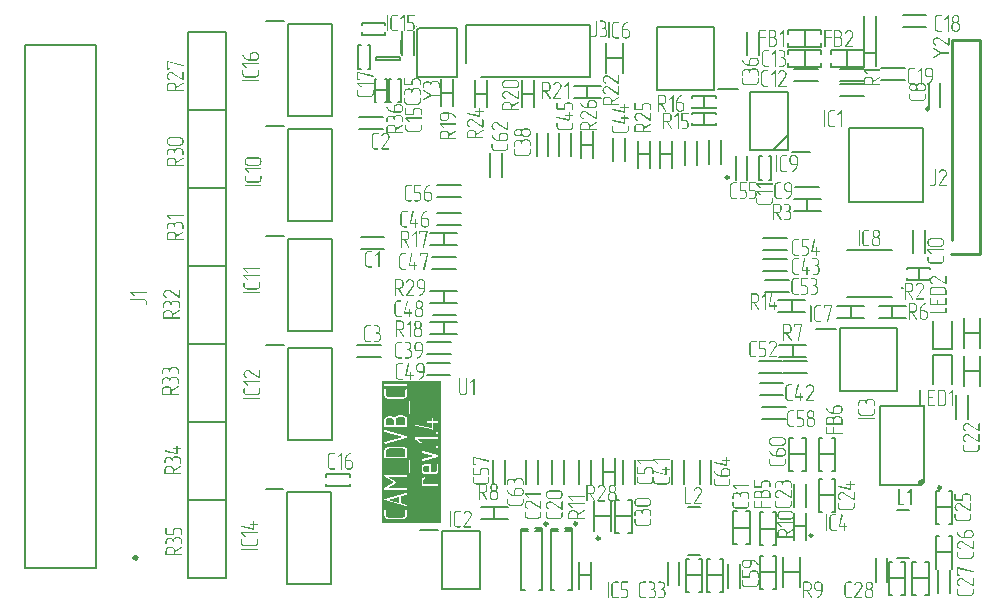
<source format=gto>
G04*
G04 #@! TF.GenerationSoftware,Altium Limited,Altium Designer,24.4.1 (13)*
G04*
G04 Layer_Color=65535*
%FSLAX44Y44*%
%MOMM*%
G71*
G04*
G04 #@! TF.SameCoordinates,5CD8CDA4-0F32-4F39-920B-777DEE314C42*
G04*
G04*
G04 #@! TF.FilePolarity,Positive*
G04*
G01*
G75*
%ADD10C,0.2000*%
%ADD11C,0.2500*%
%ADD12C,0.1000*%
%ADD13C,0.3810*%
%ADD14C,0.1500*%
%ADD15R,0.6000X0.1500*%
%ADD16R,0.6000X0.1500*%
G36*
X865000Y299750D02*
X862000Y299000D01*
Y300500D01*
X865000Y303500D01*
X867000D01*
X865000Y299750D01*
D02*
G37*
G36*
X458500Y267000D02*
X433500D01*
Y387000D01*
X458500D01*
Y267000D01*
D02*
G37*
G36*
X433500D02*
X408500D01*
Y387000D01*
X433500D01*
Y267000D01*
D02*
G37*
G36*
X423220Y621253D02*
X423302D01*
X423412Y621235D01*
X423540Y621216D01*
X423686Y621189D01*
X423842Y621152D01*
X424006Y621107D01*
X424189Y621043D01*
X424363Y620970D01*
X424546Y620887D01*
X424738Y620777D01*
X424921Y620659D01*
X425094Y620521D01*
X425268Y620366D01*
X425277Y620357D01*
X425305Y620329D01*
X425350Y620275D01*
X425405Y620210D01*
X425469Y620119D01*
X425552Y620019D01*
X425625Y619891D01*
X425707Y619762D01*
X425798Y619607D01*
X425872Y619442D01*
X425945Y619259D01*
X426018Y619067D01*
X426073Y618866D01*
X426119Y618647D01*
X426146Y618427D01*
X426155Y618190D01*
Y617120D01*
X426146Y617056D01*
X426137Y616973D01*
X426128Y616873D01*
X426109Y616754D01*
X426082Y616617D01*
X426045Y616471D01*
X426000Y616306D01*
X425936Y616141D01*
X425863Y615959D01*
X425780Y615785D01*
X425680Y615602D01*
X425561Y615419D01*
X425424Y615236D01*
X425268Y615053D01*
X425259Y615044D01*
X425232Y615017D01*
X425177Y614971D01*
X425113Y614907D01*
X425021Y614834D01*
X424921Y614752D01*
X424802Y614669D01*
X424665Y614587D01*
X424509Y614496D01*
X424345Y614413D01*
X424171Y614331D01*
X423979Y614258D01*
X423769Y614203D01*
X423558Y614148D01*
X423330Y614121D01*
X423092Y614112D01*
X418547D01*
X418538D01*
X418520D01*
X418493D01*
X418456D01*
X418401D01*
X418337Y614121D01*
X418264D01*
X418191Y614130D01*
X417999Y614148D01*
X417779Y614166D01*
X417532Y614203D01*
X417267Y614249D01*
X416975Y614304D01*
X416664Y614377D01*
X416344Y614468D01*
X416005Y614569D01*
X415667Y614697D01*
X415329Y614843D01*
X414990Y615008D01*
X414652Y615200D01*
X414643D01*
X414634Y615218D01*
X414606Y615227D01*
X414570Y615255D01*
X414469Y615328D01*
X414341Y615419D01*
X414176Y615538D01*
X414003Y615693D01*
X413802Y615867D01*
X413582Y616068D01*
X413363Y616288D01*
X413134Y616535D01*
X412906Y616809D01*
X412677Y617102D01*
X412457Y617422D01*
X412247Y617769D01*
X412064Y618135D01*
X411890Y618519D01*
X411845Y618738D01*
Y618775D01*
X411854Y618811D01*
X411863Y618857D01*
X411881Y618912D01*
X411918Y618967D01*
X411954Y619022D01*
X412009Y619077D01*
X412019Y619086D01*
X412037Y619095D01*
X412073Y619122D01*
X412119Y619150D01*
X412174Y619168D01*
X412238Y619196D01*
X412311Y619205D01*
X412384Y619214D01*
X412393D01*
X412403D01*
X412467Y619205D01*
X412549Y619186D01*
X412631Y619150D01*
X412640D01*
X412649Y619141D01*
X412668Y619122D01*
X412695Y619095D01*
X412732Y619058D01*
X412768Y619013D01*
X412805Y618958D01*
X412851Y618885D01*
X412924Y618693D01*
X413024Y618464D01*
X413244Y618034D01*
X413253Y618016D01*
X413289Y617970D01*
X413335Y617888D01*
X413399Y617787D01*
X413482Y617668D01*
X413573Y617541D01*
X413683Y617412D01*
X413792Y617275D01*
X413802Y617266D01*
X413811Y617248D01*
X413847Y617211D01*
X413884Y617166D01*
X413939Y617111D01*
X413994Y617047D01*
X414067Y616973D01*
X414149Y616891D01*
X414250Y616800D01*
X414350Y616699D01*
X414469Y616599D01*
X414588Y616498D01*
X414725Y616388D01*
X414871Y616279D01*
X415027Y616160D01*
X415191Y616050D01*
X415201D01*
X415219Y616032D01*
X415256Y616013D01*
X415301Y615986D01*
X415356Y615959D01*
X415429Y615922D01*
X415502Y615876D01*
X415594Y615830D01*
X415795Y615730D01*
X416033Y615629D01*
X416289Y615520D01*
X416563Y615410D01*
X416572D01*
X416600Y615401D01*
X416636Y615382D01*
X416691Y615364D01*
X416755Y615346D01*
X416837Y615328D01*
X416929Y615300D01*
X417020Y615273D01*
X417240Y615227D01*
X417477Y615181D01*
X417733Y615145D01*
X417980Y615136D01*
Y618235D01*
X417990Y618309D01*
Y618400D01*
X418008Y618510D01*
X418026Y618638D01*
X418054Y618784D01*
X418090Y618940D01*
X418136Y619113D01*
X418200Y619287D01*
X418273Y619470D01*
X418355Y619653D01*
X418465Y619836D01*
X418584Y620019D01*
X418721Y620192D01*
X418876Y620366D01*
X418886Y620375D01*
X418913Y620402D01*
X418968Y620448D01*
X419032Y620503D01*
X419123Y620576D01*
X419224Y620649D01*
X419343Y620732D01*
X419480Y620814D01*
X419636Y620896D01*
X419800Y620979D01*
X419974Y621052D01*
X420166Y621125D01*
X420376Y621180D01*
X420587Y621226D01*
X420815Y621253D01*
X421053Y621262D01*
X423092D01*
X423110D01*
X423147D01*
X423220Y621253D01*
D02*
G37*
G36*
Y612054D02*
X423302D01*
X423412Y612036D01*
X423540Y612018D01*
X423686Y611990D01*
X423842Y611954D01*
X424006Y611908D01*
X424189Y611844D01*
X424363Y611771D01*
X424546Y611688D01*
X424738Y611579D01*
X424921Y611460D01*
X425094Y611323D01*
X425268Y611167D01*
X425277Y611158D01*
X425305Y611130D01*
X425350Y611076D01*
X425405Y611012D01*
X425469Y610920D01*
X425552Y610820D01*
X425625Y610701D01*
X425707Y610564D01*
X425798Y610408D01*
X425872Y610244D01*
X425945Y610070D01*
X426018Y609878D01*
X426073Y609677D01*
X426119Y609457D01*
X426146Y609238D01*
X426155Y609000D01*
Y606403D01*
X426146Y606357D01*
X426137Y606312D01*
X426119Y606248D01*
X426100Y606184D01*
X426064Y606120D01*
X426018Y606065D01*
X426009Y606056D01*
X425991Y606046D01*
X425954Y606028D01*
X425908Y606001D01*
X425853Y605973D01*
X425789Y605955D01*
X425716Y605946D01*
X425643Y605937D01*
X425634D01*
X425625D01*
X425597Y605946D01*
X425561Y605955D01*
X425515Y605964D01*
X425469Y605992D01*
X425405Y606019D01*
X425332Y606056D01*
X425323Y606065D01*
X425305Y606083D01*
X425268Y606110D01*
X425232Y606156D01*
X425195Y606202D01*
X425159Y606275D01*
X425140Y606348D01*
X425131Y606440D01*
Y609073D01*
X425122Y609137D01*
X425113Y609210D01*
X425104Y609293D01*
X425085Y609393D01*
X425058Y609494D01*
X424985Y609722D01*
X424939Y609841D01*
X424884Y609969D01*
X424820Y610088D01*
X424738Y610216D01*
X424646Y610335D01*
X424546Y610445D01*
X424537Y610454D01*
X424518Y610472D01*
X424482Y610500D01*
X424436Y610536D01*
X424381Y610582D01*
X424308Y610637D01*
X424235Y610682D01*
X424143Y610746D01*
X424043Y610801D01*
X423933Y610847D01*
X423677Y610948D01*
X423549Y610984D01*
X423403Y611012D01*
X423247Y611030D01*
X423092Y611039D01*
X421053D01*
X421044D01*
X421016D01*
X420970D01*
X420906Y611030D01*
X420833Y611021D01*
X420751Y611012D01*
X420660Y610993D01*
X420550Y610966D01*
X420330Y610893D01*
X420202Y610847D01*
X420084Y610792D01*
X419965Y610719D01*
X419837Y610637D01*
X419718Y610545D01*
X419608Y610445D01*
X419599Y610436D01*
X419581Y610417D01*
X419553Y610381D01*
X419517Y610344D01*
X419471Y610280D01*
X419416Y610216D01*
X419361Y610134D01*
X419306Y610042D01*
X419251Y609942D01*
X419197Y609832D01*
X419142Y609713D01*
X419096Y609585D01*
X419059Y609448D01*
X419032Y609302D01*
X419014Y609146D01*
X419005Y608991D01*
Y608442D01*
X418995Y608396D01*
X418986Y608351D01*
X418968Y608287D01*
X418950Y608223D01*
X418913Y608159D01*
X418867Y608104D01*
X418858Y608095D01*
X418840Y608086D01*
X418803Y608067D01*
X418758Y608040D01*
X418703Y608012D01*
X418639Y607994D01*
X418566Y607985D01*
X418493Y607976D01*
X418483D01*
X418474D01*
X418447Y607985D01*
X418410Y607994D01*
X418364Y608003D01*
X418319Y608031D01*
X418255Y608058D01*
X418182Y608095D01*
X418172Y608104D01*
X418154Y608122D01*
X418118Y608150D01*
X418081Y608195D01*
X418044Y608241D01*
X418008Y608314D01*
X417990Y608387D01*
X417980Y608479D01*
Y608561D01*
X417971Y608625D01*
X417962Y608698D01*
X417953Y608781D01*
X417935Y608881D01*
X417907Y608982D01*
X417834Y609210D01*
X417788Y609329D01*
X417733Y609457D01*
X417669Y609576D01*
X417587Y609704D01*
X417496Y609823D01*
X417395Y609933D01*
X417386Y609942D01*
X417368Y609960D01*
X417331Y609987D01*
X417285Y610024D01*
X417231Y610070D01*
X417158Y610125D01*
X417084Y610170D01*
X416993Y610234D01*
X416892Y610289D01*
X416783Y610335D01*
X416526Y610436D01*
X416399Y610472D01*
X416252Y610500D01*
X416097Y610518D01*
X415941Y610527D01*
X414926D01*
X414917D01*
X414890D01*
X414844D01*
X414780Y610518D01*
X414707Y610509D01*
X414625Y610500D01*
X414533Y610481D01*
X414423Y610454D01*
X414204Y610381D01*
X414076Y610335D01*
X413957Y610280D01*
X413838Y610207D01*
X413710Y610125D01*
X413591Y610033D01*
X413482Y609933D01*
X413472Y609924D01*
X413454Y609905D01*
X413427Y609869D01*
X413390Y609832D01*
X413344Y609768D01*
X413289Y609704D01*
X413235Y609622D01*
X413180Y609530D01*
X413125Y609430D01*
X413070Y609320D01*
X413015Y609201D01*
X412970Y609073D01*
X412933Y608936D01*
X412906Y608790D01*
X412887Y608634D01*
X412878Y608479D01*
Y606403D01*
X412869Y606357D01*
X412860Y606312D01*
X412841Y606248D01*
X412823Y606184D01*
X412787Y606120D01*
X412741Y606065D01*
X412732Y606056D01*
X412714Y606046D01*
X412677Y606028D01*
X412631Y606001D01*
X412576Y605973D01*
X412512Y605955D01*
X412439Y605946D01*
X412366Y605937D01*
X412357D01*
X412348D01*
X412320Y605946D01*
X412284Y605955D01*
X412238Y605964D01*
X412192Y605992D01*
X412128Y606019D01*
X412055Y606056D01*
X412046Y606065D01*
X412028Y606083D01*
X411991Y606110D01*
X411954Y606156D01*
X411918Y606202D01*
X411881Y606275D01*
X411863Y606348D01*
X411854Y606440D01*
Y608534D01*
X411863Y608607D01*
Y608698D01*
X411881Y608808D01*
X411900Y608936D01*
X411927Y609082D01*
X411964Y609238D01*
X412009Y609402D01*
X412073Y609576D01*
X412146Y609759D01*
X412229Y609942D01*
X412339Y610125D01*
X412457Y610308D01*
X412595Y610481D01*
X412750Y610655D01*
X412759Y610664D01*
X412787Y610692D01*
X412841Y610737D01*
X412906Y610792D01*
X412997Y610865D01*
X413097Y610938D01*
X413216Y611021D01*
X413354Y611103D01*
X413509Y611185D01*
X413674Y611268D01*
X413847Y611341D01*
X414039Y611414D01*
X414250Y611469D01*
X414460Y611515D01*
X414689Y611542D01*
X414926Y611551D01*
X415941D01*
X416280D01*
X416481D01*
X416691Y611487D01*
X416700D01*
X416737Y611478D01*
X416792Y611469D01*
X416865Y611451D01*
X416956Y611414D01*
X417048Y611377D01*
X417158Y611332D01*
X417267Y611268D01*
X417276D01*
X417295Y611259D01*
X417322Y611240D01*
X417359Y611213D01*
X417413Y611185D01*
X417468Y611149D01*
X417606Y611057D01*
X417770Y610938D01*
X417953Y610792D01*
X418145Y610619D01*
X418337Y610417D01*
Y610426D01*
X418355Y610445D01*
X418374Y610481D01*
X418401Y610536D01*
X418438Y610591D01*
X418483Y610664D01*
X418593Y610829D01*
X418666Y610911D01*
X418749Y611012D01*
X418840Y611103D01*
X418941Y611204D01*
X419050Y611304D01*
X419169Y611405D01*
X419297Y611496D01*
X419434Y611588D01*
X419444Y611597D01*
X419471Y611606D01*
X419507Y611633D01*
X419562Y611661D01*
X419636Y611698D01*
X419718Y611734D01*
X419818Y611780D01*
X419919Y611825D01*
X420038Y611871D01*
X420166Y611917D01*
X420440Y611990D01*
X420733Y612045D01*
X420888Y612054D01*
X421053Y612063D01*
X423092D01*
X423110D01*
X423147D01*
X423220Y612054D01*
D02*
G37*
G36*
X425725Y603889D02*
X425771Y603879D01*
X425826Y603861D01*
X425890Y603825D01*
X425954Y603788D01*
X426018Y603733D01*
X426027Y603724D01*
X426036Y603706D01*
X426064Y603669D01*
X426082Y603623D01*
X426109Y603568D01*
X426137Y603504D01*
X426146Y603431D01*
X426155Y603358D01*
Y603340D01*
X426146Y603285D01*
X426137Y603212D01*
X426109Y603130D01*
X426091Y603111D01*
X426055Y603065D01*
X425991Y603011D01*
X425908Y602947D01*
X420019Y599518D01*
Y597762D01*
X425652D01*
X425661D01*
X425689D01*
X425734Y597753D01*
X425789Y597744D01*
X425853Y597725D01*
X425917Y597698D01*
X425981Y597661D01*
X426036Y597616D01*
X426045Y597607D01*
X426055Y597588D01*
X426073Y597561D01*
X426091Y597515D01*
X426119Y597460D01*
X426137Y597396D01*
X426146Y597332D01*
X426155Y597250D01*
Y597232D01*
X426146Y597204D01*
X426137Y597168D01*
X426128Y597113D01*
X426100Y597058D01*
X426073Y596976D01*
X426036Y596884D01*
X426027Y596875D01*
X426009Y596866D01*
X425981Y596838D01*
X425945Y596811D01*
X425890Y596784D01*
X425826Y596765D01*
X425744Y596747D01*
X425652Y596738D01*
X412597D01*
X412605Y596735D01*
X412825Y596616D01*
X413053Y596479D01*
X413282Y596323D01*
X413501Y596149D01*
X413520Y596140D01*
X413556Y596104D01*
X413611Y596040D01*
X413693Y595966D01*
X413785Y595857D01*
X413885Y595738D01*
X413995Y595601D01*
X414105Y595445D01*
X414215Y595262D01*
X414324Y595070D01*
X414425Y594869D01*
X414516Y594650D01*
X414599Y594412D01*
X414654Y594165D01*
X414699Y593900D01*
X414708Y593635D01*
Y593626D01*
Y593616D01*
Y593589D01*
Y593552D01*
X414699Y593452D01*
X414690Y593324D01*
X414672Y593177D01*
X414644Y593013D01*
X414608Y592839D01*
X414553Y592656D01*
Y592647D01*
X414544Y592638D01*
X414535Y592611D01*
X414525Y592574D01*
X414507Y592528D01*
X414480Y592473D01*
X414425Y592336D01*
X414352Y592181D01*
X414260Y591989D01*
X414151Y591778D01*
X414023Y591550D01*
X408938Y583869D01*
X414114D01*
X414151Y583860D01*
X414196Y583851D01*
X414251Y583832D01*
X414315Y583796D01*
X414370Y583759D01*
X414434Y583704D01*
X414443Y583695D01*
X414462Y583677D01*
X414489Y583640D01*
X414516Y583604D01*
X414571Y583485D01*
X414590Y583421D01*
X414599Y583357D01*
Y583348D01*
Y583320D01*
X414590Y583284D01*
X414580Y583238D01*
X414562Y583183D01*
X414544Y583128D01*
X414507Y583064D01*
X414462Y583000D01*
X414452Y582991D01*
X414434Y582973D01*
X414407Y582954D01*
X414370Y582927D01*
X414315Y582891D01*
X414251Y582872D01*
X414178Y582854D01*
X414087Y582845D01*
X407951D01*
X407914Y582854D01*
X407869Y582863D01*
X407814Y582881D01*
X407750Y582909D01*
X407686Y582945D01*
X407622Y583000D01*
X407613Y583009D01*
X407603Y583028D01*
X407576Y583064D01*
X407549Y583119D01*
X407521Y583174D01*
X407503Y583238D01*
X407485Y583311D01*
X407476Y583393D01*
Y583403D01*
Y583421D01*
X407485Y583476D01*
X407503Y583558D01*
X407549Y583640D01*
X413163Y592126D01*
X413373Y592519D01*
X413529Y592885D01*
X413538Y592903D01*
X413547Y592949D01*
X413565Y593022D01*
X413593Y593114D01*
X413620Y593232D01*
X413638Y593360D01*
X413648Y593488D01*
X413657Y593635D01*
Y593644D01*
Y593680D01*
X413648Y593735D01*
Y593809D01*
X413629Y593900D01*
X413611Y594001D01*
X413584Y594119D01*
X413556Y594238D01*
X413511Y594375D01*
X413456Y594513D01*
X413382Y594659D01*
X413300Y594805D01*
X413209Y594952D01*
X413090Y595098D01*
X412962Y595244D01*
X412816Y595381D01*
X412797Y595400D01*
X412752Y595436D01*
X412669Y595500D01*
X412569Y595573D01*
X412441Y595656D01*
X412294Y595747D01*
X412130Y595829D01*
X411947Y595912D01*
X411938D01*
X411929Y595921D01*
X411901Y595930D01*
X411865Y595939D01*
X411764Y595976D01*
X411636Y596012D01*
X411481Y596049D01*
X411307Y596085D01*
X411124Y596104D01*
X410932Y596113D01*
X410859D01*
X410813Y596104D01*
X410749D01*
X410676Y596095D01*
X410594Y596076D01*
X410502Y596067D01*
X410301Y596021D01*
X410081Y595948D01*
X409844Y595848D01*
X409734Y595793D01*
X409615Y595720D01*
X409606D01*
X409588Y595701D01*
X409560Y595674D01*
X409515Y595646D01*
X409460Y595601D01*
X409405Y595546D01*
X409341Y595482D01*
X409268Y595409D01*
X409195Y595317D01*
X409112Y595217D01*
X409030Y595107D01*
X408948Y594988D01*
X408865Y594851D01*
X408783Y594705D01*
X408710Y594549D01*
X408637Y594375D01*
Y594366D01*
X408628Y594348D01*
X408609Y594320D01*
X408591Y594284D01*
X408536Y594202D01*
X408463Y594128D01*
X408454D01*
X408445Y594119D01*
X408417Y594110D01*
X408381Y594092D01*
X408289Y594064D01*
X408170Y594037D01*
X408134D01*
X408097Y594046D01*
X408042Y594055D01*
X407988Y594074D01*
X407924Y594092D01*
X407859Y594128D01*
X407795Y594174D01*
X407786Y594183D01*
X407768Y594202D01*
X407750Y594229D01*
X407722Y594275D01*
X407686Y594320D01*
X407668Y594384D01*
X407649Y594458D01*
X407640Y594540D01*
X407677Y594723D01*
X407686Y594741D01*
X407695Y594778D01*
X407722Y594842D01*
X407759Y594924D01*
X407805Y595034D01*
X407859Y595153D01*
X407924Y595281D01*
X408006Y595427D01*
X408097Y595573D01*
X408189Y595729D01*
X408298Y595884D01*
X408417Y596031D01*
X408554Y596186D01*
X408692Y596332D01*
X408847Y596469D01*
X409012Y596588D01*
X409021Y596597D01*
X409048Y596616D01*
X409094Y596643D01*
X409158Y596680D01*
X409231Y596716D01*
X409323Y596771D01*
X409432Y596817D01*
X409551Y596872D01*
X409679Y596927D01*
X409826Y596972D01*
X409981Y597027D01*
X410145Y597064D01*
X410319Y597100D01*
X410502Y597128D01*
X410685Y597146D01*
X410886Y597155D01*
X410950D01*
X411032Y597146D01*
X411133Y597137D01*
X411261Y597128D01*
X411407Y597100D01*
X411572Y597073D01*
X411755Y597027D01*
X411916Y596983D01*
X411900Y597012D01*
X411872Y597076D01*
X411863Y597149D01*
X411854Y597241D01*
Y600871D01*
X411863Y600935D01*
Y601026D01*
X411881Y601136D01*
X411900Y601264D01*
X411927Y601401D01*
X411964Y601557D01*
X412009Y601730D01*
X412073Y601904D01*
X412146Y602078D01*
X412229Y602261D01*
X412339Y602444D01*
X412457Y602627D01*
X412595Y602809D01*
X412750Y602983D01*
X412759Y602992D01*
X412787Y603020D01*
X412841Y603065D01*
X412906Y603130D01*
X412997Y603194D01*
X413097Y603276D01*
X413226Y603358D01*
X413354Y603440D01*
X413509Y603523D01*
X413674Y603605D01*
X413857Y603687D01*
X414049Y603751D01*
X414250Y603815D01*
X414469Y603861D01*
X414689Y603889D01*
X414926Y603898D01*
X416965D01*
X416984D01*
X417020D01*
X417084Y603889D01*
X417176Y603879D01*
X417285Y603870D01*
X417413Y603852D01*
X417551Y603825D01*
X417706Y603788D01*
X417871Y603733D01*
X418044Y603678D01*
X418227Y603605D01*
X418410Y603514D01*
X418593Y603413D01*
X418776Y603294D01*
X418950Y603148D01*
X419123Y602992D01*
X419133Y602983D01*
X419160Y602956D01*
X419206Y602901D01*
X419261Y602837D01*
X419334Y602746D01*
X419407Y602645D01*
X419489Y602517D01*
X419571Y602389D01*
X419654Y602233D01*
X419736Y602069D01*
X419809Y601886D01*
X419882Y601694D01*
X419937Y601493D01*
X419983Y601273D01*
X420010Y601054D01*
X420019Y600816D01*
Y600688D01*
X425396Y603825D01*
X425405D01*
X425415Y603834D01*
X425469Y603861D01*
X425552Y603889D01*
X425661Y603898D01*
X425671D01*
X425689D01*
X425725Y603889D01*
D02*
G37*
G36*
X404970Y597137D02*
X405016Y597128D01*
X405071Y597109D01*
X405135Y597073D01*
X405190Y597036D01*
X405253Y596981D01*
X405263Y596972D01*
X405281Y596954D01*
X405308Y596917D01*
X405336Y596881D01*
X405391Y596762D01*
X405409Y596698D01*
X405418Y596634D01*
Y596625D01*
Y596597D01*
X405409Y596561D01*
X405400Y596515D01*
X405382Y596460D01*
X405363Y596405D01*
X405327Y596341D01*
X405281Y596277D01*
X405272Y596268D01*
X405253Y596250D01*
X405226Y596232D01*
X405190Y596204D01*
X405135Y596168D01*
X405071Y596149D01*
X404997Y596131D01*
X404906Y596122D01*
X402282D01*
X402218Y596113D01*
X402145Y596104D01*
X402062Y596095D01*
X401971Y596076D01*
X401861Y596049D01*
X401632Y595976D01*
X401514Y595930D01*
X401395Y595875D01*
X401267Y595802D01*
X401148Y595720D01*
X401029Y595628D01*
X400910Y595527D01*
X400901Y595518D01*
X400883Y595500D01*
X400855Y595463D01*
X400819Y595427D01*
X400773Y595363D01*
X400718Y595299D01*
X400672Y595217D01*
X400617Y595125D01*
X400554Y595025D01*
X400508Y594915D01*
X400453Y594796D01*
X400407Y594668D01*
X400371Y594531D01*
X400343Y594384D01*
X400325Y594229D01*
X400316Y594074D01*
Y585908D01*
Y585899D01*
Y585872D01*
Y585826D01*
X400325Y585771D01*
X400334Y585698D01*
X400343Y585606D01*
X400362Y585515D01*
X400389Y585414D01*
X400462Y585186D01*
X400508Y585067D01*
X400563Y584948D01*
X400636Y584820D01*
X400718Y584701D01*
X400810Y584582D01*
X400910Y584463D01*
X400919Y584454D01*
X400938Y584436D01*
X400974Y584408D01*
X401020Y584372D01*
X401075Y584326D01*
X401148Y584271D01*
X401230Y584226D01*
X401322Y584171D01*
X401422Y584107D01*
X401532Y584061D01*
X401779Y583960D01*
X401916Y583924D01*
X402053Y583896D01*
X402209Y583878D01*
X402364Y583869D01*
X404934D01*
X404970Y583860D01*
X405016Y583851D01*
X405071Y583832D01*
X405135Y583796D01*
X405190Y583759D01*
X405253Y583704D01*
X405263Y583695D01*
X405281Y583677D01*
X405308Y583640D01*
X405336Y583604D01*
X405391Y583485D01*
X405409Y583421D01*
X405418Y583357D01*
Y583348D01*
Y583320D01*
X405409Y583284D01*
X405400Y583238D01*
X405382Y583183D01*
X405363Y583128D01*
X405327Y583064D01*
X405281Y583000D01*
X405272Y582991D01*
X405253Y582973D01*
X405226Y582954D01*
X405190Y582927D01*
X405135Y582891D01*
X405071Y582872D01*
X404997Y582854D01*
X404906Y582845D01*
X402309D01*
X402245Y582854D01*
X402163Y582863D01*
X402062Y582872D01*
X401934Y582891D01*
X401797Y582918D01*
X401651Y582954D01*
X401486Y583000D01*
X401312Y583064D01*
X401139Y583137D01*
X400956Y583220D01*
X400773Y583320D01*
X400590Y583439D01*
X400407Y583576D01*
X400224Y583732D01*
X400215Y583741D01*
X400188Y583778D01*
X400142Y583823D01*
X400078Y583896D01*
X400005Y583979D01*
X399932Y584079D01*
X399849Y584207D01*
X399758Y584344D01*
X399676Y584491D01*
X399584Y584655D01*
X399511Y584838D01*
X399438Y585030D01*
X399374Y585231D01*
X399328Y585451D01*
X399301Y585670D01*
X399292Y585908D01*
Y594074D01*
Y594092D01*
Y594128D01*
X399301Y594193D01*
X399310Y594284D01*
X399319Y594384D01*
X399337Y594513D01*
X399365Y594650D01*
X399401Y594805D01*
X399447Y594970D01*
X399511Y595134D01*
X399584Y595317D01*
X399666Y595500D01*
X399767Y595683D01*
X399886Y595866D01*
X400023Y596049D01*
X400179Y596222D01*
X400188Y596232D01*
X400215Y596259D01*
X400270Y596305D01*
X400334Y596369D01*
X400425Y596433D01*
X400526Y596515D01*
X400645Y596597D01*
X400782Y596689D01*
X400938Y596771D01*
X401102Y596853D01*
X401285Y596936D01*
X401477Y597000D01*
X401678Y597064D01*
X401898Y597109D01*
X402126Y597137D01*
X402364Y597146D01*
X404934D01*
X404970Y597137D01*
D02*
G37*
G36*
X236206Y262741D02*
X236298Y262732D01*
X236407Y262723D01*
X236535Y262704D01*
X236673Y262677D01*
X236828Y262640D01*
X236993Y262586D01*
X237166Y262531D01*
X237349Y262457D01*
X237532Y262366D01*
X237715Y262265D01*
X237898Y262146D01*
X238081Y262000D01*
X238255Y261845D01*
X238264Y261836D01*
X238291Y261808D01*
X238337Y261753D01*
X238392Y261689D01*
X238465Y261598D01*
X238538Y261497D01*
X238620Y261378D01*
X238703Y261241D01*
X238785Y261095D01*
X238867Y260930D01*
X238940Y260748D01*
X239013Y260565D01*
X239068Y260364D01*
X239114Y260144D01*
X239142Y259925D01*
X239151Y259696D01*
Y257090D01*
X239142Y257044D01*
X239132Y256999D01*
X239114Y256935D01*
X239096Y256870D01*
X239059Y256806D01*
X239013Y256752D01*
X239004Y256742D01*
X238986Y256733D01*
X238949Y256715D01*
X238904Y256688D01*
X238849Y256660D01*
X238785Y256642D01*
X238712Y256633D01*
X238638Y256624D01*
X238629D01*
X238620D01*
X238593Y256633D01*
X238556Y256642D01*
X238510Y256651D01*
X238465Y256678D01*
X238401Y256706D01*
X238328Y256742D01*
X238319Y256752D01*
X238300Y256770D01*
X238264Y256797D01*
X238227Y256843D01*
X238190Y256889D01*
X238154Y256962D01*
X238136Y257035D01*
X238127Y257127D01*
Y259769D01*
X238117Y259833D01*
X238108Y259906D01*
X238099Y259989D01*
X238081Y260080D01*
X238053Y260190D01*
X237980Y260409D01*
X237934Y260537D01*
X237880Y260656D01*
X237816Y260775D01*
X237733Y260903D01*
X237642Y261022D01*
X237541Y261132D01*
X237532Y261141D01*
X237514Y261159D01*
X237477Y261186D01*
X237432Y261223D01*
X237377Y261269D01*
X237304Y261324D01*
X237230Y261369D01*
X237139Y261433D01*
X237038Y261488D01*
X236929Y261534D01*
X236673Y261635D01*
X236545Y261671D01*
X236398Y261698D01*
X236243Y261717D01*
X236087Y261726D01*
X234048D01*
X234039D01*
X234012D01*
X233966D01*
X233902Y261717D01*
X233829Y261708D01*
X233746Y261698D01*
X233655Y261680D01*
X233545Y261653D01*
X233326Y261580D01*
X233198Y261534D01*
X233079Y261479D01*
X232960Y261406D01*
X232832Y261324D01*
X232713Y261232D01*
X232603Y261132D01*
X232594Y261122D01*
X232576Y261104D01*
X232549Y261068D01*
X232512Y261022D01*
X232466Y260967D01*
X232411Y260903D01*
X232366Y260821D01*
X232302Y260729D01*
X232247Y260629D01*
X232201Y260519D01*
X232101Y260272D01*
X232064Y260135D01*
X232037Y259998D01*
X232018Y259842D01*
X232009Y259687D01*
Y257108D01*
X232000Y257044D01*
X231982Y256971D01*
X231945Y256880D01*
X231890Y256779D01*
X231799Y256706D01*
X231735Y256669D01*
X231671Y256642D01*
X231598Y256633D01*
X231506Y256624D01*
X225361D01*
X225352D01*
X225343D01*
X225279Y256633D01*
X225197Y256651D01*
X225105Y256688D01*
X225014Y256742D01*
X224932Y256834D01*
X224895Y256898D01*
X224868Y256962D01*
X224858Y257035D01*
X224849Y257127D01*
Y262265D01*
X224858Y262302D01*
X224868Y262348D01*
X224886Y262403D01*
X224923Y262467D01*
X224959Y262521D01*
X225014Y262586D01*
X225023Y262595D01*
X225041Y262613D01*
X225078Y262640D01*
X225115Y262668D01*
X225233Y262723D01*
X225297Y262741D01*
X225361Y262750D01*
X225371D01*
X225398D01*
X225435Y262741D01*
X225480Y262732D01*
X225535Y262714D01*
X225590Y262695D01*
X225654Y262659D01*
X225718Y262613D01*
X225727Y262604D01*
X225746Y262586D01*
X225764Y262558D01*
X225791Y262512D01*
X225828Y262457D01*
X225846Y262393D01*
X225864Y262320D01*
X225874Y262238D01*
Y257648D01*
X230985D01*
Y259751D01*
X230994Y259815D01*
X231003Y259906D01*
X231012Y260016D01*
X231031Y260144D01*
X231058Y260281D01*
X231095Y260437D01*
X231150Y260601D01*
X231204Y260775D01*
X231278Y260949D01*
X231369Y261132D01*
X231470Y261314D01*
X231588Y261497D01*
X231735Y261671D01*
X231890Y261845D01*
X231899Y261854D01*
X231927Y261881D01*
X231982Y261927D01*
X232046Y261991D01*
X232137Y262055D01*
X232238Y262128D01*
X232357Y262211D01*
X232494Y262302D01*
X232649Y262384D01*
X232814Y262467D01*
X232987Y262540D01*
X233180Y262613D01*
X233381Y262668D01*
X233591Y262714D01*
X233820Y262741D01*
X234048Y262750D01*
X236087D01*
X236106D01*
X236142D01*
X236206Y262741D01*
D02*
G37*
G36*
X236215Y254566D02*
X236298D01*
X236407Y254548D01*
X236535Y254530D01*
X236682Y254502D01*
X236837Y254466D01*
X237002Y254420D01*
X237185Y254356D01*
X237358Y254283D01*
X237541Y254200D01*
X237733Y254091D01*
X237916Y253972D01*
X238090Y253835D01*
X238264Y253679D01*
X238273Y253670D01*
X238300Y253643D01*
X238346Y253588D01*
X238401Y253524D01*
X238465Y253432D01*
X238547Y253332D01*
X238620Y253213D01*
X238703Y253076D01*
X238794Y252920D01*
X238867Y252756D01*
X238940Y252582D01*
X239013Y252390D01*
X239068Y252189D01*
X239114Y251969D01*
X239142Y251750D01*
X239151Y251512D01*
Y248915D01*
X239142Y248869D01*
X239132Y248824D01*
X239114Y248760D01*
X239096Y248696D01*
X239059Y248632D01*
X239013Y248577D01*
X239004Y248568D01*
X238986Y248559D01*
X238949Y248540D01*
X238904Y248513D01*
X238849Y248485D01*
X238785Y248467D01*
X238712Y248458D01*
X238638Y248449D01*
X238629D01*
X238620D01*
X238593Y248458D01*
X238556Y248467D01*
X238510Y248476D01*
X238465Y248504D01*
X238401Y248531D01*
X238328Y248568D01*
X238319Y248577D01*
X238300Y248595D01*
X238264Y248623D01*
X238227Y248668D01*
X238190Y248714D01*
X238154Y248787D01*
X238136Y248860D01*
X238127Y248952D01*
Y251585D01*
X238117Y251649D01*
X238108Y251722D01*
X238099Y251805D01*
X238081Y251905D01*
X238053Y252006D01*
X237980Y252234D01*
X237934Y252353D01*
X237880Y252481D01*
X237816Y252600D01*
X237733Y252728D01*
X237642Y252847D01*
X237541Y252957D01*
X237532Y252966D01*
X237514Y252984D01*
X237477Y253012D01*
X237432Y253048D01*
X237377Y253094D01*
X237304Y253149D01*
X237230Y253195D01*
X237139Y253259D01*
X237038Y253313D01*
X236929Y253359D01*
X236673Y253460D01*
X236545Y253496D01*
X236398Y253524D01*
X236243Y253542D01*
X236087Y253551D01*
X234048D01*
X234039D01*
X234012D01*
X233966D01*
X233902Y253542D01*
X233829Y253533D01*
X233746Y253524D01*
X233655Y253505D01*
X233545Y253478D01*
X233326Y253405D01*
X233198Y253359D01*
X233079Y253304D01*
X232960Y253231D01*
X232832Y253149D01*
X232713Y253057D01*
X232603Y252957D01*
X232594Y252948D01*
X232576Y252929D01*
X232549Y252893D01*
X232512Y252856D01*
X232466Y252792D01*
X232411Y252728D01*
X232357Y252646D01*
X232302Y252554D01*
X232247Y252454D01*
X232192Y252344D01*
X232137Y252225D01*
X232091Y252097D01*
X232055Y251960D01*
X232027Y251814D01*
X232009Y251658D01*
X232000Y251503D01*
Y250954D01*
X231991Y250909D01*
X231982Y250863D01*
X231963Y250799D01*
X231945Y250735D01*
X231909Y250671D01*
X231863Y250616D01*
X231854Y250607D01*
X231835Y250598D01*
X231799Y250579D01*
X231753Y250552D01*
X231698Y250525D01*
X231634Y250506D01*
X231561Y250497D01*
X231488Y250488D01*
X231479D01*
X231470D01*
X231442Y250497D01*
X231406Y250506D01*
X231360Y250515D01*
X231314Y250543D01*
X231250Y250570D01*
X231177Y250607D01*
X231168Y250616D01*
X231150Y250634D01*
X231113Y250662D01*
X231076Y250707D01*
X231040Y250753D01*
X231003Y250826D01*
X230985Y250899D01*
X230976Y250991D01*
Y251073D01*
X230967Y251137D01*
X230958Y251210D01*
X230948Y251293D01*
X230930Y251393D01*
X230903Y251494D01*
X230830Y251722D01*
X230784Y251841D01*
X230729Y251969D01*
X230665Y252088D01*
X230583Y252216D01*
X230491Y252335D01*
X230391Y252445D01*
X230382Y252454D01*
X230363Y252472D01*
X230327Y252500D01*
X230281Y252536D01*
X230226Y252582D01*
X230153Y252637D01*
X230080Y252682D01*
X229988Y252747D01*
X229888Y252801D01*
X229778Y252847D01*
X229522Y252948D01*
X229394Y252984D01*
X229248Y253012D01*
X229092Y253030D01*
X228937Y253039D01*
X227922D01*
X227913D01*
X227885D01*
X227840D01*
X227775Y253030D01*
X227702Y253021D01*
X227620Y253012D01*
X227529Y252993D01*
X227419Y252966D01*
X227199Y252893D01*
X227071Y252847D01*
X226952Y252792D01*
X226834Y252719D01*
X226706Y252637D01*
X226587Y252545D01*
X226477Y252445D01*
X226468Y252436D01*
X226450Y252417D01*
X226422Y252381D01*
X226386Y252344D01*
X226340Y252280D01*
X226285Y252216D01*
X226230Y252134D01*
X226175Y252042D01*
X226120Y251942D01*
X226066Y251832D01*
X226011Y251713D01*
X225965Y251585D01*
X225928Y251448D01*
X225901Y251302D01*
X225883Y251146D01*
X225874Y250991D01*
Y248915D01*
X225864Y248869D01*
X225855Y248824D01*
X225837Y248760D01*
X225819Y248696D01*
X225782Y248632D01*
X225736Y248577D01*
X225727Y248568D01*
X225709Y248559D01*
X225672Y248540D01*
X225627Y248513D01*
X225572Y248485D01*
X225508Y248467D01*
X225435Y248458D01*
X225361Y248449D01*
X225352D01*
X225343D01*
X225316Y248458D01*
X225279Y248467D01*
X225233Y248476D01*
X225188Y248504D01*
X225124Y248531D01*
X225051Y248568D01*
X225041Y248577D01*
X225023Y248595D01*
X224986Y248623D01*
X224950Y248668D01*
X224913Y248714D01*
X224877Y248787D01*
X224858Y248860D01*
X224849Y248952D01*
Y251046D01*
X224858Y251119D01*
Y251210D01*
X224877Y251320D01*
X224895Y251448D01*
X224923Y251594D01*
X224959Y251750D01*
X225005Y251914D01*
X225069Y252088D01*
X225142Y252271D01*
X225224Y252454D01*
X225334Y252637D01*
X225453Y252820D01*
X225590Y252993D01*
X225746Y253167D01*
X225755Y253176D01*
X225782Y253204D01*
X225837Y253249D01*
X225901Y253304D01*
X225992Y253377D01*
X226093Y253451D01*
X226212Y253533D01*
X226349Y253615D01*
X226504Y253697D01*
X226669Y253780D01*
X226843Y253853D01*
X227035Y253926D01*
X227245Y253981D01*
X227455Y254027D01*
X227684Y254054D01*
X227922Y254063D01*
X228937D01*
X229275D01*
X229476D01*
X229687Y253999D01*
X229696D01*
X229732Y253990D01*
X229787Y253981D01*
X229860Y253963D01*
X229952Y253926D01*
X230043Y253890D01*
X230153Y253844D01*
X230263Y253780D01*
X230272D01*
X230290Y253771D01*
X230317Y253752D01*
X230354Y253725D01*
X230409Y253697D01*
X230464Y253661D01*
X230601Y253570D01*
X230766Y253451D01*
X230948Y253304D01*
X231140Y253131D01*
X231332Y252929D01*
Y252938D01*
X231351Y252957D01*
X231369Y252993D01*
X231397Y253048D01*
X231433Y253103D01*
X231479Y253176D01*
X231588Y253341D01*
X231662Y253423D01*
X231744Y253524D01*
X231835Y253615D01*
X231936Y253716D01*
X232046Y253816D01*
X232165Y253917D01*
X232293Y254008D01*
X232430Y254100D01*
X232439Y254109D01*
X232466Y254118D01*
X232503Y254146D01*
X232558Y254173D01*
X232631Y254209D01*
X232713Y254246D01*
X232814Y254292D01*
X232914Y254338D01*
X233033Y254383D01*
X233161Y254429D01*
X233436Y254502D01*
X233728Y254557D01*
X233884Y254566D01*
X234048Y254575D01*
X236087D01*
X236106D01*
X236142D01*
X236215Y254566D01*
D02*
G37*
G36*
X238721Y246401D02*
X238767Y246391D01*
X238821Y246373D01*
X238885Y246337D01*
X238949Y246300D01*
X239013Y246245D01*
X239023Y246236D01*
X239032Y246218D01*
X239059Y246181D01*
X239077Y246135D01*
X239105Y246080D01*
X239132Y246017D01*
X239142Y245943D01*
X239151Y245870D01*
Y245852D01*
X239142Y245797D01*
X239132Y245724D01*
X239105Y245642D01*
X239087Y245623D01*
X239050Y245578D01*
X238986Y245523D01*
X238904Y245459D01*
X233015Y242030D01*
Y240274D01*
X238648D01*
X238657D01*
X238684D01*
X238730Y240265D01*
X238785Y240256D01*
X238849Y240238D01*
X238913Y240210D01*
X238977Y240173D01*
X239032Y240128D01*
X239041Y240119D01*
X239050Y240100D01*
X239068Y240073D01*
X239087Y240027D01*
X239114Y239972D01*
X239132Y239908D01*
X239142Y239844D01*
X239151Y239762D01*
Y239744D01*
X239142Y239716D01*
X239132Y239680D01*
X239123Y239625D01*
X239096Y239570D01*
X239068Y239488D01*
X239032Y239396D01*
X239023Y239387D01*
X239004Y239378D01*
X238977Y239350D01*
X238940Y239323D01*
X238885Y239296D01*
X238821Y239277D01*
X238739Y239259D01*
X238648Y239250D01*
X225361D01*
X225352D01*
X225343D01*
X225279Y239259D01*
X225197Y239277D01*
X225105Y239314D01*
X225014Y239369D01*
X224932Y239460D01*
X224895Y239524D01*
X224868Y239588D01*
X224858Y239661D01*
X224849Y239753D01*
Y243383D01*
X224858Y243447D01*
Y243538D01*
X224877Y243648D01*
X224895Y243776D01*
X224923Y243913D01*
X224959Y244069D01*
X225005Y244243D01*
X225069Y244416D01*
X225142Y244590D01*
X225224Y244773D01*
X225334Y244956D01*
X225453Y245139D01*
X225590Y245322D01*
X225746Y245495D01*
X225755Y245504D01*
X225782Y245532D01*
X225837Y245578D01*
X225901Y245642D01*
X225992Y245706D01*
X226093Y245788D01*
X226221Y245870D01*
X226349Y245952D01*
X226504Y246035D01*
X226669Y246117D01*
X226852Y246199D01*
X227044Y246263D01*
X227245Y246327D01*
X227465Y246373D01*
X227684Y246401D01*
X227922Y246410D01*
X229961D01*
X229979D01*
X230016D01*
X230080Y246401D01*
X230171Y246391D01*
X230281Y246382D01*
X230409Y246364D01*
X230546Y246337D01*
X230702Y246300D01*
X230866Y246245D01*
X231040Y246190D01*
X231223Y246117D01*
X231406Y246026D01*
X231588Y245925D01*
X231771Y245806D01*
X231945Y245660D01*
X232119Y245504D01*
X232128Y245495D01*
X232155Y245468D01*
X232201Y245413D01*
X232256Y245349D01*
X232329Y245258D01*
X232402Y245157D01*
X232485Y245029D01*
X232567Y244901D01*
X232649Y244746D01*
X232731Y244581D01*
X232805Y244398D01*
X232878Y244206D01*
X232933Y244005D01*
X232978Y243785D01*
X233006Y243566D01*
X233015Y243328D01*
Y243200D01*
X238392Y246337D01*
X238401D01*
X238410Y246346D01*
X238465Y246373D01*
X238547Y246401D01*
X238657Y246410D01*
X238666D01*
X238684D01*
X238721Y246401D01*
D02*
G37*
G36*
X234648Y332253D02*
X234694Y332244D01*
X234749Y332225D01*
X234804Y332207D01*
X234868Y332171D01*
X234932Y332125D01*
X234941Y332116D01*
X234959Y332098D01*
X234978Y332070D01*
X235005Y332034D01*
X235042Y331979D01*
X235060Y331915D01*
X235078Y331842D01*
X235087Y331750D01*
Y330214D01*
X237648D01*
X237657D01*
X237684D01*
X237730Y330205D01*
X237785Y330196D01*
X237849Y330177D01*
X237913Y330150D01*
X237977Y330113D01*
X238032Y330068D01*
X238041Y330058D01*
X238050Y330040D01*
X238068Y330013D01*
X238087Y329967D01*
X238114Y329912D01*
X238132Y329848D01*
X238141Y329784D01*
X238151Y329702D01*
Y329683D01*
X238141Y329656D01*
X238132Y329619D01*
X238123Y329565D01*
X238096Y329510D01*
X238068Y329427D01*
X238032Y329336D01*
X238023Y329327D01*
X238004Y329318D01*
X237977Y329290D01*
X237940Y329263D01*
X237885Y329235D01*
X237821Y329217D01*
X237739Y329199D01*
X237648Y329190D01*
X235087D01*
Y325578D01*
X235078Y325541D01*
X235069Y325486D01*
X235051Y325432D01*
X235033Y325368D01*
X234996Y325303D01*
X234950Y325249D01*
X234941Y325239D01*
X234923Y325230D01*
X234895Y325203D01*
X234850Y325176D01*
X234804Y325148D01*
X234740Y325130D01*
X234676Y325112D01*
X234603Y325102D01*
X234475Y325112D01*
X224261Y327160D01*
X224252D01*
X224224Y327169D01*
X224188Y327178D01*
X224151Y327196D01*
X224051Y327242D01*
X224005Y327288D01*
X223959Y327333D01*
X223849Y327644D01*
Y327681D01*
X223859Y327718D01*
X223868Y327772D01*
X223886Y327827D01*
X223913Y327891D01*
X223950Y327946D01*
X223996Y328010D01*
X224005Y328019D01*
X224023Y328038D01*
X224051Y328056D01*
X224087Y328092D01*
X224142Y328120D01*
X224206Y328138D01*
X224270Y328157D01*
X224352Y328166D01*
X224471Y328157D01*
X234063Y326236D01*
Y329190D01*
X231503D01*
X231494D01*
X231476D01*
X231439Y329199D01*
X231402Y329208D01*
X231347Y329226D01*
X231293Y329254D01*
X231229Y329290D01*
X231165Y329336D01*
X231155Y329345D01*
X231137Y329364D01*
X231110Y329400D01*
X231073Y329437D01*
X231046Y329492D01*
X231018Y329556D01*
X231000Y329629D01*
X230991Y329702D01*
Y329729D01*
X231000Y329766D01*
X231009Y329812D01*
X231027Y329866D01*
X231046Y329930D01*
X231082Y329985D01*
X231128Y330049D01*
X231137Y330058D01*
X231155Y330077D01*
X231183Y330104D01*
X231229Y330132D01*
X231283Y330159D01*
X231347Y330186D01*
X231421Y330205D01*
X231503Y330214D01*
X234063D01*
Y331787D01*
X234072Y331823D01*
X234081Y331869D01*
X234100Y331924D01*
X234136Y331979D01*
X234173Y332043D01*
X234228Y332098D01*
X234237Y332107D01*
X234255Y332125D01*
X234292Y332152D01*
X234328Y332180D01*
X234447Y332235D01*
X234511Y332253D01*
X234575Y332262D01*
X234584D01*
X234612D01*
X234648Y332253D01*
D02*
G37*
G36*
X235215Y323054D02*
X235298D01*
X235407Y323036D01*
X235535Y323018D01*
X235682Y322990D01*
X235837Y322953D01*
X236002Y322908D01*
X236185Y322844D01*
X236358Y322771D01*
X236541Y322688D01*
X236733Y322579D01*
X236916Y322460D01*
X237090Y322323D01*
X237264Y322167D01*
X237273Y322158D01*
X237300Y322131D01*
X237346Y322076D01*
X237401Y322012D01*
X237465Y321920D01*
X237547Y321820D01*
X237620Y321701D01*
X237703Y321564D01*
X237794Y321408D01*
X237867Y321244D01*
X237940Y321070D01*
X238013Y320878D01*
X238068Y320677D01*
X238114Y320457D01*
X238141Y320238D01*
X238151Y320000D01*
Y317403D01*
X238141Y317357D01*
X238132Y317312D01*
X238114Y317248D01*
X238096Y317184D01*
X238059Y317120D01*
X238013Y317065D01*
X238004Y317056D01*
X237986Y317047D01*
X237949Y317028D01*
X237904Y317001D01*
X237849Y316973D01*
X237785Y316955D01*
X237712Y316946D01*
X237638Y316937D01*
X237629D01*
X237620D01*
X237593Y316946D01*
X237556Y316955D01*
X237511Y316964D01*
X237465Y316992D01*
X237401Y317019D01*
X237328Y317056D01*
X237318Y317065D01*
X237300Y317083D01*
X237264Y317111D01*
X237227Y317156D01*
X237190Y317202D01*
X237154Y317275D01*
X237136Y317348D01*
X237126Y317440D01*
Y320073D01*
X237117Y320137D01*
X237108Y320210D01*
X237099Y320293D01*
X237081Y320393D01*
X237053Y320494D01*
X236980Y320722D01*
X236934Y320841D01*
X236880Y320969D01*
X236816Y321088D01*
X236733Y321216D01*
X236642Y321335D01*
X236541Y321445D01*
X236532Y321454D01*
X236514Y321472D01*
X236477Y321500D01*
X236432Y321536D01*
X236377Y321582D01*
X236304Y321637D01*
X236230Y321683D01*
X236139Y321746D01*
X236038Y321801D01*
X235929Y321847D01*
X235673Y321948D01*
X235544Y321984D01*
X235398Y322012D01*
X235243Y322030D01*
X235087Y322039D01*
X233048D01*
X233039D01*
X233012D01*
X232966D01*
X232902Y322030D01*
X232829Y322021D01*
X232747Y322012D01*
X232655Y321993D01*
X232545Y321966D01*
X232326Y321893D01*
X232198Y321847D01*
X232079Y321792D01*
X231960Y321719D01*
X231832Y321637D01*
X231713Y321545D01*
X231604Y321445D01*
X231594Y321436D01*
X231576Y321417D01*
X231549Y321381D01*
X231512Y321344D01*
X231466Y321280D01*
X231411Y321216D01*
X231357Y321134D01*
X231302Y321042D01*
X231247Y320942D01*
X231192Y320832D01*
X231137Y320713D01*
X231091Y320585D01*
X231055Y320448D01*
X231027Y320302D01*
X231009Y320146D01*
X231000Y319991D01*
Y319442D01*
X230991Y319396D01*
X230982Y319351D01*
X230963Y319287D01*
X230945Y319223D01*
X230909Y319159D01*
X230863Y319104D01*
X230854Y319095D01*
X230835Y319086D01*
X230799Y319067D01*
X230753Y319040D01*
X230698Y319013D01*
X230634Y318994D01*
X230561Y318985D01*
X230488Y318976D01*
X230479D01*
X230470D01*
X230442Y318985D01*
X230406Y318994D01*
X230360Y319003D01*
X230314Y319031D01*
X230250Y319058D01*
X230177Y319095D01*
X230168Y319104D01*
X230150Y319122D01*
X230113Y319150D01*
X230076Y319195D01*
X230040Y319241D01*
X230003Y319314D01*
X229985Y319387D01*
X229976Y319479D01*
Y319561D01*
X229967Y319625D01*
X229958Y319698D01*
X229948Y319781D01*
X229930Y319881D01*
X229903Y319982D01*
X229830Y320210D01*
X229784Y320329D01*
X229729Y320457D01*
X229665Y320576D01*
X229583Y320704D01*
X229491Y320823D01*
X229391Y320933D01*
X229382Y320942D01*
X229363Y320960D01*
X229327Y320988D01*
X229281Y321024D01*
X229226Y321070D01*
X229153Y321125D01*
X229080Y321171D01*
X228988Y321235D01*
X228888Y321289D01*
X228778Y321335D01*
X228522Y321436D01*
X228394Y321472D01*
X228248Y321500D01*
X228092Y321518D01*
X227937Y321527D01*
X226922D01*
X226913D01*
X226885D01*
X226839D01*
X226775Y321518D01*
X226702Y321509D01*
X226620Y321500D01*
X226529Y321481D01*
X226419Y321454D01*
X226199Y321381D01*
X226071Y321335D01*
X225952Y321280D01*
X225834Y321207D01*
X225706Y321125D01*
X225587Y321033D01*
X225477Y320933D01*
X225468Y320924D01*
X225450Y320905D01*
X225422Y320869D01*
X225386Y320832D01*
X225340Y320768D01*
X225285Y320704D01*
X225230Y320622D01*
X225175Y320530D01*
X225120Y320430D01*
X225065Y320320D01*
X225011Y320201D01*
X224965Y320073D01*
X224928Y319936D01*
X224901Y319790D01*
X224883Y319634D01*
X224874Y319479D01*
Y317403D01*
X224864Y317357D01*
X224855Y317312D01*
X224837Y317248D01*
X224819Y317184D01*
X224782Y317120D01*
X224736Y317065D01*
X224727Y317056D01*
X224709Y317047D01*
X224672Y317028D01*
X224627Y317001D01*
X224572Y316973D01*
X224508Y316955D01*
X224435Y316946D01*
X224361Y316937D01*
X224352D01*
X224343D01*
X224316Y316946D01*
X224279Y316955D01*
X224233Y316964D01*
X224188Y316992D01*
X224124Y317019D01*
X224051Y317056D01*
X224041Y317065D01*
X224023Y317083D01*
X223986Y317111D01*
X223950Y317156D01*
X223913Y317202D01*
X223877Y317275D01*
X223859Y317348D01*
X223849Y317440D01*
Y319534D01*
X223859Y319607D01*
Y319698D01*
X223877Y319808D01*
X223895Y319936D01*
X223923Y320082D01*
X223959Y320238D01*
X224005Y320402D01*
X224069Y320576D01*
X224142Y320759D01*
X224224Y320942D01*
X224334Y321125D01*
X224453Y321308D01*
X224590Y321481D01*
X224746Y321655D01*
X224755Y321664D01*
X224782Y321692D01*
X224837Y321737D01*
X224901Y321792D01*
X224992Y321865D01*
X225093Y321939D01*
X225212Y322021D01*
X225349Y322103D01*
X225504Y322185D01*
X225669Y322268D01*
X225843Y322341D01*
X226035Y322414D01*
X226245Y322469D01*
X226455Y322515D01*
X226684Y322542D01*
X226922Y322551D01*
X227937D01*
X228275D01*
X228476D01*
X228687Y322487D01*
X228696D01*
X228732Y322478D01*
X228787Y322469D01*
X228860Y322451D01*
X228952Y322414D01*
X229043Y322378D01*
X229153Y322332D01*
X229263Y322268D01*
X229272D01*
X229290Y322259D01*
X229317Y322240D01*
X229354Y322213D01*
X229409Y322185D01*
X229464Y322149D01*
X229601Y322057D01*
X229765Y321939D01*
X229948Y321792D01*
X230140Y321618D01*
X230333Y321417D01*
Y321427D01*
X230351Y321445D01*
X230369Y321481D01*
X230396Y321536D01*
X230433Y321591D01*
X230479Y321664D01*
X230588Y321829D01*
X230662Y321911D01*
X230744Y322012D01*
X230835Y322103D01*
X230936Y322204D01*
X231046Y322304D01*
X231165Y322405D01*
X231293Y322496D01*
X231430Y322588D01*
X231439Y322597D01*
X231466Y322606D01*
X231503Y322634D01*
X231558Y322661D01*
X231631Y322697D01*
X231713Y322734D01*
X231814Y322780D01*
X231914Y322826D01*
X232033Y322871D01*
X232161Y322917D01*
X232436Y322990D01*
X232728Y323045D01*
X232884Y323054D01*
X233048Y323063D01*
X235087D01*
X235106D01*
X235142D01*
X235215Y323054D01*
D02*
G37*
G36*
X237721Y314888D02*
X237766Y314879D01*
X237821Y314861D01*
X237885Y314825D01*
X237949Y314788D01*
X238013Y314733D01*
X238023Y314724D01*
X238032Y314706D01*
X238059Y314669D01*
X238077Y314623D01*
X238105Y314569D01*
X238132Y314505D01*
X238141Y314431D01*
X238151Y314358D01*
Y314340D01*
X238141Y314285D01*
X238132Y314212D01*
X238105Y314130D01*
X238087Y314111D01*
X238050Y314066D01*
X237986Y314011D01*
X237904Y313947D01*
X232015Y310518D01*
Y308762D01*
X237648D01*
X237657D01*
X237684D01*
X237730Y308753D01*
X237785Y308744D01*
X237849Y308725D01*
X237913Y308698D01*
X237977Y308661D01*
X238032Y308616D01*
X238041Y308607D01*
X238050Y308588D01*
X238068Y308561D01*
X238087Y308515D01*
X238114Y308460D01*
X238132Y308396D01*
X238141Y308332D01*
X238151Y308250D01*
Y308232D01*
X238141Y308204D01*
X238132Y308168D01*
X238123Y308113D01*
X238096Y308058D01*
X238068Y307976D01*
X238032Y307884D01*
X238023Y307875D01*
X238004Y307866D01*
X237977Y307838D01*
X237940Y307811D01*
X237885Y307784D01*
X237821Y307765D01*
X237739Y307747D01*
X237648Y307738D01*
X224361D01*
X224352D01*
X224343D01*
X224279Y307747D01*
X224197Y307765D01*
X224105Y307802D01*
X224014Y307857D01*
X223932Y307948D01*
X223895Y308012D01*
X223868Y308076D01*
X223859Y308149D01*
X223849Y308241D01*
Y311871D01*
X223859Y311935D01*
Y312027D01*
X223877Y312136D01*
X223895Y312264D01*
X223923Y312401D01*
X223959Y312557D01*
X224005Y312731D01*
X224069Y312904D01*
X224142Y313078D01*
X224224Y313261D01*
X224334Y313444D01*
X224453Y313627D01*
X224590Y313810D01*
X224746Y313983D01*
X224755Y313992D01*
X224782Y314020D01*
X224837Y314066D01*
X224901Y314130D01*
X224992Y314194D01*
X225093Y314276D01*
X225221Y314358D01*
X225349Y314440D01*
X225504Y314523D01*
X225669Y314605D01*
X225852Y314687D01*
X226044Y314751D01*
X226245Y314815D01*
X226465Y314861D01*
X226684Y314888D01*
X226922Y314898D01*
X228961D01*
X228979D01*
X229016D01*
X229080Y314888D01*
X229171Y314879D01*
X229281Y314870D01*
X229409Y314852D01*
X229546Y314825D01*
X229701Y314788D01*
X229866Y314733D01*
X230040Y314678D01*
X230223Y314605D01*
X230406Y314514D01*
X230588Y314413D01*
X230771Y314294D01*
X230945Y314148D01*
X231119Y313992D01*
X231128Y313983D01*
X231155Y313956D01*
X231201Y313901D01*
X231256Y313837D01*
X231329Y313745D01*
X231402Y313645D01*
X231485Y313517D01*
X231567Y313389D01*
X231649Y313234D01*
X231731Y313069D01*
X231805Y312886D01*
X231878Y312694D01*
X231933Y312493D01*
X231978Y312273D01*
X232006Y312054D01*
X232015Y311816D01*
Y311688D01*
X237392Y314825D01*
X237401D01*
X237410Y314834D01*
X237465Y314861D01*
X237547Y314888D01*
X237657Y314898D01*
X237666D01*
X237684D01*
X237721Y314888D01*
D02*
G37*
G36*
X233215Y398741D02*
X233298D01*
X233407Y398723D01*
X233535Y398704D01*
X233682Y398677D01*
X233837Y398640D01*
X234002Y398595D01*
X234185Y398531D01*
X234358Y398457D01*
X234541Y398375D01*
X234733Y398265D01*
X234916Y398147D01*
X235090Y398009D01*
X235264Y397854D01*
X235273Y397845D01*
X235300Y397817D01*
X235346Y397762D01*
X235401Y397699D01*
X235465Y397607D01*
X235547Y397506D01*
X235620Y397388D01*
X235703Y397250D01*
X235794Y397095D01*
X235867Y396930D01*
X235940Y396757D01*
X236013Y396565D01*
X236068Y396363D01*
X236114Y396144D01*
X236141Y395924D01*
X236151Y395687D01*
Y393090D01*
X236141Y393044D01*
X236132Y392999D01*
X236114Y392934D01*
X236096Y392870D01*
X236059Y392806D01*
X236013Y392752D01*
X236004Y392742D01*
X235986Y392733D01*
X235949Y392715D01*
X235904Y392688D01*
X235849Y392660D01*
X235785Y392642D01*
X235712Y392633D01*
X235639Y392623D01*
X235629D01*
X235620D01*
X235593Y392633D01*
X235556Y392642D01*
X235511Y392651D01*
X235465Y392678D01*
X235401Y392706D01*
X235328Y392742D01*
X235319Y392752D01*
X235300Y392770D01*
X235264Y392797D01*
X235227Y392843D01*
X235191Y392889D01*
X235154Y392962D01*
X235136Y393035D01*
X235126Y393126D01*
Y395760D01*
X235117Y395824D01*
X235108Y395897D01*
X235099Y395979D01*
X235081Y396080D01*
X235053Y396181D01*
X234980Y396409D01*
X234935Y396528D01*
X234880Y396656D01*
X234816Y396775D01*
X234733Y396903D01*
X234642Y397022D01*
X234541Y397132D01*
X234532Y397141D01*
X234514Y397159D01*
X234477Y397186D01*
X234431Y397223D01*
X234377Y397269D01*
X234303Y397324D01*
X234230Y397369D01*
X234139Y397433D01*
X234038Y397488D01*
X233929Y397534D01*
X233673Y397635D01*
X233545Y397671D01*
X233398Y397699D01*
X233243Y397717D01*
X233087Y397726D01*
X231048D01*
X231039D01*
X231012D01*
X230966D01*
X230902Y397717D01*
X230829Y397708D01*
X230746Y397699D01*
X230655Y397680D01*
X230545Y397653D01*
X230326Y397580D01*
X230198Y397534D01*
X230079Y397479D01*
X229960Y397406D01*
X229832Y397324D01*
X229713Y397232D01*
X229604Y397132D01*
X229594Y397122D01*
X229576Y397104D01*
X229549Y397067D01*
X229512Y397031D01*
X229466Y396967D01*
X229412Y396903D01*
X229357Y396821D01*
X229302Y396729D01*
X229247Y396629D01*
X229192Y396519D01*
X229137Y396400D01*
X229091Y396272D01*
X229055Y396135D01*
X229027Y395989D01*
X229009Y395833D01*
X229000Y395678D01*
Y395129D01*
X228991Y395083D01*
X228982Y395038D01*
X228963Y394974D01*
X228945Y394910D01*
X228909Y394846D01*
X228863Y394791D01*
X228854Y394781D01*
X228835Y394772D01*
X228799Y394754D01*
X228753Y394727D01*
X228698Y394699D01*
X228634Y394681D01*
X228561Y394672D01*
X228488Y394663D01*
X228479D01*
X228470D01*
X228442Y394672D01*
X228406Y394681D01*
X228360Y394690D01*
X228314Y394717D01*
X228250Y394745D01*
X228177Y394781D01*
X228168Y394791D01*
X228150Y394809D01*
X228113Y394836D01*
X228076Y394882D01*
X228040Y394928D01*
X228003Y395001D01*
X227985Y395074D01*
X227976Y395166D01*
Y395248D01*
X227967Y395312D01*
X227958Y395385D01*
X227948Y395467D01*
X227930Y395568D01*
X227903Y395668D01*
X227830Y395897D01*
X227784Y396016D01*
X227729Y396144D01*
X227665Y396263D01*
X227583Y396391D01*
X227491Y396510D01*
X227391Y396619D01*
X227381Y396629D01*
X227363Y396647D01*
X227327Y396674D01*
X227281Y396711D01*
X227226Y396757D01*
X227153Y396811D01*
X227080Y396857D01*
X226988Y396921D01*
X226888Y396976D01*
X226778Y397022D01*
X226522Y397122D01*
X226394Y397159D01*
X226248Y397186D01*
X226092Y397205D01*
X225937Y397214D01*
X224922D01*
X224913D01*
X224885D01*
X224839D01*
X224776Y397205D01*
X224702Y397196D01*
X224620Y397186D01*
X224529Y397168D01*
X224419Y397141D01*
X224199Y397067D01*
X224071Y397022D01*
X223953Y396967D01*
X223834Y396894D01*
X223706Y396811D01*
X223587Y396720D01*
X223477Y396619D01*
X223468Y396610D01*
X223450Y396592D01*
X223422Y396555D01*
X223386Y396519D01*
X223340Y396455D01*
X223285Y396391D01*
X223230Y396309D01*
X223175Y396217D01*
X223120Y396117D01*
X223065Y396007D01*
X223011Y395888D01*
X222965Y395760D01*
X222928Y395623D01*
X222901Y395476D01*
X222883Y395321D01*
X222873Y395166D01*
Y393090D01*
X222864Y393044D01*
X222855Y392999D01*
X222837Y392934D01*
X222819Y392870D01*
X222782Y392806D01*
X222736Y392752D01*
X222727Y392742D01*
X222709Y392733D01*
X222672Y392715D01*
X222627Y392688D01*
X222572Y392660D01*
X222508Y392642D01*
X222435Y392633D01*
X222362Y392623D01*
X222352D01*
X222343D01*
X222316Y392633D01*
X222279Y392642D01*
X222233Y392651D01*
X222188Y392678D01*
X222124Y392706D01*
X222051Y392742D01*
X222041Y392752D01*
X222023Y392770D01*
X221987Y392797D01*
X221950Y392843D01*
X221913Y392889D01*
X221877Y392962D01*
X221859Y393035D01*
X221849Y393126D01*
Y395220D01*
X221859Y395294D01*
Y395385D01*
X221877Y395495D01*
X221895Y395623D01*
X221922Y395769D01*
X221959Y395924D01*
X222005Y396089D01*
X222069Y396263D01*
X222142Y396446D01*
X222224Y396629D01*
X222334Y396811D01*
X222453Y396994D01*
X222590Y397168D01*
X222745Y397342D01*
X222755Y397351D01*
X222782Y397378D01*
X222837Y397424D01*
X222901Y397479D01*
X222992Y397552D01*
X223093Y397625D01*
X223212Y397708D01*
X223349Y397790D01*
X223505Y397872D01*
X223669Y397954D01*
X223843Y398028D01*
X224035Y398101D01*
X224245Y398156D01*
X224455Y398201D01*
X224684Y398229D01*
X224922Y398238D01*
X225937D01*
X226275D01*
X226476D01*
X226687Y398174D01*
X226696D01*
X226732Y398165D01*
X226787Y398156D01*
X226860Y398137D01*
X226952Y398101D01*
X227043Y398064D01*
X227153Y398018D01*
X227263Y397954D01*
X227272D01*
X227290Y397945D01*
X227318Y397927D01*
X227354Y397900D01*
X227409Y397872D01*
X227464Y397836D01*
X227601Y397744D01*
X227766Y397625D01*
X227948Y397479D01*
X228141Y397305D01*
X228333Y397104D01*
Y397113D01*
X228351Y397132D01*
X228369Y397168D01*
X228396Y397223D01*
X228433Y397278D01*
X228479Y397351D01*
X228589Y397516D01*
X228662Y397598D01*
X228744Y397699D01*
X228835Y397790D01*
X228936Y397891D01*
X229046Y397991D01*
X229165Y398092D01*
X229293Y398183D01*
X229430Y398274D01*
X229439Y398284D01*
X229466Y398293D01*
X229503Y398320D01*
X229558Y398348D01*
X229631Y398384D01*
X229713Y398421D01*
X229814Y398467D01*
X229914Y398512D01*
X230033Y398558D01*
X230161Y398604D01*
X230436Y398677D01*
X230728Y398732D01*
X230884Y398741D01*
X231048Y398750D01*
X233087D01*
X233106D01*
X233142D01*
X233215Y398741D01*
D02*
G37*
G36*
Y390566D02*
X233298D01*
X233407Y390548D01*
X233535Y390530D01*
X233682Y390502D01*
X233837Y390466D01*
X234002Y390420D01*
X234185Y390356D01*
X234358Y390283D01*
X234541Y390200D01*
X234733Y390091D01*
X234916Y389972D01*
X235090Y389835D01*
X235264Y389679D01*
X235273Y389670D01*
X235300Y389643D01*
X235346Y389588D01*
X235401Y389524D01*
X235465Y389432D01*
X235547Y389332D01*
X235620Y389213D01*
X235703Y389076D01*
X235794Y388920D01*
X235867Y388756D01*
X235940Y388582D01*
X236013Y388390D01*
X236068Y388189D01*
X236114Y387969D01*
X236141Y387750D01*
X236151Y387512D01*
Y384915D01*
X236141Y384869D01*
X236132Y384824D01*
X236114Y384760D01*
X236096Y384696D01*
X236059Y384632D01*
X236013Y384577D01*
X236004Y384568D01*
X235986Y384558D01*
X235949Y384540D01*
X235904Y384513D01*
X235849Y384485D01*
X235785Y384467D01*
X235712Y384458D01*
X235639Y384449D01*
X235629D01*
X235620D01*
X235593Y384458D01*
X235556Y384467D01*
X235511Y384476D01*
X235465Y384504D01*
X235401Y384531D01*
X235328Y384568D01*
X235319Y384577D01*
X235300Y384595D01*
X235264Y384622D01*
X235227Y384668D01*
X235191Y384714D01*
X235154Y384787D01*
X235136Y384860D01*
X235126Y384952D01*
Y387585D01*
X235117Y387649D01*
X235108Y387722D01*
X235099Y387805D01*
X235081Y387905D01*
X235053Y388006D01*
X234980Y388234D01*
X234935Y388353D01*
X234880Y388481D01*
X234816Y388600D01*
X234733Y388728D01*
X234642Y388847D01*
X234541Y388957D01*
X234532Y388966D01*
X234514Y388984D01*
X234477Y389012D01*
X234431Y389048D01*
X234377Y389094D01*
X234303Y389149D01*
X234230Y389194D01*
X234139Y389259D01*
X234038Y389313D01*
X233929Y389359D01*
X233673Y389460D01*
X233545Y389496D01*
X233398Y389524D01*
X233243Y389542D01*
X233087Y389551D01*
X231048D01*
X231039D01*
X231012D01*
X230966D01*
X230902Y389542D01*
X230829Y389533D01*
X230746Y389524D01*
X230655Y389505D01*
X230545Y389478D01*
X230326Y389405D01*
X230198Y389359D01*
X230079Y389304D01*
X229960Y389231D01*
X229832Y389149D01*
X229713Y389057D01*
X229604Y388957D01*
X229594Y388948D01*
X229576Y388929D01*
X229549Y388893D01*
X229512Y388856D01*
X229466Y388792D01*
X229412Y388728D01*
X229357Y388646D01*
X229302Y388554D01*
X229247Y388454D01*
X229192Y388344D01*
X229137Y388225D01*
X229091Y388097D01*
X229055Y387960D01*
X229027Y387814D01*
X229009Y387658D01*
X229000Y387503D01*
Y386954D01*
X228991Y386908D01*
X228982Y386863D01*
X228963Y386799D01*
X228945Y386735D01*
X228909Y386671D01*
X228863Y386616D01*
X228854Y386607D01*
X228835Y386598D01*
X228799Y386579D01*
X228753Y386552D01*
X228698Y386525D01*
X228634Y386506D01*
X228561Y386497D01*
X228488Y386488D01*
X228479D01*
X228470D01*
X228442Y386497D01*
X228406Y386506D01*
X228360Y386515D01*
X228314Y386543D01*
X228250Y386570D01*
X228177Y386607D01*
X228168Y386616D01*
X228150Y386634D01*
X228113Y386662D01*
X228076Y386707D01*
X228040Y386753D01*
X228003Y386826D01*
X227985Y386899D01*
X227976Y386991D01*
Y387073D01*
X227967Y387137D01*
X227958Y387210D01*
X227948Y387293D01*
X227930Y387393D01*
X227903Y387494D01*
X227830Y387722D01*
X227784Y387841D01*
X227729Y387969D01*
X227665Y388088D01*
X227583Y388216D01*
X227491Y388335D01*
X227391Y388445D01*
X227381Y388454D01*
X227363Y388472D01*
X227327Y388500D01*
X227281Y388536D01*
X227226Y388582D01*
X227153Y388637D01*
X227080Y388683D01*
X226988Y388746D01*
X226888Y388801D01*
X226778Y388847D01*
X226522Y388948D01*
X226394Y388984D01*
X226248Y389012D01*
X226092Y389030D01*
X225937Y389039D01*
X224922D01*
X224913D01*
X224885D01*
X224839D01*
X224776Y389030D01*
X224702Y389021D01*
X224620Y389012D01*
X224529Y388993D01*
X224419Y388966D01*
X224199Y388893D01*
X224071Y388847D01*
X223953Y388792D01*
X223834Y388719D01*
X223706Y388637D01*
X223587Y388545D01*
X223477Y388445D01*
X223468Y388436D01*
X223450Y388417D01*
X223422Y388381D01*
X223386Y388344D01*
X223340Y388280D01*
X223285Y388216D01*
X223230Y388134D01*
X223175Y388042D01*
X223120Y387942D01*
X223065Y387832D01*
X223011Y387713D01*
X222965Y387585D01*
X222928Y387448D01*
X222901Y387302D01*
X222883Y387146D01*
X222873Y386991D01*
Y384915D01*
X222864Y384869D01*
X222855Y384824D01*
X222837Y384760D01*
X222819Y384696D01*
X222782Y384632D01*
X222736Y384577D01*
X222727Y384568D01*
X222709Y384558D01*
X222672Y384540D01*
X222627Y384513D01*
X222572Y384485D01*
X222508Y384467D01*
X222435Y384458D01*
X222362Y384449D01*
X222352D01*
X222343D01*
X222316Y384458D01*
X222279Y384467D01*
X222233Y384476D01*
X222188Y384504D01*
X222124Y384531D01*
X222051Y384568D01*
X222041Y384577D01*
X222023Y384595D01*
X221987Y384622D01*
X221950Y384668D01*
X221913Y384714D01*
X221877Y384787D01*
X221859Y384860D01*
X221849Y384952D01*
Y387046D01*
X221859Y387119D01*
Y387210D01*
X221877Y387320D01*
X221895Y387448D01*
X221922Y387594D01*
X221959Y387750D01*
X222005Y387914D01*
X222069Y388088D01*
X222142Y388271D01*
X222224Y388454D01*
X222334Y388637D01*
X222453Y388820D01*
X222590Y388993D01*
X222745Y389167D01*
X222755Y389176D01*
X222782Y389204D01*
X222837Y389249D01*
X222901Y389304D01*
X222992Y389377D01*
X223093Y389451D01*
X223212Y389533D01*
X223349Y389615D01*
X223505Y389697D01*
X223669Y389780D01*
X223843Y389853D01*
X224035Y389926D01*
X224245Y389981D01*
X224455Y390027D01*
X224684Y390054D01*
X224922Y390063D01*
X225937D01*
X226275D01*
X226476D01*
X226687Y389999D01*
X226696D01*
X226732Y389990D01*
X226787Y389981D01*
X226860Y389963D01*
X226952Y389926D01*
X227043Y389889D01*
X227153Y389844D01*
X227263Y389780D01*
X227272D01*
X227290Y389771D01*
X227318Y389752D01*
X227354Y389725D01*
X227409Y389697D01*
X227464Y389661D01*
X227601Y389570D01*
X227766Y389451D01*
X227948Y389304D01*
X228141Y389131D01*
X228333Y388929D01*
Y388938D01*
X228351Y388957D01*
X228369Y388993D01*
X228396Y389048D01*
X228433Y389103D01*
X228479Y389176D01*
X228589Y389341D01*
X228662Y389423D01*
X228744Y389524D01*
X228835Y389615D01*
X228936Y389716D01*
X229046Y389816D01*
X229165Y389917D01*
X229293Y390008D01*
X229430Y390100D01*
X229439Y390109D01*
X229466Y390118D01*
X229503Y390145D01*
X229558Y390173D01*
X229631Y390210D01*
X229713Y390246D01*
X229814Y390292D01*
X229914Y390337D01*
X230033Y390383D01*
X230161Y390429D01*
X230436Y390502D01*
X230728Y390557D01*
X230884Y390566D01*
X231048Y390575D01*
X233087D01*
X233106D01*
X233142D01*
X233215Y390566D01*
D02*
G37*
G36*
X235721Y382401D02*
X235767Y382391D01*
X235821Y382373D01*
X235885Y382337D01*
X235949Y382300D01*
X236013Y382245D01*
X236023Y382236D01*
X236032Y382218D01*
X236059Y382181D01*
X236077Y382135D01*
X236105Y382080D01*
X236132Y382016D01*
X236141Y381943D01*
X236151Y381870D01*
Y381852D01*
X236141Y381797D01*
X236132Y381724D01*
X236105Y381642D01*
X236087Y381623D01*
X236050Y381578D01*
X235986Y381523D01*
X235904Y381459D01*
X230015Y378030D01*
Y376274D01*
X235648D01*
X235657D01*
X235684D01*
X235730Y376265D01*
X235785Y376256D01*
X235849Y376237D01*
X235913Y376210D01*
X235977Y376174D01*
X236032Y376128D01*
X236041Y376119D01*
X236050Y376100D01*
X236068Y376073D01*
X236087Y376027D01*
X236114Y375972D01*
X236132Y375908D01*
X236141Y375844D01*
X236151Y375762D01*
Y375744D01*
X236141Y375716D01*
X236132Y375680D01*
X236123Y375625D01*
X236096Y375570D01*
X236068Y375488D01*
X236032Y375396D01*
X236023Y375387D01*
X236004Y375378D01*
X235977Y375350D01*
X235940Y375323D01*
X235885Y375296D01*
X235821Y375277D01*
X235739Y375259D01*
X235648Y375250D01*
X222362D01*
X222352D01*
X222343D01*
X222279Y375259D01*
X222197Y375277D01*
X222105Y375314D01*
X222014Y375369D01*
X221932Y375460D01*
X221895Y375524D01*
X221868Y375588D01*
X221859Y375661D01*
X221849Y375753D01*
Y379383D01*
X221859Y379447D01*
Y379538D01*
X221877Y379648D01*
X221895Y379776D01*
X221922Y379913D01*
X221959Y380069D01*
X222005Y380243D01*
X222069Y380416D01*
X222142Y380590D01*
X222224Y380773D01*
X222334Y380956D01*
X222453Y381139D01*
X222590Y381322D01*
X222745Y381495D01*
X222755Y381504D01*
X222782Y381532D01*
X222837Y381578D01*
X222901Y381642D01*
X222992Y381706D01*
X223093Y381788D01*
X223221Y381870D01*
X223349Y381953D01*
X223505Y382035D01*
X223669Y382117D01*
X223852Y382199D01*
X224044Y382263D01*
X224245Y382327D01*
X224465Y382373D01*
X224684Y382401D01*
X224922Y382410D01*
X226961D01*
X226979D01*
X227016D01*
X227080Y382401D01*
X227171Y382391D01*
X227281Y382382D01*
X227409Y382364D01*
X227546Y382337D01*
X227702Y382300D01*
X227866Y382245D01*
X228040Y382190D01*
X228223Y382117D01*
X228406Y382026D01*
X228589Y381925D01*
X228771Y381806D01*
X228945Y381660D01*
X229119Y381504D01*
X229128Y381495D01*
X229155Y381468D01*
X229201Y381413D01*
X229256Y381349D01*
X229329Y381258D01*
X229402Y381157D01*
X229485Y381029D01*
X229567Y380901D01*
X229649Y380746D01*
X229732Y380581D01*
X229805Y380398D01*
X229878Y380206D01*
X229933Y380005D01*
X229978Y379785D01*
X230006Y379566D01*
X230015Y379328D01*
Y379200D01*
X235392Y382337D01*
X235401D01*
X235410Y382346D01*
X235465Y382373D01*
X235547Y382401D01*
X235657Y382410D01*
X235666D01*
X235684D01*
X235721Y382401D01*
D02*
G37*
G36*
X226548Y464299D02*
X226676Y464290D01*
X226822Y464271D01*
X226987Y464244D01*
X227161Y464207D01*
X227344Y464152D01*
X227353D01*
X227362Y464143D01*
X227389Y464134D01*
X227426Y464125D01*
X227472Y464107D01*
X227526Y464079D01*
X227664Y464024D01*
X227819Y463951D01*
X228011Y463860D01*
X228221Y463750D01*
X228450Y463622D01*
X236131Y458538D01*
Y463713D01*
X236140Y463750D01*
X236149Y463796D01*
X236168Y463851D01*
X236204Y463915D01*
X236241Y463969D01*
X236296Y464034D01*
X236305Y464043D01*
X236323Y464061D01*
X236360Y464088D01*
X236396Y464116D01*
X236515Y464171D01*
X236579Y464189D01*
X236643Y464198D01*
X236652D01*
X236680D01*
X236716Y464189D01*
X236762Y464180D01*
X236817Y464161D01*
X236872Y464143D01*
X236936Y464107D01*
X237000Y464061D01*
X237009Y464052D01*
X237027Y464034D01*
X237045Y464006D01*
X237073Y463969D01*
X237110Y463915D01*
X237128Y463851D01*
X237146Y463778D01*
X237155Y463686D01*
Y457550D01*
X237146Y457514D01*
X237137Y457468D01*
X237119Y457413D01*
X237091Y457349D01*
X237055Y457285D01*
X237000Y457221D01*
X236991Y457212D01*
X236972Y457203D01*
X236936Y457175D01*
X236881Y457148D01*
X236826Y457121D01*
X236762Y457102D01*
X236689Y457084D01*
X236607Y457075D01*
X236597D01*
X236579D01*
X236524Y457084D01*
X236442Y457102D01*
X236360Y457148D01*
X227874Y462762D01*
X227481Y462973D01*
X227115Y463128D01*
X227097Y463137D01*
X227051Y463147D01*
X226978Y463165D01*
X226887Y463192D01*
X226768Y463220D01*
X226640Y463238D01*
X226512Y463247D01*
X226365Y463256D01*
X226356D01*
X226320D01*
X226265Y463247D01*
X226192D01*
X226100Y463229D01*
X226000Y463211D01*
X225881Y463183D01*
X225762Y463156D01*
X225625Y463110D01*
X225487Y463055D01*
X225341Y462982D01*
X225195Y462900D01*
X225049Y462808D01*
X224902Y462689D01*
X224756Y462561D01*
X224619Y462415D01*
X224601Y462397D01*
X224564Y462351D01*
X224500Y462269D01*
X224427Y462168D01*
X224344Y462040D01*
X224253Y461894D01*
X224171Y461729D01*
X224088Y461546D01*
Y461537D01*
X224079Y461528D01*
X224070Y461501D01*
X224061Y461464D01*
X224024Y461363D01*
X223988Y461236D01*
X223951Y461080D01*
X223915Y460906D01*
X223896Y460723D01*
X223887Y460531D01*
Y460458D01*
X223896Y460412D01*
Y460349D01*
X223906Y460275D01*
X223924Y460193D01*
X223933Y460102D01*
X223979Y459900D01*
X224052Y459681D01*
X224152Y459443D01*
X224207Y459333D01*
X224280Y459215D01*
Y459206D01*
X224299Y459187D01*
X224326Y459160D01*
X224354Y459114D01*
X224399Y459059D01*
X224454Y459004D01*
X224518Y458940D01*
X224591Y458867D01*
X224683Y458794D01*
X224783Y458712D01*
X224893Y458629D01*
X225012Y458547D01*
X225149Y458465D01*
X225295Y458382D01*
X225451Y458309D01*
X225625Y458236D01*
X225634D01*
X225652Y458227D01*
X225679Y458209D01*
X225716Y458190D01*
X225798Y458136D01*
X225872Y458063D01*
Y458053D01*
X225881Y458044D01*
X225890Y458017D01*
X225908Y457980D01*
X225935Y457889D01*
X225963Y457770D01*
Y457733D01*
X225954Y457697D01*
X225945Y457642D01*
X225926Y457587D01*
X225908Y457523D01*
X225872Y457459D01*
X225826Y457395D01*
X225817Y457386D01*
X225798Y457368D01*
X225771Y457349D01*
X225725Y457322D01*
X225679Y457285D01*
X225615Y457267D01*
X225542Y457249D01*
X225460Y457239D01*
X225277Y457276D01*
X225259Y457285D01*
X225222Y457294D01*
X225158Y457322D01*
X225076Y457358D01*
X224966Y457404D01*
X224847Y457459D01*
X224719Y457523D01*
X224573Y457605D01*
X224427Y457697D01*
X224271Y457788D01*
X224116Y457898D01*
X223969Y458017D01*
X223814Y458154D01*
X223668Y458291D01*
X223531Y458447D01*
X223412Y458611D01*
X223403Y458620D01*
X223384Y458648D01*
X223357Y458693D01*
X223320Y458757D01*
X223284Y458831D01*
X223229Y458922D01*
X223183Y459032D01*
X223128Y459151D01*
X223073Y459279D01*
X223028Y459425D01*
X222973Y459580D01*
X222936Y459745D01*
X222900Y459919D01*
X222872Y460102D01*
X222854Y460285D01*
X222845Y460486D01*
Y460550D01*
X222854Y460632D01*
X222863Y460732D01*
X222872Y460860D01*
X222900Y461007D01*
X222927Y461171D01*
X222973Y461354D01*
X223028Y461555D01*
X223092Y461766D01*
X223174Y461976D01*
X223265Y462205D01*
X223384Y462424D01*
X223521Y462653D01*
X223677Y462881D01*
X223851Y463101D01*
X223860Y463119D01*
X223896Y463156D01*
X223960Y463211D01*
X224034Y463293D01*
X224143Y463384D01*
X224262Y463485D01*
X224399Y463595D01*
X224555Y463704D01*
X224738Y463814D01*
X224930Y463924D01*
X225131Y464024D01*
X225350Y464116D01*
X225588Y464198D01*
X225835Y464253D01*
X226100Y464299D01*
X226365Y464308D01*
X226374D01*
X226383D01*
X226411D01*
X226448D01*
X226548Y464299D01*
D02*
G37*
G36*
X234220Y455008D02*
X234302D01*
X234412Y454990D01*
X234540Y454972D01*
X234686Y454944D01*
X234842Y454908D01*
X235006Y454862D01*
X235189Y454798D01*
X235363Y454725D01*
X235546Y454643D01*
X235738Y454533D01*
X235921Y454414D01*
X236094Y454277D01*
X236268Y454121D01*
X236277Y454112D01*
X236305Y454085D01*
X236350Y454030D01*
X236405Y453966D01*
X236469Y453875D01*
X236552Y453774D01*
X236625Y453655D01*
X236707Y453518D01*
X236799Y453363D01*
X236872Y453198D01*
X236945Y453024D01*
X237018Y452832D01*
X237073Y452631D01*
X237119Y452411D01*
X237146Y452192D01*
X237155Y451954D01*
Y449357D01*
X237146Y449312D01*
X237137Y449266D01*
X237119Y449202D01*
X237100Y449138D01*
X237064Y449074D01*
X237018Y449019D01*
X237009Y449010D01*
X236991Y449001D01*
X236954Y448983D01*
X236908Y448955D01*
X236853Y448928D01*
X236789Y448909D01*
X236716Y448900D01*
X236643Y448891D01*
X236634D01*
X236625D01*
X236597Y448900D01*
X236561Y448909D01*
X236515Y448918D01*
X236469Y448946D01*
X236405Y448973D01*
X236332Y449010D01*
X236323Y449019D01*
X236305Y449037D01*
X236268Y449065D01*
X236232Y449110D01*
X236195Y449156D01*
X236159Y449229D01*
X236140Y449302D01*
X236131Y449394D01*
Y452027D01*
X236122Y452091D01*
X236113Y452165D01*
X236104Y452247D01*
X236085Y452347D01*
X236058Y452448D01*
X235985Y452677D01*
X235939Y452795D01*
X235884Y452924D01*
X235820Y453042D01*
X235738Y453170D01*
X235646Y453289D01*
X235546Y453399D01*
X235537Y453408D01*
X235518Y453427D01*
X235482Y453454D01*
X235436Y453490D01*
X235381Y453536D01*
X235308Y453591D01*
X235235Y453637D01*
X235144Y453701D01*
X235043Y453756D01*
X234933Y453801D01*
X234677Y453902D01*
X234549Y453938D01*
X234403Y453966D01*
X234247Y453984D01*
X234092Y453993D01*
X232053D01*
X232044D01*
X232016D01*
X231971D01*
X231907Y453984D01*
X231833Y453975D01*
X231751Y453966D01*
X231660Y453948D01*
X231550Y453920D01*
X231330Y453847D01*
X231202Y453801D01*
X231084Y453746D01*
X230965Y453673D01*
X230837Y453591D01*
X230718Y453500D01*
X230608Y453399D01*
X230599Y453390D01*
X230581Y453372D01*
X230553Y453335D01*
X230517Y453298D01*
X230471Y453234D01*
X230416Y453170D01*
X230361Y453088D01*
X230306Y452997D01*
X230252Y452896D01*
X230197Y452786D01*
X230142Y452668D01*
X230096Y452539D01*
X230059Y452402D01*
X230032Y452256D01*
X230014Y452101D01*
X230005Y451945D01*
Y451396D01*
X229995Y451351D01*
X229986Y451305D01*
X229968Y451241D01*
X229950Y451177D01*
X229913Y451113D01*
X229867Y451058D01*
X229858Y451049D01*
X229840Y451040D01*
X229803Y451022D01*
X229758Y450994D01*
X229703Y450967D01*
X229639Y450948D01*
X229566Y450939D01*
X229492Y450930D01*
X229483D01*
X229474D01*
X229447Y450939D01*
X229410Y450948D01*
X229364Y450958D01*
X229319Y450985D01*
X229255Y451012D01*
X229182Y451049D01*
X229172Y451058D01*
X229154Y451077D01*
X229118Y451104D01*
X229081Y451150D01*
X229044Y451195D01*
X229008Y451269D01*
X228990Y451342D01*
X228980Y451433D01*
Y451515D01*
X228971Y451579D01*
X228962Y451652D01*
X228953Y451735D01*
X228935Y451835D01*
X228907Y451936D01*
X228834Y452165D01*
X228788Y452284D01*
X228734Y452411D01*
X228669Y452530D01*
X228587Y452658D01*
X228496Y452777D01*
X228395Y452887D01*
X228386Y452896D01*
X228368Y452914D01*
X228331Y452942D01*
X228286Y452978D01*
X228231Y453024D01*
X228158Y453079D01*
X228084Y453125D01*
X227993Y453189D01*
X227892Y453244D01*
X227783Y453289D01*
X227526Y453390D01*
X227398Y453427D01*
X227252Y453454D01*
X227097Y453472D01*
X226941Y453481D01*
X225926D01*
X225917D01*
X225890D01*
X225844D01*
X225780Y453472D01*
X225707Y453463D01*
X225625Y453454D01*
X225533Y453436D01*
X225423Y453408D01*
X225204Y453335D01*
X225076Y453289D01*
X224957Y453234D01*
X224838Y453161D01*
X224710Y453079D01*
X224591Y452988D01*
X224482Y452887D01*
X224472Y452878D01*
X224454Y452859D01*
X224427Y452823D01*
X224390Y452786D01*
X224344Y452722D01*
X224290Y452658D01*
X224235Y452576D01*
X224180Y452485D01*
X224125Y452384D01*
X224070Y452274D01*
X224015Y452155D01*
X223969Y452027D01*
X223933Y451890D01*
X223906Y451744D01*
X223887Y451589D01*
X223878Y451433D01*
Y449357D01*
X223869Y449312D01*
X223860Y449266D01*
X223841Y449202D01*
X223823Y449138D01*
X223787Y449074D01*
X223741Y449019D01*
X223732Y449010D01*
X223713Y449001D01*
X223677Y448983D01*
X223631Y448955D01*
X223576Y448928D01*
X223512Y448909D01*
X223439Y448900D01*
X223366Y448891D01*
X223357D01*
X223348D01*
X223320Y448900D01*
X223284Y448909D01*
X223238Y448918D01*
X223192Y448946D01*
X223128Y448973D01*
X223055Y449010D01*
X223046Y449019D01*
X223028Y449037D01*
X222991Y449065D01*
X222955Y449110D01*
X222918Y449156D01*
X222881Y449229D01*
X222863Y449302D01*
X222854Y449394D01*
Y451488D01*
X222863Y451561D01*
Y451652D01*
X222881Y451762D01*
X222900Y451890D01*
X222927Y452037D01*
X222964Y452192D01*
X223009Y452357D01*
X223073Y452530D01*
X223147Y452713D01*
X223229Y452896D01*
X223339Y453079D01*
X223458Y453262D01*
X223595Y453436D01*
X223750Y453609D01*
X223759Y453619D01*
X223787Y453646D01*
X223841Y453692D01*
X223906Y453746D01*
X223997Y453820D01*
X224097Y453893D01*
X224216Y453975D01*
X224354Y454057D01*
X224509Y454140D01*
X224674Y454222D01*
X224847Y454295D01*
X225039Y454368D01*
X225250Y454423D01*
X225460Y454469D01*
X225689Y454496D01*
X225926Y454506D01*
X226941D01*
X227280D01*
X227481D01*
X227691Y454441D01*
X227700D01*
X227737Y454432D01*
X227792Y454423D01*
X227865Y454405D01*
X227956Y454368D01*
X228048Y454332D01*
X228158Y454286D01*
X228267Y454222D01*
X228276D01*
X228295Y454213D01*
X228322Y454195D01*
X228359Y454167D01*
X228414Y454140D01*
X228468Y454103D01*
X228605Y454012D01*
X228770Y453893D01*
X228953Y453746D01*
X229145Y453573D01*
X229337Y453372D01*
Y453381D01*
X229355Y453399D01*
X229374Y453436D01*
X229401Y453490D01*
X229438Y453545D01*
X229483Y453619D01*
X229593Y453783D01*
X229666Y453865D01*
X229748Y453966D01*
X229840Y454057D01*
X229941Y454158D01*
X230050Y454259D01*
X230169Y454359D01*
X230297Y454451D01*
X230434Y454542D01*
X230443Y454551D01*
X230471Y454560D01*
X230508Y454588D01*
X230562Y454615D01*
X230636Y454652D01*
X230718Y454688D01*
X230818Y454734D01*
X230919Y454780D01*
X231038Y454826D01*
X231166Y454871D01*
X231440Y454944D01*
X231733Y454999D01*
X231888Y455008D01*
X232053Y455018D01*
X234092D01*
X234110D01*
X234147D01*
X234220Y455008D01*
D02*
G37*
G36*
X236725Y446843D02*
X236771Y446834D01*
X236826Y446815D01*
X236890Y446779D01*
X236954Y446742D01*
X237018Y446687D01*
X237027Y446678D01*
X237036Y446660D01*
X237064Y446623D01*
X237082Y446578D01*
X237110Y446523D01*
X237137Y446459D01*
X237146Y446386D01*
X237155Y446312D01*
Y446294D01*
X237146Y446239D01*
X237137Y446166D01*
X237110Y446084D01*
X237091Y446066D01*
X237055Y446020D01*
X236991Y445965D01*
X236908Y445901D01*
X231020Y442472D01*
Y440716D01*
X236652D01*
X236661D01*
X236689D01*
X236735Y440707D01*
X236789Y440698D01*
X236853Y440680D01*
X236917Y440652D01*
X236981Y440616D01*
X237036Y440570D01*
X237045Y440561D01*
X237055Y440543D01*
X237073Y440515D01*
X237091Y440469D01*
X237119Y440415D01*
X237137Y440351D01*
X237146Y440286D01*
X237155Y440204D01*
Y440186D01*
X237146Y440159D01*
X237137Y440122D01*
X237128Y440067D01*
X237100Y440012D01*
X237073Y439930D01*
X237036Y439838D01*
X237027Y439829D01*
X237009Y439820D01*
X236981Y439793D01*
X236945Y439765D01*
X236890Y439738D01*
X236826Y439720D01*
X236744Y439701D01*
X236652Y439692D01*
X223366D01*
X223357D01*
X223348D01*
X223284Y439701D01*
X223201Y439720D01*
X223110Y439756D01*
X223019Y439811D01*
X222936Y439902D01*
X222900Y439967D01*
X222872Y440031D01*
X222863Y440104D01*
X222854Y440195D01*
Y443825D01*
X222863Y443889D01*
Y443981D01*
X222881Y444090D01*
X222900Y444218D01*
X222927Y444356D01*
X222964Y444511D01*
X223009Y444685D01*
X223073Y444859D01*
X223147Y445032D01*
X223229Y445215D01*
X223339Y445398D01*
X223458Y445581D01*
X223595Y445764D01*
X223750Y445938D01*
X223759Y445947D01*
X223787Y445974D01*
X223841Y446020D01*
X223906Y446084D01*
X223997Y446148D01*
X224097Y446230D01*
X224226Y446312D01*
X224354Y446395D01*
X224509Y446477D01*
X224674Y446559D01*
X224856Y446642D01*
X225049Y446706D01*
X225250Y446770D01*
X225469Y446815D01*
X225689Y446843D01*
X225926Y446852D01*
X227966D01*
X227984D01*
X228020D01*
X228084Y446843D01*
X228176Y446834D01*
X228286Y446824D01*
X228414Y446806D01*
X228551Y446779D01*
X228706Y446742D01*
X228871Y446687D01*
X229044Y446632D01*
X229227Y446559D01*
X229410Y446468D01*
X229593Y446367D01*
X229776Y446248D01*
X229950Y446102D01*
X230123Y445947D01*
X230133Y445938D01*
X230160Y445910D01*
X230206Y445855D01*
X230261Y445791D01*
X230334Y445700D01*
X230407Y445599D01*
X230489Y445471D01*
X230571Y445343D01*
X230654Y445188D01*
X230736Y445023D01*
X230809Y444840D01*
X230882Y444648D01*
X230937Y444447D01*
X230983Y444228D01*
X231010Y444008D01*
X231020Y443770D01*
Y443642D01*
X236396Y446779D01*
X236405D01*
X236415Y446788D01*
X236469Y446815D01*
X236552Y446843D01*
X236661Y446852D01*
X236670D01*
X236689D01*
X236725Y446843D01*
D02*
G37*
G36*
X239730Y527726D02*
X239785Y527717D01*
X239849Y527699D01*
X239913Y527671D01*
X239977Y527635D01*
X240032Y527589D01*
X240041Y527580D01*
X240050Y527561D01*
X240068Y527534D01*
X240087Y527488D01*
X240114Y527433D01*
X240132Y527369D01*
X240141Y527305D01*
X240151Y527223D01*
Y527205D01*
X240141Y527177D01*
X240132Y527141D01*
X240123Y527086D01*
X240096Y527031D01*
X240068Y526949D01*
X240032Y526857D01*
X240023Y526848D01*
X240004Y526839D01*
X239977Y526811D01*
X239940Y526784D01*
X239885Y526757D01*
X239821Y526738D01*
X239739Y526720D01*
X239648Y526711D01*
X227587D01*
X229790Y524516D01*
X229800Y524507D01*
X229809Y524489D01*
X229836Y524462D01*
X229864Y524416D01*
X229891Y524370D01*
X229909Y524306D01*
X229928Y524242D01*
X229937Y524169D01*
Y524132D01*
X229928Y524096D01*
X229918Y524041D01*
X229900Y523986D01*
X229873Y523922D01*
X229836Y523867D01*
X229790Y523803D01*
X229781Y523794D01*
X229763Y523785D01*
X229726Y523757D01*
X229681Y523730D01*
X229626Y523703D01*
X229562Y523684D01*
X229498Y523666D01*
X229415Y523657D01*
X229397D01*
X229379Y523666D01*
X229342Y523675D01*
X229297Y523693D01*
X229233Y523721D01*
X229160Y523757D01*
X229068Y523803D01*
X225996Y526857D01*
X225986Y526866D01*
X225968Y526885D01*
X225950Y526912D01*
X225923Y526958D01*
X225895Y527013D01*
X225868Y527068D01*
X225858Y527141D01*
X225849Y527214D01*
Y527251D01*
X225858Y527287D01*
X225868Y527333D01*
X225886Y527388D01*
X225904Y527452D01*
X225941Y527506D01*
X225986Y527570D01*
X225996Y527580D01*
X226014Y527598D01*
X226041Y527625D01*
X226087Y527653D01*
X226133Y527680D01*
X226197Y527708D01*
X226270Y527726D01*
X226352Y527735D01*
X239648D01*
X239657D01*
X239684D01*
X239730Y527726D01*
D02*
G37*
G36*
X237215Y521581D02*
X237298D01*
X237407Y521563D01*
X237535Y521545D01*
X237682Y521517D01*
X237837Y521481D01*
X238002Y521435D01*
X238185Y521371D01*
X238358Y521298D01*
X238541Y521215D01*
X238733Y521106D01*
X238916Y520987D01*
X239090Y520850D01*
X239264Y520694D01*
X239273Y520685D01*
X239300Y520658D01*
X239346Y520603D01*
X239401Y520539D01*
X239465Y520447D01*
X239547Y520347D01*
X239620Y520228D01*
X239702Y520091D01*
X239794Y519935D01*
X239867Y519771D01*
X239940Y519597D01*
X240013Y519405D01*
X240068Y519204D01*
X240114Y518984D01*
X240141Y518765D01*
X240151Y518527D01*
Y515930D01*
X240141Y515885D01*
X240132Y515839D01*
X240114Y515775D01*
X240096Y515711D01*
X240059Y515647D01*
X240013Y515592D01*
X240004Y515583D01*
X239986Y515574D01*
X239949Y515555D01*
X239904Y515528D01*
X239849Y515500D01*
X239785Y515482D01*
X239712Y515473D01*
X239639Y515464D01*
X239629D01*
X239620D01*
X239593Y515473D01*
X239556Y515482D01*
X239510Y515491D01*
X239465Y515519D01*
X239401Y515546D01*
X239328Y515583D01*
X239319Y515592D01*
X239300Y515610D01*
X239264Y515638D01*
X239227Y515683D01*
X239191Y515729D01*
X239154Y515802D01*
X239136Y515875D01*
X239126Y515967D01*
Y518600D01*
X239117Y518664D01*
X239108Y518737D01*
X239099Y518820D01*
X239081Y518920D01*
X239053Y519021D01*
X238980Y519249D01*
X238934Y519368D01*
X238880Y519496D01*
X238815Y519615D01*
X238733Y519743D01*
X238642Y519862D01*
X238541Y519972D01*
X238532Y519981D01*
X238514Y519999D01*
X238477Y520027D01*
X238431Y520063D01*
X238377Y520109D01*
X238304Y520164D01*
X238230Y520210D01*
X238139Y520274D01*
X238038Y520328D01*
X237929Y520374D01*
X237673Y520475D01*
X237544Y520511D01*
X237398Y520539D01*
X237243Y520557D01*
X237087Y520566D01*
X235048D01*
X235039D01*
X235012D01*
X234966D01*
X234902Y520557D01*
X234829Y520548D01*
X234746Y520539D01*
X234655Y520521D01*
X234545Y520493D01*
X234326Y520420D01*
X234198Y520374D01*
X234079Y520319D01*
X233960Y520246D01*
X233832Y520164D01*
X233713Y520072D01*
X233603Y519972D01*
X233594Y519963D01*
X233576Y519944D01*
X233549Y519908D01*
X233512Y519871D01*
X233466Y519807D01*
X233411Y519743D01*
X233357Y519661D01*
X233302Y519570D01*
X233247Y519469D01*
X233192Y519359D01*
X233137Y519240D01*
X233091Y519112D01*
X233055Y518975D01*
X233027Y518829D01*
X233009Y518673D01*
X233000Y518518D01*
Y517969D01*
X232991Y517924D01*
X232982Y517878D01*
X232963Y517814D01*
X232945Y517750D01*
X232908Y517686D01*
X232863Y517631D01*
X232854Y517622D01*
X232835Y517613D01*
X232799Y517594D01*
X232753Y517567D01*
X232698Y517539D01*
X232634Y517521D01*
X232561Y517512D01*
X232488Y517503D01*
X232479D01*
X232470D01*
X232442Y517512D01*
X232406Y517521D01*
X232360Y517530D01*
X232314Y517558D01*
X232250Y517585D01*
X232177Y517622D01*
X232168Y517631D01*
X232150Y517649D01*
X232113Y517677D01*
X232076Y517722D01*
X232040Y517768D01*
X232003Y517841D01*
X231985Y517914D01*
X231976Y518006D01*
Y518088D01*
X231967Y518152D01*
X231957Y518225D01*
X231948Y518308D01*
X231930Y518408D01*
X231903Y518509D01*
X231829Y518737D01*
X231784Y518856D01*
X231729Y518984D01*
X231665Y519103D01*
X231583Y519231D01*
X231491Y519350D01*
X231391Y519460D01*
X231381Y519469D01*
X231363Y519487D01*
X231327Y519515D01*
X231281Y519551D01*
X231226Y519597D01*
X231153Y519652D01*
X231080Y519697D01*
X230988Y519762D01*
X230888Y519816D01*
X230778Y519862D01*
X230522Y519963D01*
X230394Y519999D01*
X230248Y520027D01*
X230092Y520045D01*
X229937Y520054D01*
X228922D01*
X228913D01*
X228885D01*
X228839D01*
X228775Y520045D01*
X228702Y520036D01*
X228620Y520027D01*
X228528Y520008D01*
X228419Y519981D01*
X228199Y519908D01*
X228071Y519862D01*
X227952Y519807D01*
X227834Y519734D01*
X227706Y519652D01*
X227587Y519560D01*
X227477Y519460D01*
X227468Y519451D01*
X227450Y519432D01*
X227422Y519396D01*
X227386Y519359D01*
X227340Y519295D01*
X227285Y519231D01*
X227230Y519149D01*
X227175Y519057D01*
X227120Y518957D01*
X227066Y518847D01*
X227011Y518728D01*
X226965Y518600D01*
X226928Y518463D01*
X226901Y518317D01*
X226883Y518161D01*
X226873Y518006D01*
Y515930D01*
X226864Y515885D01*
X226855Y515839D01*
X226837Y515775D01*
X226819Y515711D01*
X226782Y515647D01*
X226736Y515592D01*
X226727Y515583D01*
X226709Y515574D01*
X226672Y515555D01*
X226627Y515528D01*
X226572Y515500D01*
X226508Y515482D01*
X226435Y515473D01*
X226361Y515464D01*
X226352D01*
X226343D01*
X226316Y515473D01*
X226279Y515482D01*
X226233Y515491D01*
X226188Y515519D01*
X226124Y515546D01*
X226050Y515583D01*
X226041Y515592D01*
X226023Y515610D01*
X225986Y515638D01*
X225950Y515683D01*
X225913Y515729D01*
X225877Y515802D01*
X225858Y515875D01*
X225849Y515967D01*
Y518061D01*
X225858Y518134D01*
Y518225D01*
X225877Y518335D01*
X225895Y518463D01*
X225923Y518609D01*
X225959Y518765D01*
X226005Y518929D01*
X226069Y519103D01*
X226142Y519286D01*
X226224Y519469D01*
X226334Y519652D01*
X226453Y519835D01*
X226590Y520008D01*
X226745Y520182D01*
X226755Y520191D01*
X226782Y520219D01*
X226837Y520264D01*
X226901Y520319D01*
X226992Y520392D01*
X227093Y520466D01*
X227212Y520548D01*
X227349Y520630D01*
X227504Y520713D01*
X227669Y520795D01*
X227843Y520868D01*
X228035Y520941D01*
X228245Y520996D01*
X228455Y521042D01*
X228684Y521069D01*
X228922Y521078D01*
X229937D01*
X230275D01*
X230476D01*
X230686Y521014D01*
X230696D01*
X230732Y521005D01*
X230787Y520996D01*
X230860Y520978D01*
X230952Y520941D01*
X231043Y520905D01*
X231153Y520859D01*
X231263Y520795D01*
X231272D01*
X231290Y520786D01*
X231318Y520767D01*
X231354Y520740D01*
X231409Y520713D01*
X231464Y520676D01*
X231601Y520584D01*
X231765Y520466D01*
X231948Y520319D01*
X232140Y520146D01*
X232332Y519944D01*
Y519953D01*
X232351Y519972D01*
X232369Y520008D01*
X232397Y520063D01*
X232433Y520118D01*
X232479Y520191D01*
X232589Y520356D01*
X232662Y520438D01*
X232744Y520539D01*
X232835Y520630D01*
X232936Y520731D01*
X233046Y520831D01*
X233165Y520932D01*
X233293Y521023D01*
X233430Y521115D01*
X233439Y521124D01*
X233466Y521133D01*
X233503Y521161D01*
X233558Y521188D01*
X233631Y521225D01*
X233713Y521261D01*
X233814Y521307D01*
X233914Y521353D01*
X234033Y521398D01*
X234161Y521444D01*
X234436Y521517D01*
X234728Y521572D01*
X234884Y521581D01*
X235048Y521590D01*
X237087D01*
X237106D01*
X237142D01*
X237215Y521581D01*
D02*
G37*
G36*
X239721Y513416D02*
X239767Y513406D01*
X239821Y513388D01*
X239885Y513352D01*
X239949Y513315D01*
X240013Y513260D01*
X240023Y513251D01*
X240032Y513233D01*
X240059Y513196D01*
X240077Y513150D01*
X240105Y513096D01*
X240132Y513032D01*
X240141Y512958D01*
X240151Y512885D01*
Y512867D01*
X240141Y512812D01*
X240132Y512739D01*
X240105Y512657D01*
X240087Y512638D01*
X240050Y512593D01*
X239986Y512538D01*
X239904Y512474D01*
X234015Y509045D01*
Y507289D01*
X239648D01*
X239657D01*
X239684D01*
X239730Y507280D01*
X239785Y507271D01*
X239849Y507253D01*
X239913Y507225D01*
X239977Y507188D01*
X240032Y507143D01*
X240041Y507134D01*
X240050Y507115D01*
X240068Y507088D01*
X240087Y507042D01*
X240114Y506987D01*
X240132Y506923D01*
X240141Y506859D01*
X240151Y506777D01*
Y506759D01*
X240141Y506731D01*
X240132Y506695D01*
X240123Y506640D01*
X240096Y506585D01*
X240068Y506503D01*
X240032Y506411D01*
X240023Y506402D01*
X240004Y506393D01*
X239977Y506366D01*
X239940Y506338D01*
X239885Y506311D01*
X239821Y506292D01*
X239739Y506274D01*
X239648Y506265D01*
X226361D01*
X226352D01*
X226343D01*
X226279Y506274D01*
X226197Y506292D01*
X226105Y506329D01*
X226014Y506384D01*
X225932Y506475D01*
X225895Y506539D01*
X225868Y506603D01*
X225858Y506676D01*
X225849Y506768D01*
Y510398D01*
X225858Y510462D01*
Y510554D01*
X225877Y510663D01*
X225895Y510791D01*
X225923Y510928D01*
X225959Y511084D01*
X226005Y511258D01*
X226069Y511431D01*
X226142Y511605D01*
X226224Y511788D01*
X226334Y511971D01*
X226453Y512154D01*
X226590Y512337D01*
X226745Y512510D01*
X226755Y512519D01*
X226782Y512547D01*
X226837Y512593D01*
X226901Y512657D01*
X226992Y512721D01*
X227093Y512803D01*
X227221Y512885D01*
X227349Y512967D01*
X227504Y513050D01*
X227669Y513132D01*
X227852Y513214D01*
X228044Y513278D01*
X228245Y513342D01*
X228465Y513388D01*
X228684Y513416D01*
X228922Y513425D01*
X230961D01*
X230979D01*
X231016D01*
X231080Y513416D01*
X231171Y513406D01*
X231281Y513397D01*
X231409Y513379D01*
X231546Y513352D01*
X231702Y513315D01*
X231866Y513260D01*
X232040Y513205D01*
X232223Y513132D01*
X232406Y513041D01*
X232589Y512940D01*
X232771Y512821D01*
X232945Y512675D01*
X233119Y512519D01*
X233128Y512510D01*
X233155Y512483D01*
X233201Y512428D01*
X233256Y512364D01*
X233329Y512273D01*
X233402Y512172D01*
X233485Y512044D01*
X233567Y511916D01*
X233649Y511760D01*
X233731Y511596D01*
X233805Y511413D01*
X233878Y511221D01*
X233933Y511020D01*
X233978Y510800D01*
X234006Y510581D01*
X234015Y510343D01*
Y510215D01*
X239392Y513352D01*
X239401D01*
X239410Y513361D01*
X239465Y513388D01*
X239547Y513416D01*
X239657Y513425D01*
X239666D01*
X239684D01*
X239721Y513416D01*
D02*
G37*
G36*
X237206Y593257D02*
X237298Y593248D01*
X237407Y593239D01*
X237535Y593221D01*
X237673Y593194D01*
X237828Y593157D01*
X237993Y593102D01*
X238166Y593047D01*
X238349Y592974D01*
X238532Y592883D01*
X238715Y592782D01*
X238898Y592663D01*
X239081Y592517D01*
X239254Y592361D01*
X239264Y592352D01*
X239291Y592325D01*
X239337Y592270D01*
X239392Y592206D01*
X239465Y592114D01*
X239538Y592014D01*
X239620Y591886D01*
X239702Y591758D01*
X239785Y591603D01*
X239867Y591438D01*
X239940Y591255D01*
X240013Y591063D01*
X240068Y590862D01*
X240114Y590642D01*
X240142Y590423D01*
X240151Y590185D01*
Y589115D01*
X240142Y589051D01*
X240132Y588969D01*
X240123Y588868D01*
X240105Y588750D01*
X240077Y588612D01*
X240041Y588466D01*
X239995Y588302D01*
X239931Y588137D01*
X239858Y587954D01*
X239776Y587780D01*
X239675Y587597D01*
X239556Y587415D01*
X239419Y587232D01*
X239264Y587049D01*
X239254Y587040D01*
X239227Y587012D01*
X239172Y586967D01*
X239108Y586903D01*
X239017Y586829D01*
X238916Y586747D01*
X238797Y586665D01*
X238660Y586582D01*
X238505Y586491D01*
X238340Y586409D01*
X238166Y586326D01*
X237974Y586253D01*
X237764Y586198D01*
X237554Y586143D01*
X237325Y586116D01*
X237087Y586107D01*
X228922D01*
X228904D01*
X228867D01*
X228803Y586116D01*
X228711Y586125D01*
X228611Y586134D01*
X228483Y586153D01*
X228346Y586180D01*
X228190Y586217D01*
X228026Y586262D01*
X227861Y586326D01*
X227678Y586399D01*
X227495Y586482D01*
X227312Y586582D01*
X227129Y586701D01*
X226947Y586838D01*
X226773Y586994D01*
X226764Y587003D01*
X226736Y587030D01*
X226691Y587085D01*
X226627Y587149D01*
X226563Y587241D01*
X226480Y587341D01*
X226398Y587460D01*
X226307Y587597D01*
X226224Y587753D01*
X226142Y587917D01*
X226060Y588091D01*
X225996Y588283D01*
X225932Y588493D01*
X225886Y588704D01*
X225858Y588932D01*
X225849Y589170D01*
Y590240D01*
X225858Y590304D01*
Y590396D01*
X225877Y590505D01*
X225895Y590633D01*
X225923Y590770D01*
X225959Y590926D01*
X226005Y591100D01*
X226069Y591273D01*
X226142Y591447D01*
X226224Y591630D01*
X226334Y591813D01*
X226453Y591996D01*
X226590Y592178D01*
X226745Y592352D01*
X226755Y592361D01*
X226782Y592389D01*
X226837Y592435D01*
X226901Y592499D01*
X226992Y592563D01*
X227093Y592645D01*
X227221Y592727D01*
X227349Y592809D01*
X227504Y592892D01*
X227669Y592974D01*
X227852Y593056D01*
X228044Y593120D01*
X228245Y593184D01*
X228465Y593230D01*
X228684Y593257D01*
X228922Y593267D01*
X237087D01*
X237106D01*
X237142D01*
X237206Y593257D01*
D02*
G37*
G36*
X237215Y584049D02*
X237298D01*
X237407Y584031D01*
X237535Y584013D01*
X237682Y583985D01*
X237837Y583949D01*
X238002Y583903D01*
X238185Y583839D01*
X238358Y583766D01*
X238541Y583684D01*
X238733Y583574D01*
X238916Y583455D01*
X239090Y583318D01*
X239264Y583163D01*
X239273Y583153D01*
X239300Y583126D01*
X239346Y583071D01*
X239401Y583007D01*
X239465Y582916D01*
X239547Y582815D01*
X239620Y582696D01*
X239702Y582559D01*
X239794Y582404D01*
X239867Y582239D01*
X239940Y582065D01*
X240013Y581873D01*
X240068Y581672D01*
X240114Y581453D01*
X240142Y581233D01*
X240151Y580995D01*
Y578399D01*
X240142Y578353D01*
X240132Y578307D01*
X240114Y578243D01*
X240096Y578179D01*
X240059Y578115D01*
X240013Y578060D01*
X240004Y578051D01*
X239986Y578042D01*
X239949Y578024D01*
X239904Y577996D01*
X239849Y577969D01*
X239785Y577951D01*
X239712Y577941D01*
X239639Y577932D01*
X239629D01*
X239620D01*
X239593Y577941D01*
X239556Y577951D01*
X239510Y577960D01*
X239465Y577987D01*
X239401Y578014D01*
X239328Y578051D01*
X239319Y578060D01*
X239300Y578078D01*
X239264Y578106D01*
X239227Y578152D01*
X239191Y578197D01*
X239154Y578270D01*
X239136Y578344D01*
X239126Y578435D01*
Y581069D01*
X239117Y581133D01*
X239108Y581206D01*
X239099Y581288D01*
X239081Y581389D01*
X239053Y581489D01*
X238980Y581718D01*
X238934Y581837D01*
X238880Y581965D01*
X238816Y582084D01*
X238733Y582212D01*
X238642Y582331D01*
X238541Y582440D01*
X238532Y582449D01*
X238514Y582468D01*
X238477Y582495D01*
X238431Y582532D01*
X238377Y582577D01*
X238304Y582632D01*
X238230Y582678D01*
X238139Y582742D01*
X238038Y582797D01*
X237929Y582842D01*
X237673Y582943D01*
X237545Y582980D01*
X237398Y583007D01*
X237243Y583025D01*
X237087Y583035D01*
X235048D01*
X235039D01*
X235012D01*
X234966D01*
X234902Y583025D01*
X234829Y583016D01*
X234746Y583007D01*
X234655Y582989D01*
X234545Y582961D01*
X234326Y582888D01*
X234198Y582842D01*
X234079Y582788D01*
X233960Y582715D01*
X233832Y582632D01*
X233713Y582541D01*
X233603Y582440D01*
X233594Y582431D01*
X233576Y582413D01*
X233549Y582376D01*
X233512Y582340D01*
X233466Y582276D01*
X233412Y582212D01*
X233357Y582129D01*
X233302Y582038D01*
X233247Y581937D01*
X233192Y581828D01*
X233137Y581709D01*
X233091Y581581D01*
X233055Y581443D01*
X233027Y581297D01*
X233009Y581142D01*
X233000Y580986D01*
Y580438D01*
X232991Y580392D01*
X232982Y580346D01*
X232963Y580282D01*
X232945Y580218D01*
X232909Y580154D01*
X232863Y580099D01*
X232854Y580090D01*
X232835Y580081D01*
X232799Y580063D01*
X232753Y580035D01*
X232698Y580008D01*
X232634Y579990D01*
X232561Y579981D01*
X232488Y579971D01*
X232479D01*
X232470D01*
X232442Y579981D01*
X232406Y579990D01*
X232360Y579999D01*
X232314Y580026D01*
X232250Y580054D01*
X232177Y580090D01*
X232168Y580099D01*
X232150Y580118D01*
X232113Y580145D01*
X232076Y580191D01*
X232040Y580237D01*
X232003Y580310D01*
X231985Y580383D01*
X231976Y580474D01*
Y580556D01*
X231967Y580620D01*
X231958Y580694D01*
X231948Y580776D01*
X231930Y580877D01*
X231903Y580977D01*
X231830Y581206D01*
X231784Y581325D01*
X231729Y581453D01*
X231665Y581572D01*
X231583Y581699D01*
X231491Y581818D01*
X231391Y581928D01*
X231381Y581937D01*
X231363Y581956D01*
X231327Y581983D01*
X231281Y582020D01*
X231226Y582065D01*
X231153Y582120D01*
X231080Y582166D01*
X230988Y582230D01*
X230888Y582285D01*
X230778Y582331D01*
X230522Y582431D01*
X230394Y582468D01*
X230248Y582495D01*
X230092Y582513D01*
X229937Y582523D01*
X228922D01*
X228913D01*
X228885D01*
X228839D01*
X228776Y582513D01*
X228702Y582504D01*
X228620Y582495D01*
X228529Y582477D01*
X228419Y582449D01*
X228199Y582376D01*
X228071Y582331D01*
X227952Y582276D01*
X227834Y582202D01*
X227706Y582120D01*
X227587Y582029D01*
X227477Y581928D01*
X227468Y581919D01*
X227450Y581901D01*
X227422Y581864D01*
X227386Y581828D01*
X227340Y581763D01*
X227285Y581699D01*
X227230Y581617D01*
X227175Y581526D01*
X227120Y581425D01*
X227066Y581315D01*
X227011Y581197D01*
X226965Y581069D01*
X226928Y580931D01*
X226901Y580785D01*
X226883Y580630D01*
X226873Y580474D01*
Y578399D01*
X226864Y578353D01*
X226855Y578307D01*
X226837Y578243D01*
X226819Y578179D01*
X226782Y578115D01*
X226736Y578060D01*
X226727Y578051D01*
X226709Y578042D01*
X226672Y578024D01*
X226627Y577996D01*
X226572Y577969D01*
X226508Y577951D01*
X226435Y577941D01*
X226361Y577932D01*
X226352D01*
X226343D01*
X226316Y577941D01*
X226279Y577951D01*
X226233Y577960D01*
X226188Y577987D01*
X226124Y578014D01*
X226051Y578051D01*
X226041Y578060D01*
X226023Y578078D01*
X225986Y578106D01*
X225950Y578152D01*
X225913Y578197D01*
X225877Y578270D01*
X225858Y578344D01*
X225849Y578435D01*
Y580529D01*
X225858Y580602D01*
Y580694D01*
X225877Y580803D01*
X225895Y580931D01*
X225923Y581078D01*
X225959Y581233D01*
X226005Y581398D01*
X226069Y581572D01*
X226142Y581754D01*
X226224Y581937D01*
X226334Y582120D01*
X226453Y582303D01*
X226590Y582477D01*
X226745Y582650D01*
X226755Y582660D01*
X226782Y582687D01*
X226837Y582733D01*
X226901Y582788D01*
X226992Y582861D01*
X227093Y582934D01*
X227212Y583016D01*
X227349Y583099D01*
X227504Y583181D01*
X227669Y583263D01*
X227843Y583336D01*
X228035Y583410D01*
X228245Y583464D01*
X228455Y583510D01*
X228684Y583537D01*
X228922Y583547D01*
X229937D01*
X230275D01*
X230476D01*
X230687Y583483D01*
X230696D01*
X230732Y583474D01*
X230787Y583464D01*
X230860Y583446D01*
X230952Y583410D01*
X231043Y583373D01*
X231153Y583327D01*
X231263Y583263D01*
X231272D01*
X231290Y583254D01*
X231318Y583236D01*
X231354Y583208D01*
X231409Y583181D01*
X231464Y583144D01*
X231601Y583053D01*
X231766Y582934D01*
X231948Y582788D01*
X232141Y582614D01*
X232332Y582413D01*
Y582422D01*
X232351Y582440D01*
X232369Y582477D01*
X232397Y582532D01*
X232433Y582587D01*
X232479Y582660D01*
X232589Y582824D01*
X232662Y582906D01*
X232744Y583007D01*
X232835Y583099D01*
X232936Y583199D01*
X233046Y583300D01*
X233165Y583400D01*
X233293Y583492D01*
X233430Y583583D01*
X233439Y583592D01*
X233466Y583601D01*
X233503Y583629D01*
X233558Y583656D01*
X233631Y583693D01*
X233713Y583730D01*
X233814Y583775D01*
X233914Y583821D01*
X234033Y583867D01*
X234161Y583912D01*
X234436Y583985D01*
X234728Y584040D01*
X234884Y584049D01*
X235048Y584059D01*
X237087D01*
X237106D01*
X237142D01*
X237215Y584049D01*
D02*
G37*
G36*
X239721Y575884D02*
X239767Y575875D01*
X239821Y575857D01*
X239885Y575820D01*
X239949Y575783D01*
X240013Y575728D01*
X240023Y575719D01*
X240032Y575701D01*
X240059Y575664D01*
X240077Y575619D01*
X240105Y575564D01*
X240132Y575500D01*
X240142Y575427D01*
X240151Y575354D01*
Y575335D01*
X240142Y575280D01*
X240132Y575207D01*
X240105Y575125D01*
X240087Y575107D01*
X240050Y575061D01*
X239986Y575006D01*
X239904Y574942D01*
X234015Y571513D01*
Y569757D01*
X239648D01*
X239657D01*
X239684D01*
X239730Y569748D01*
X239785Y569739D01*
X239849Y569721D01*
X239913Y569693D01*
X239977Y569657D01*
X240032Y569611D01*
X240041Y569602D01*
X240050Y569584D01*
X240068Y569556D01*
X240087Y569511D01*
X240114Y569456D01*
X240132Y569392D01*
X240142Y569328D01*
X240151Y569245D01*
Y569227D01*
X240142Y569200D01*
X240132Y569163D01*
X240123Y569108D01*
X240096Y569053D01*
X240068Y568971D01*
X240032Y568880D01*
X240023Y568871D01*
X240004Y568861D01*
X239977Y568834D01*
X239940Y568806D01*
X239885Y568779D01*
X239821Y568761D01*
X239739Y568742D01*
X239648Y568733D01*
X226361D01*
X226352D01*
X226343D01*
X226279Y568742D01*
X226197Y568761D01*
X226105Y568797D01*
X226014Y568852D01*
X225932Y568944D01*
X225895Y569008D01*
X225868Y569072D01*
X225858Y569145D01*
X225849Y569236D01*
Y572866D01*
X225858Y572930D01*
Y573022D01*
X225877Y573132D01*
X225895Y573260D01*
X225923Y573397D01*
X225959Y573552D01*
X226005Y573726D01*
X226069Y573900D01*
X226142Y574073D01*
X226224Y574256D01*
X226334Y574439D01*
X226453Y574622D01*
X226590Y574805D01*
X226745Y574979D01*
X226755Y574988D01*
X226782Y575015D01*
X226837Y575061D01*
X226901Y575125D01*
X226992Y575189D01*
X227093Y575271D01*
X227221Y575354D01*
X227349Y575436D01*
X227504Y575518D01*
X227669Y575601D01*
X227852Y575683D01*
X228044Y575747D01*
X228245Y575811D01*
X228465Y575857D01*
X228684Y575884D01*
X228922Y575893D01*
X230961D01*
X230979D01*
X231016D01*
X231080Y575884D01*
X231171Y575875D01*
X231281Y575866D01*
X231409Y575847D01*
X231546Y575820D01*
X231702Y575783D01*
X231866Y575728D01*
X232040Y575674D01*
X232223Y575601D01*
X232406Y575509D01*
X232589Y575409D01*
X232771Y575290D01*
X232945Y575143D01*
X233119Y574988D01*
X233128Y574979D01*
X233155Y574951D01*
X233201Y574896D01*
X233256Y574832D01*
X233329Y574741D01*
X233402Y574640D01*
X233485Y574512D01*
X233567Y574384D01*
X233649Y574229D01*
X233731Y574064D01*
X233805Y573881D01*
X233878Y573689D01*
X233933Y573488D01*
X233978Y573269D01*
X234006Y573049D01*
X234015Y572812D01*
Y572683D01*
X239392Y575820D01*
X239401D01*
X239410Y575829D01*
X239465Y575857D01*
X239547Y575884D01*
X239657Y575893D01*
X239666D01*
X239684D01*
X239721Y575884D01*
D02*
G37*
G36*
X226485Y657760D02*
X239762Y654688D01*
X239780Y654679D01*
X239799Y654670D01*
X239826Y654661D01*
X239862Y654633D01*
X239917Y654606D01*
X239981Y654560D01*
X240055Y654505D01*
X240155Y654194D01*
Y654167D01*
X240146Y654130D01*
X240137Y654085D01*
X240100Y653966D01*
X240073Y653893D01*
X240036Y653829D01*
X240027Y653819D01*
X240009Y653801D01*
X239981Y653774D01*
X239945Y653746D01*
X239890Y653719D01*
X239826Y653691D01*
X239753Y653673D01*
X239671Y653664D01*
X239533Y653691D01*
X226878Y656618D01*
Y651643D01*
X227893D01*
X227902D01*
X227930D01*
X227975Y651634D01*
X228030Y651625D01*
X228094Y651607D01*
X228158Y651579D01*
X228222Y651543D01*
X228277Y651497D01*
X228286Y651488D01*
X228295Y651469D01*
X228314Y651442D01*
X228332Y651396D01*
X228359Y651341D01*
X228378Y651277D01*
X228387Y651213D01*
X228396Y651131D01*
Y651113D01*
X228387Y651085D01*
X228378Y651049D01*
X228368Y650994D01*
X228341Y650939D01*
X228314Y650857D01*
X228277Y650765D01*
X228268Y650756D01*
X228250Y650747D01*
X228222Y650720D01*
X228186Y650692D01*
X228131Y650665D01*
X228067Y650647D01*
X227985Y650628D01*
X227893Y650619D01*
X226366D01*
X226357D01*
X226348D01*
X226284Y650628D01*
X226201Y650647D01*
X226110Y650683D01*
X226019Y650738D01*
X225936Y650829D01*
X225900Y650893D01*
X225872Y650957D01*
X225863Y651031D01*
X225854Y651122D01*
Y657303D01*
X225863Y657349D01*
X225872Y657395D01*
X225909Y657514D01*
X225936Y657578D01*
X225982Y657633D01*
X225991Y657642D01*
X226009Y657660D01*
X226037Y657678D01*
X226073Y657706D01*
X226119Y657733D01*
X226183Y657760D01*
X226247Y657770D01*
X226329Y657779D01*
X226485Y657760D01*
D02*
G37*
G36*
X229548Y648653D02*
X229676Y648644D01*
X229822Y648626D01*
X229987Y648598D01*
X230161Y648562D01*
X230344Y648507D01*
X230353D01*
X230362Y648498D01*
X230389Y648488D01*
X230426Y648479D01*
X230472Y648461D01*
X230527Y648434D01*
X230664Y648379D01*
X230819Y648306D01*
X231011Y648214D01*
X231222Y648104D01*
X231450Y647976D01*
X239131Y642892D01*
Y648068D01*
X239140Y648104D01*
X239149Y648150D01*
X239168Y648205D01*
X239204Y648269D01*
X239241Y648324D01*
X239296Y648388D01*
X239305Y648397D01*
X239323Y648415D01*
X239360Y648443D01*
X239396Y648470D01*
X239515Y648525D01*
X239579Y648543D01*
X239643Y648552D01*
X239652D01*
X239680D01*
X239716Y648543D01*
X239762Y648534D01*
X239817Y648516D01*
X239872Y648498D01*
X239936Y648461D01*
X240000Y648415D01*
X240009Y648406D01*
X240027Y648388D01*
X240045Y648361D01*
X240073Y648324D01*
X240109Y648269D01*
X240128Y648205D01*
X240146Y648132D01*
X240155Y648040D01*
Y641905D01*
X240146Y641868D01*
X240137Y641823D01*
X240119Y641768D01*
X240091Y641704D01*
X240055Y641640D01*
X240000Y641576D01*
X239991Y641566D01*
X239972Y641557D01*
X239936Y641530D01*
X239881Y641503D01*
X239826Y641475D01*
X239762Y641457D01*
X239689Y641438D01*
X239606Y641429D01*
X239597D01*
X239579D01*
X239524Y641438D01*
X239442Y641457D01*
X239360Y641503D01*
X230874Y647117D01*
X230481Y647327D01*
X230115Y647483D01*
X230097Y647492D01*
X230051Y647501D01*
X229978Y647519D01*
X229886Y647547D01*
X229768Y647574D01*
X229639Y647592D01*
X229512Y647601D01*
X229365Y647611D01*
X229356D01*
X229319D01*
X229265Y647601D01*
X229191D01*
X229100Y647583D01*
X229000Y647565D01*
X228881Y647538D01*
X228762Y647510D01*
X228625Y647464D01*
X228487Y647410D01*
X228341Y647336D01*
X228195Y647254D01*
X228048Y647163D01*
X227902Y647044D01*
X227756Y646916D01*
X227619Y646769D01*
X227600Y646751D01*
X227564Y646705D01*
X227500Y646623D01*
X227427Y646523D01*
X227344Y646395D01*
X227253Y646248D01*
X227171Y646084D01*
X227088Y645901D01*
Y645892D01*
X227079Y645882D01*
X227070Y645855D01*
X227061Y645818D01*
X227024Y645718D01*
X226988Y645590D01*
X226951Y645434D01*
X226915Y645261D01*
X226896Y645078D01*
X226887Y644886D01*
Y644813D01*
X226896Y644767D01*
Y644703D01*
X226905Y644630D01*
X226924Y644547D01*
X226933Y644456D01*
X226979Y644255D01*
X227052Y644035D01*
X227152Y643798D01*
X227207Y643688D01*
X227280Y643569D01*
Y643560D01*
X227299Y643542D01*
X227326Y643514D01*
X227353Y643468D01*
X227399Y643413D01*
X227454Y643359D01*
X227518Y643295D01*
X227591Y643222D01*
X227683Y643148D01*
X227783Y643066D01*
X227893Y642984D01*
X228012Y642902D01*
X228149Y642819D01*
X228295Y642737D01*
X228451Y642664D01*
X228625Y642591D01*
X228634D01*
X228652Y642581D01*
X228679Y642563D01*
X228716Y642545D01*
X228798Y642490D01*
X228871Y642417D01*
Y642408D01*
X228881Y642399D01*
X228890Y642371D01*
X228908Y642335D01*
X228936Y642243D01*
X228963Y642124D01*
Y642088D01*
X228954Y642051D01*
X228945Y641996D01*
X228926Y641941D01*
X228908Y641877D01*
X228871Y641813D01*
X228826Y641749D01*
X228817Y641740D01*
X228798Y641722D01*
X228771Y641704D01*
X228725Y641676D01*
X228679Y641640D01*
X228615Y641621D01*
X228542Y641603D01*
X228460Y641594D01*
X228277Y641630D01*
X228259Y641640D01*
X228222Y641649D01*
X228158Y641676D01*
X228076Y641713D01*
X227966Y641758D01*
X227847Y641813D01*
X227719Y641877D01*
X227573Y641960D01*
X227427Y642051D01*
X227271Y642142D01*
X227116Y642252D01*
X226970Y642371D01*
X226814Y642508D01*
X226668Y642645D01*
X226531Y642801D01*
X226412Y642965D01*
X226403Y642975D01*
X226384Y643002D01*
X226357Y643048D01*
X226320Y643112D01*
X226284Y643185D01*
X226229Y643276D01*
X226183Y643386D01*
X226128Y643505D01*
X226073Y643633D01*
X226028Y643779D01*
X225973Y643935D01*
X225936Y644099D01*
X225900Y644273D01*
X225872Y644456D01*
X225854Y644639D01*
X225845Y644840D01*
Y644904D01*
X225854Y644986D01*
X225863Y645087D01*
X225872Y645215D01*
X225900Y645361D01*
X225927Y645526D01*
X225973Y645709D01*
X226028Y645910D01*
X226092Y646120D01*
X226174Y646330D01*
X226265Y646559D01*
X226384Y646778D01*
X226521Y647007D01*
X226677Y647236D01*
X226851Y647455D01*
X226860Y647474D01*
X226896Y647510D01*
X226960Y647565D01*
X227034Y647647D01*
X227143Y647739D01*
X227262Y647839D01*
X227399Y647949D01*
X227555Y648059D01*
X227738Y648168D01*
X227930Y648278D01*
X228131Y648379D01*
X228350Y648470D01*
X228588Y648552D01*
X228835Y648607D01*
X229100Y648653D01*
X229365Y648662D01*
X229374D01*
X229384D01*
X229411D01*
X229447D01*
X229548Y648653D01*
D02*
G37*
G36*
X239725Y639372D02*
X239771Y639363D01*
X239826Y639344D01*
X239890Y639308D01*
X239954Y639271D01*
X240018Y639216D01*
X240027Y639207D01*
X240036Y639189D01*
X240064Y639152D01*
X240082Y639107D01*
X240109Y639052D01*
X240137Y638988D01*
X240146Y638915D01*
X240155Y638842D01*
Y638823D01*
X240146Y638768D01*
X240137Y638695D01*
X240109Y638613D01*
X240091Y638595D01*
X240055Y638549D01*
X239991Y638494D01*
X239908Y638430D01*
X234020Y635001D01*
Y633245D01*
X239652D01*
X239661D01*
X239689D01*
X239734Y633236D01*
X239789Y633227D01*
X239853Y633209D01*
X239917Y633181D01*
X239981Y633145D01*
X240036Y633099D01*
X240045Y633090D01*
X240055Y633072D01*
X240073Y633044D01*
X240091Y632999D01*
X240119Y632944D01*
X240137Y632880D01*
X240146Y632816D01*
X240155Y632733D01*
Y632715D01*
X240146Y632688D01*
X240137Y632651D01*
X240128Y632596D01*
X240100Y632541D01*
X240073Y632459D01*
X240036Y632368D01*
X240027Y632359D01*
X240009Y632349D01*
X239981Y632322D01*
X239945Y632294D01*
X239890Y632267D01*
X239826Y632249D01*
X239744Y632230D01*
X239652Y632221D01*
X226366D01*
X226357D01*
X226348D01*
X226284Y632230D01*
X226201Y632249D01*
X226110Y632285D01*
X226019Y632340D01*
X225936Y632432D01*
X225900Y632496D01*
X225872Y632560D01*
X225863Y632633D01*
X225854Y632724D01*
Y636354D01*
X225863Y636418D01*
Y636510D01*
X225881Y636620D01*
X225900Y636748D01*
X225927Y636885D01*
X225964Y637040D01*
X226009Y637214D01*
X226073Y637388D01*
X226147Y637561D01*
X226229Y637744D01*
X226339Y637927D01*
X226457Y638110D01*
X226595Y638293D01*
X226750Y638467D01*
X226759Y638476D01*
X226787Y638503D01*
X226842Y638549D01*
X226905Y638613D01*
X226997Y638677D01*
X227097Y638759D01*
X227225Y638842D01*
X227353Y638924D01*
X227509Y639006D01*
X227674Y639088D01*
X227857Y639171D01*
X228048Y639235D01*
X228250Y639299D01*
X228469Y639344D01*
X228689Y639372D01*
X228926Y639381D01*
X230965D01*
X230984D01*
X231020D01*
X231084Y639372D01*
X231176Y639363D01*
X231285Y639354D01*
X231413Y639335D01*
X231551Y639308D01*
X231706Y639271D01*
X231871Y639216D01*
X232044Y639162D01*
X232227Y639088D01*
X232410Y638997D01*
X232593Y638896D01*
X232776Y638778D01*
X232950Y638631D01*
X233123Y638476D01*
X233133Y638467D01*
X233160Y638439D01*
X233206Y638384D01*
X233261Y638320D01*
X233334Y638229D01*
X233407Y638128D01*
X233489Y638000D01*
X233571Y637872D01*
X233654Y637717D01*
X233736Y637552D01*
X233809Y637369D01*
X233882Y637177D01*
X233937Y636976D01*
X233983Y636757D01*
X234010Y636537D01*
X234020Y636300D01*
Y636171D01*
X239396Y639308D01*
X239405D01*
X239415Y639317D01*
X239469Y639344D01*
X239552Y639372D01*
X239661Y639381D01*
X239671D01*
X239689D01*
X239725Y639372D01*
D02*
G37*
G36*
X299648Y268248D02*
X299694Y268239D01*
X299749Y268221D01*
X299804Y268203D01*
X299868Y268166D01*
X299932Y268120D01*
X299941Y268111D01*
X299959Y268093D01*
X299978Y268065D01*
X300005Y268029D01*
X300042Y267974D01*
X300060Y267910D01*
X300078Y267837D01*
X300087Y267745D01*
Y266209D01*
X302648D01*
X302657D01*
X302684D01*
X302730Y266200D01*
X302785Y266191D01*
X302849Y266173D01*
X302913Y266145D01*
X302977Y266109D01*
X303032Y266063D01*
X303041Y266054D01*
X303050Y266035D01*
X303068Y266008D01*
X303087Y265962D01*
X303114Y265907D01*
X303132Y265844D01*
X303141Y265779D01*
X303151Y265697D01*
Y265679D01*
X303141Y265651D01*
X303132Y265615D01*
X303123Y265560D01*
X303096Y265505D01*
X303068Y265423D01*
X303032Y265331D01*
X303023Y265322D01*
X303004Y265313D01*
X302977Y265286D01*
X302940Y265258D01*
X302885Y265231D01*
X302821Y265213D01*
X302739Y265194D01*
X302648Y265185D01*
X300087D01*
Y261573D01*
X300078Y261537D01*
X300069Y261482D01*
X300051Y261427D01*
X300033Y261363D01*
X299996Y261299D01*
X299950Y261244D01*
X299941Y261235D01*
X299923Y261226D01*
X299895Y261198D01*
X299850Y261171D01*
X299804Y261143D01*
X299740Y261125D01*
X299676Y261107D01*
X299603Y261098D01*
X299475Y261107D01*
X289261Y263155D01*
X289252D01*
X289224Y263164D01*
X289188Y263173D01*
X289151Y263192D01*
X289051Y263237D01*
X289005Y263283D01*
X288959Y263329D01*
X288849Y263640D01*
Y263676D01*
X288859Y263713D01*
X288868Y263768D01*
X288886Y263823D01*
X288913Y263887D01*
X288950Y263941D01*
X288996Y264006D01*
X289005Y264015D01*
X289023Y264033D01*
X289051Y264051D01*
X289087Y264088D01*
X289142Y264115D01*
X289206Y264134D01*
X289270Y264152D01*
X289352Y264161D01*
X289471Y264152D01*
X299063Y262232D01*
Y265185D01*
X296503D01*
X296494D01*
X296476D01*
X296439Y265194D01*
X296402Y265203D01*
X296347Y265222D01*
X296293Y265249D01*
X296229Y265286D01*
X296165Y265331D01*
X296155Y265341D01*
X296137Y265359D01*
X296110Y265395D01*
X296073Y265432D01*
X296046Y265487D01*
X296018Y265551D01*
X296000Y265624D01*
X295991Y265697D01*
Y265725D01*
X296000Y265761D01*
X296009Y265807D01*
X296027Y265862D01*
X296046Y265926D01*
X296082Y265981D01*
X296128Y266045D01*
X296137Y266054D01*
X296155Y266072D01*
X296183Y266099D01*
X296229Y266127D01*
X296283Y266154D01*
X296347Y266182D01*
X296421Y266200D01*
X296503Y266209D01*
X299063D01*
Y267782D01*
X299072Y267819D01*
X299081Y267864D01*
X299100Y267919D01*
X299136Y267974D01*
X299173Y268038D01*
X299228Y268093D01*
X299237Y268102D01*
X299255Y268120D01*
X299292Y268148D01*
X299328Y268175D01*
X299447Y268230D01*
X299511Y268248D01*
X299575Y268258D01*
X299584D01*
X299612D01*
X299648Y268248D01*
D02*
G37*
G36*
X302730Y259068D02*
X302785Y259059D01*
X302849Y259040D01*
X302913Y259013D01*
X302977Y258976D01*
X303032Y258931D01*
X303041Y258922D01*
X303050Y258903D01*
X303068Y258876D01*
X303087Y258830D01*
X303114Y258775D01*
X303132Y258711D01*
X303141Y258647D01*
X303151Y258565D01*
Y258547D01*
X303141Y258519D01*
X303132Y258483D01*
X303123Y258428D01*
X303096Y258373D01*
X303068Y258291D01*
X303032Y258199D01*
X303023Y258190D01*
X303004Y258181D01*
X302977Y258153D01*
X302940Y258126D01*
X302885Y258099D01*
X302821Y258080D01*
X302739Y258062D01*
X302648Y258053D01*
X290587D01*
X292790Y255858D01*
X292800Y255849D01*
X292809Y255831D01*
X292836Y255803D01*
X292864Y255758D01*
X292891Y255712D01*
X292909Y255648D01*
X292928Y255584D01*
X292937Y255511D01*
Y255474D01*
X292928Y255438D01*
X292918Y255383D01*
X292900Y255328D01*
X292873Y255264D01*
X292836Y255209D01*
X292790Y255145D01*
X292781Y255136D01*
X292763Y255127D01*
X292726Y255099D01*
X292681Y255072D01*
X292626Y255044D01*
X292562Y255026D01*
X292498Y255008D01*
X292416Y254999D01*
X292397D01*
X292379Y255008D01*
X292342Y255017D01*
X292297Y255035D01*
X292233Y255063D01*
X292160Y255099D01*
X292068Y255145D01*
X288996Y258199D01*
X288986Y258208D01*
X288968Y258227D01*
X288950Y258254D01*
X288923Y258300D01*
X288895Y258355D01*
X288868Y258409D01*
X288859Y258483D01*
X288849Y258556D01*
Y258592D01*
X288859Y258629D01*
X288868Y258675D01*
X288886Y258729D01*
X288904Y258794D01*
X288941Y258848D01*
X288986Y258912D01*
X288996Y258922D01*
X289014Y258940D01*
X289041Y258967D01*
X289087Y258995D01*
X289133Y259022D01*
X289197Y259049D01*
X289270Y259068D01*
X289352Y259077D01*
X302648D01*
X302657D01*
X302684D01*
X302730Y259068D01*
D02*
G37*
G36*
X302712Y252923D02*
X302757Y252914D01*
X302812Y252896D01*
X302867Y252877D01*
X302931Y252841D01*
X302995Y252795D01*
X303004Y252786D01*
X303023Y252768D01*
X303041Y252740D01*
X303068Y252704D01*
X303105Y252649D01*
X303123Y252585D01*
X303141Y252512D01*
X303151Y252420D01*
Y249823D01*
X303141Y249759D01*
X303132Y249677D01*
X303123Y249576D01*
X303105Y249448D01*
X303077Y249311D01*
X303041Y249165D01*
X302995Y249000D01*
X302931Y248827D01*
X302858Y248653D01*
X302776Y248470D01*
X302675Y248287D01*
X302556Y248104D01*
X302419Y247921D01*
X302264Y247738D01*
X302255Y247729D01*
X302218Y247702D01*
X302172Y247656D01*
X302099Y247592D01*
X302017Y247519D01*
X301916Y247446D01*
X301788Y247363D01*
X301651Y247272D01*
X301505Y247190D01*
X301340Y247098D01*
X301157Y247025D01*
X300965Y246952D01*
X300764Y246888D01*
X300544Y246842D01*
X300325Y246815D01*
X300087Y246806D01*
X291922D01*
X291903D01*
X291867D01*
X291803Y246815D01*
X291711Y246824D01*
X291611Y246833D01*
X291483Y246851D01*
X291346Y246879D01*
X291190Y246915D01*
X291026Y246961D01*
X290861Y247025D01*
X290678Y247098D01*
X290495Y247181D01*
X290312Y247281D01*
X290130Y247400D01*
X289947Y247537D01*
X289773Y247693D01*
X289764Y247702D01*
X289736Y247729D01*
X289691Y247784D01*
X289627Y247848D01*
X289563Y247939D01*
X289480Y248040D01*
X289398Y248159D01*
X289307Y248296D01*
X289224Y248452D01*
X289142Y248616D01*
X289060Y248799D01*
X288996Y248991D01*
X288932Y249192D01*
X288886Y249412D01*
X288859Y249640D01*
X288849Y249878D01*
Y252447D01*
X288859Y252484D01*
X288868Y252530D01*
X288886Y252585D01*
X288923Y252649D01*
X288959Y252704D01*
X289014Y252768D01*
X289023Y252777D01*
X289041Y252795D01*
X289078Y252822D01*
X289114Y252850D01*
X289233Y252905D01*
X289297Y252923D01*
X289361Y252932D01*
X289371D01*
X289398D01*
X289435Y252923D01*
X289480Y252914D01*
X289535Y252896D01*
X289590Y252877D01*
X289654Y252841D01*
X289718Y252795D01*
X289727Y252786D01*
X289746Y252768D01*
X289764Y252740D01*
X289791Y252704D01*
X289828Y252649D01*
X289846Y252585D01*
X289864Y252512D01*
X289874Y252420D01*
Y249796D01*
X289883Y249732D01*
X289892Y249659D01*
X289901Y249576D01*
X289919Y249485D01*
X289947Y249375D01*
X290020Y249146D01*
X290065Y249028D01*
X290120Y248909D01*
X290194Y248781D01*
X290276Y248662D01*
X290367Y248543D01*
X290468Y248424D01*
X290477Y248415D01*
X290495Y248397D01*
X290532Y248369D01*
X290568Y248333D01*
X290632Y248287D01*
X290696Y248232D01*
X290779Y248186D01*
X290870Y248132D01*
X290971Y248068D01*
X291080Y248022D01*
X291199Y247967D01*
X291327Y247921D01*
X291465Y247885D01*
X291611Y247857D01*
X291766Y247839D01*
X291922Y247830D01*
X300087D01*
X300096D01*
X300124D01*
X300170D01*
X300224Y247839D01*
X300298Y247848D01*
X300389Y247857D01*
X300480Y247875D01*
X300581Y247903D01*
X300810Y247976D01*
X300929Y248022D01*
X301047Y248077D01*
X301175Y248150D01*
X301294Y248232D01*
X301413Y248324D01*
X301532Y248424D01*
X301541Y248433D01*
X301560Y248452D01*
X301587Y248488D01*
X301623Y248534D01*
X301669Y248589D01*
X301724Y248662D01*
X301770Y248744D01*
X301825Y248836D01*
X301889Y248936D01*
X301934Y249046D01*
X302035Y249293D01*
X302072Y249430D01*
X302099Y249567D01*
X302117Y249723D01*
X302126Y249878D01*
Y252447D01*
X302136Y252484D01*
X302145Y252530D01*
X302163Y252585D01*
X302200Y252649D01*
X302236Y252704D01*
X302291Y252768D01*
X302300Y252777D01*
X302318Y252795D01*
X302355Y252822D01*
X302392Y252850D01*
X302511Y252905D01*
X302575Y252923D01*
X302638Y252932D01*
X302648D01*
X302675D01*
X302712Y252923D01*
D02*
G37*
G36*
X302730Y244757D02*
X302785Y244748D01*
X302849Y244730D01*
X302913Y244703D01*
X302977Y244666D01*
X303032Y244620D01*
X303041Y244611D01*
X303050Y244593D01*
X303068Y244565D01*
X303087Y244520D01*
X303114Y244465D01*
X303132Y244401D01*
X303141Y244337D01*
X303151Y244254D01*
Y244236D01*
X303141Y244209D01*
X303132Y244172D01*
X303123Y244117D01*
X303096Y244062D01*
X303068Y243980D01*
X303032Y243889D01*
X303023Y243880D01*
X303004Y243871D01*
X302977Y243843D01*
X302940Y243816D01*
X302885Y243788D01*
X302821Y243770D01*
X302739Y243752D01*
X302648Y243742D01*
X289361D01*
X289352D01*
X289334D01*
X289297Y243752D01*
X289261Y243761D01*
X289206Y243779D01*
X289151Y243806D01*
X289087Y243843D01*
X289023Y243889D01*
X289014Y243898D01*
X288996Y243916D01*
X288968Y243953D01*
X288932Y243989D01*
X288904Y244044D01*
X288877Y244108D01*
X288859Y244181D01*
X288849Y244254D01*
Y244282D01*
X288859Y244319D01*
X288868Y244364D01*
X288886Y244419D01*
X288904Y244483D01*
X288941Y244538D01*
X288986Y244602D01*
X288996Y244611D01*
X289014Y244629D01*
X289041Y244657D01*
X289078Y244684D01*
X289133Y244712D01*
X289197Y244739D01*
X289270Y244757D01*
X289361Y244767D01*
X302648D01*
X302657D01*
X302684D01*
X302730Y244757D01*
D02*
G37*
G36*
X294548Y396294D02*
X294676Y396285D01*
X294822Y396267D01*
X294987Y396239D01*
X295161Y396203D01*
X295344Y396148D01*
X295353D01*
X295362Y396139D01*
X295389Y396129D01*
X295426Y396120D01*
X295472Y396102D01*
X295527Y396075D01*
X295664Y396020D01*
X295819Y395947D01*
X296011Y395855D01*
X296222Y395745D01*
X296450Y395617D01*
X304131Y390533D01*
Y395709D01*
X304140Y395745D01*
X304149Y395791D01*
X304168Y395846D01*
X304204Y395910D01*
X304241Y395965D01*
X304296Y396029D01*
X304305Y396038D01*
X304323Y396056D01*
X304360Y396084D01*
X304396Y396111D01*
X304515Y396166D01*
X304579Y396184D01*
X304643Y396194D01*
X304652D01*
X304680D01*
X304716Y396184D01*
X304762Y396175D01*
X304817Y396157D01*
X304872Y396139D01*
X304936Y396102D01*
X305000Y396056D01*
X305009Y396047D01*
X305027Y396029D01*
X305045Y396002D01*
X305073Y395965D01*
X305109Y395910D01*
X305128Y395846D01*
X305146Y395773D01*
X305155Y395681D01*
Y389546D01*
X305146Y389509D01*
X305137Y389464D01*
X305119Y389409D01*
X305091Y389345D01*
X305055Y389281D01*
X305000Y389217D01*
X304991Y389207D01*
X304972Y389198D01*
X304936Y389171D01*
X304881Y389143D01*
X304826Y389116D01*
X304762Y389098D01*
X304689Y389080D01*
X304606Y389070D01*
X304597D01*
X304579D01*
X304524Y389080D01*
X304442Y389098D01*
X304360Y389143D01*
X295874Y394758D01*
X295481Y394968D01*
X295115Y395124D01*
X295097Y395133D01*
X295051Y395142D01*
X294978Y395160D01*
X294886Y395188D01*
X294768Y395215D01*
X294639Y395233D01*
X294512Y395243D01*
X294365Y395252D01*
X294356D01*
X294319D01*
X294265Y395243D01*
X294191D01*
X294100Y395224D01*
X294000Y395206D01*
X293881Y395178D01*
X293762Y395151D01*
X293625Y395105D01*
X293487Y395051D01*
X293341Y394977D01*
X293195Y394895D01*
X293048Y394804D01*
X292902Y394685D01*
X292756Y394557D01*
X292619Y394410D01*
X292600Y394392D01*
X292564Y394346D01*
X292500Y394264D01*
X292427Y394164D01*
X292344Y394035D01*
X292253Y393889D01*
X292171Y393725D01*
X292088Y393542D01*
Y393533D01*
X292079Y393523D01*
X292070Y393496D01*
X292061Y393459D01*
X292024Y393359D01*
X291988Y393231D01*
X291951Y393075D01*
X291915Y392902D01*
X291896Y392719D01*
X291887Y392527D01*
Y392454D01*
X291896Y392408D01*
Y392344D01*
X291905Y392271D01*
X291924Y392188D01*
X291933Y392097D01*
X291979Y391896D01*
X292052Y391676D01*
X292152Y391439D01*
X292207Y391329D01*
X292280Y391210D01*
Y391201D01*
X292299Y391183D01*
X292326Y391155D01*
X292353Y391109D01*
X292399Y391055D01*
X292454Y391000D01*
X292518Y390936D01*
X292591Y390863D01*
X292683Y390789D01*
X292783Y390707D01*
X292893Y390625D01*
X293012Y390542D01*
X293149Y390460D01*
X293295Y390378D01*
X293451Y390305D01*
X293625Y390232D01*
X293634D01*
X293652Y390223D01*
X293679Y390204D01*
X293716Y390186D01*
X293798Y390131D01*
X293871Y390058D01*
Y390049D01*
X293881Y390040D01*
X293890Y390012D01*
X293908Y389976D01*
X293936Y389884D01*
X293963Y389765D01*
Y389729D01*
X293954Y389692D01*
X293945Y389637D01*
X293926Y389582D01*
X293908Y389518D01*
X293871Y389454D01*
X293826Y389390D01*
X293817Y389381D01*
X293798Y389363D01*
X293771Y389345D01*
X293725Y389317D01*
X293679Y389281D01*
X293615Y389262D01*
X293542Y389244D01*
X293460Y389235D01*
X293277Y389272D01*
X293259Y389281D01*
X293222Y389290D01*
X293158Y389317D01*
X293076Y389354D01*
X292966Y389399D01*
X292847Y389454D01*
X292719Y389518D01*
X292573Y389601D01*
X292427Y389692D01*
X292271Y389784D01*
X292116Y389893D01*
X291970Y390012D01*
X291814Y390149D01*
X291668Y390286D01*
X291531Y390442D01*
X291412Y390606D01*
X291403Y390616D01*
X291384Y390643D01*
X291357Y390689D01*
X291320Y390753D01*
X291284Y390826D01*
X291229Y390917D01*
X291183Y391027D01*
X291128Y391146D01*
X291073Y391274D01*
X291028Y391420D01*
X290973Y391576D01*
X290936Y391740D01*
X290900Y391914D01*
X290872Y392097D01*
X290854Y392280D01*
X290845Y392481D01*
Y392545D01*
X290854Y392627D01*
X290863Y392728D01*
X290872Y392856D01*
X290900Y393002D01*
X290927Y393167D01*
X290973Y393350D01*
X291028Y393551D01*
X291092Y393761D01*
X291174Y393971D01*
X291265Y394200D01*
X291384Y394420D01*
X291521Y394648D01*
X291677Y394877D01*
X291851Y395096D01*
X291860Y395115D01*
X291896Y395151D01*
X291960Y395206D01*
X292034Y395288D01*
X292143Y395380D01*
X292262Y395480D01*
X292399Y395590D01*
X292555Y395700D01*
X292738Y395809D01*
X292930Y395919D01*
X293131Y396020D01*
X293350Y396111D01*
X293588Y396194D01*
X293835Y396248D01*
X294100Y396294D01*
X294365Y396303D01*
X294374D01*
X294384D01*
X294411D01*
X294447D01*
X294548Y396294D01*
D02*
G37*
G36*
X304734Y387022D02*
X304789Y387013D01*
X304853Y386995D01*
X304917Y386967D01*
X304981Y386931D01*
X305036Y386885D01*
X305045Y386876D01*
X305055Y386857D01*
X305073Y386830D01*
X305091Y386784D01*
X305119Y386730D01*
X305137Y386665D01*
X305146Y386601D01*
X305155Y386519D01*
Y386501D01*
X305146Y386473D01*
X305137Y386437D01*
X305128Y386382D01*
X305100Y386327D01*
X305073Y386245D01*
X305036Y386153D01*
X305027Y386144D01*
X305009Y386135D01*
X304981Y386108D01*
X304945Y386080D01*
X304890Y386053D01*
X304826Y386035D01*
X304744Y386016D01*
X304652Y386007D01*
X292591D01*
X294795Y383812D01*
X294804Y383803D01*
X294813Y383785D01*
X294841Y383758D01*
X294868Y383712D01*
X294896Y383666D01*
X294914Y383602D01*
X294932Y383538D01*
X294941Y383465D01*
Y383428D01*
X294932Y383392D01*
X294923Y383337D01*
X294905Y383282D01*
X294877Y383218D01*
X294841Y383163D01*
X294795Y383099D01*
X294786Y383090D01*
X294768Y383081D01*
X294731Y383054D01*
X294685Y383026D01*
X294630Y382999D01*
X294566Y382980D01*
X294502Y382962D01*
X294420Y382953D01*
X294402D01*
X294384Y382962D01*
X294347Y382971D01*
X294301Y382990D01*
X294237Y383017D01*
X294164Y383054D01*
X294073Y383099D01*
X291000Y386153D01*
X290991Y386162D01*
X290973Y386181D01*
X290954Y386208D01*
X290927Y386254D01*
X290900Y386309D01*
X290872Y386364D01*
X290863Y386437D01*
X290854Y386510D01*
Y386547D01*
X290863Y386583D01*
X290872Y386629D01*
X290891Y386684D01*
X290909Y386748D01*
X290945Y386803D01*
X290991Y386867D01*
X291000Y386876D01*
X291019Y386894D01*
X291046Y386922D01*
X291092Y386949D01*
X291137Y386976D01*
X291201Y387004D01*
X291275Y387022D01*
X291357Y387031D01*
X304652D01*
X304661D01*
X304689D01*
X304734Y387022D01*
D02*
G37*
G36*
X304716Y380877D02*
X304762Y380868D01*
X304817Y380850D01*
X304872Y380832D01*
X304936Y380795D01*
X305000Y380749D01*
X305009Y380740D01*
X305027Y380722D01*
X305045Y380694D01*
X305073Y380658D01*
X305109Y380603D01*
X305128Y380539D01*
X305146Y380466D01*
X305155Y380374D01*
Y377777D01*
X305146Y377714D01*
X305137Y377631D01*
X305128Y377531D01*
X305109Y377403D01*
X305082Y377265D01*
X305045Y377119D01*
X305000Y376954D01*
X304936Y376781D01*
X304862Y376607D01*
X304780Y376424D01*
X304680Y376241D01*
X304561Y376058D01*
X304424Y375876D01*
X304268Y375693D01*
X304259Y375684D01*
X304223Y375656D01*
X304177Y375610D01*
X304104Y375546D01*
X304021Y375473D01*
X303921Y375400D01*
X303793Y375318D01*
X303655Y375226D01*
X303509Y375144D01*
X303345Y375053D01*
X303162Y374979D01*
X302970Y374906D01*
X302769Y374842D01*
X302549Y374796D01*
X302330Y374769D01*
X302092Y374760D01*
X293926D01*
X293908D01*
X293871D01*
X293807Y374769D01*
X293716Y374778D01*
X293615Y374787D01*
X293487Y374806D01*
X293350Y374833D01*
X293195Y374870D01*
X293030Y374915D01*
X292866Y374979D01*
X292683Y375053D01*
X292500Y375135D01*
X292317Y375235D01*
X292134Y375354D01*
X291951Y375491D01*
X291777Y375647D01*
X291768Y375656D01*
X291741Y375684D01*
X291695Y375738D01*
X291631Y375802D01*
X291567Y375894D01*
X291485Y375994D01*
X291403Y376113D01*
X291311Y376250D01*
X291229Y376406D01*
X291147Y376571D01*
X291064Y376753D01*
X291000Y376945D01*
X290936Y377146D01*
X290891Y377366D01*
X290863Y377595D01*
X290854Y377832D01*
Y380402D01*
X290863Y380438D01*
X290872Y380484D01*
X290891Y380539D01*
X290927Y380603D01*
X290964Y380658D01*
X291019Y380722D01*
X291028Y380731D01*
X291046Y380749D01*
X291082Y380777D01*
X291119Y380804D01*
X291238Y380859D01*
X291302Y380877D01*
X291366Y380886D01*
X291375D01*
X291403D01*
X291439Y380877D01*
X291485Y380868D01*
X291540Y380850D01*
X291595Y380832D01*
X291659Y380795D01*
X291723Y380749D01*
X291732Y380740D01*
X291750Y380722D01*
X291768Y380694D01*
X291796Y380658D01*
X291832Y380603D01*
X291851Y380539D01*
X291869Y380466D01*
X291878Y380374D01*
Y377750D01*
X291887Y377686D01*
X291896Y377613D01*
X291905Y377531D01*
X291924Y377439D01*
X291951Y377329D01*
X292024Y377101D01*
X292070Y376982D01*
X292125Y376863D01*
X292198Y376735D01*
X292280Y376616D01*
X292372Y376497D01*
X292472Y376378D01*
X292482Y376369D01*
X292500Y376351D01*
X292536Y376324D01*
X292573Y376287D01*
X292637Y376241D01*
X292701Y376186D01*
X292783Y376141D01*
X292875Y376086D01*
X292975Y376022D01*
X293085Y375976D01*
X293204Y375921D01*
X293332Y375876D01*
X293469Y375839D01*
X293615Y375812D01*
X293771Y375793D01*
X293926Y375784D01*
X302092D01*
X302101D01*
X302129D01*
X302174D01*
X302229Y375793D01*
X302302Y375802D01*
X302394Y375812D01*
X302485Y375830D01*
X302586Y375857D01*
X302814Y375930D01*
X302933Y375976D01*
X303052Y376031D01*
X303180Y376104D01*
X303299Y376186D01*
X303418Y376278D01*
X303537Y376378D01*
X303546Y376388D01*
X303564Y376406D01*
X303591Y376442D01*
X303628Y376488D01*
X303674Y376543D01*
X303729Y376616D01*
X303774Y376698D01*
X303829Y376790D01*
X303893Y376890D01*
X303939Y377000D01*
X304040Y377247D01*
X304076Y377384D01*
X304104Y377521D01*
X304122Y377677D01*
X304131Y377832D01*
Y380402D01*
X304140Y380438D01*
X304149Y380484D01*
X304168Y380539D01*
X304204Y380603D01*
X304241Y380658D01*
X304296Y380722D01*
X304305Y380731D01*
X304323Y380749D01*
X304360Y380777D01*
X304396Y380804D01*
X304515Y380859D01*
X304579Y380877D01*
X304643Y380886D01*
X304652D01*
X304680D01*
X304716Y380877D01*
D02*
G37*
G36*
X304734Y372712D02*
X304789Y372703D01*
X304853Y372684D01*
X304917Y372657D01*
X304981Y372620D01*
X305036Y372575D01*
X305045Y372565D01*
X305055Y372547D01*
X305073Y372520D01*
X305091Y372474D01*
X305119Y372419D01*
X305137Y372355D01*
X305146Y372291D01*
X305155Y372209D01*
Y372191D01*
X305146Y372163D01*
X305137Y372127D01*
X305128Y372072D01*
X305100Y372017D01*
X305073Y371935D01*
X305036Y371843D01*
X305027Y371834D01*
X305009Y371825D01*
X304981Y371797D01*
X304945Y371770D01*
X304890Y371742D01*
X304826Y371724D01*
X304744Y371706D01*
X304652Y371697D01*
X291366D01*
X291357D01*
X291339D01*
X291302Y371706D01*
X291265Y371715D01*
X291210Y371733D01*
X291156Y371761D01*
X291092Y371797D01*
X291028Y371843D01*
X291019Y371852D01*
X291000Y371870D01*
X290973Y371907D01*
X290936Y371944D01*
X290909Y371998D01*
X290881Y372062D01*
X290863Y372136D01*
X290854Y372209D01*
Y372236D01*
X290863Y372273D01*
X290872Y372318D01*
X290891Y372373D01*
X290909Y372437D01*
X290945Y372492D01*
X290991Y372556D01*
X291000Y372565D01*
X291019Y372584D01*
X291046Y372611D01*
X291082Y372639D01*
X291137Y372666D01*
X291201Y372693D01*
X291275Y372712D01*
X291366Y372721D01*
X304652D01*
X304661D01*
X304689D01*
X304734Y372712D01*
D02*
G37*
G36*
X304730Y482721D02*
X304785Y482712D01*
X304849Y482694D01*
X304913Y482667D01*
X304977Y482630D01*
X305032Y482584D01*
X305041Y482575D01*
X305050Y482557D01*
X305068Y482529D01*
X305086Y482484D01*
X305114Y482429D01*
X305132Y482365D01*
X305141Y482301D01*
X305151Y482218D01*
Y482200D01*
X305141Y482173D01*
X305132Y482136D01*
X305123Y482081D01*
X305096Y482026D01*
X305068Y481944D01*
X305032Y481853D01*
X305023Y481843D01*
X305004Y481834D01*
X304977Y481807D01*
X304940Y481780D01*
X304885Y481752D01*
X304821Y481734D01*
X304739Y481716D01*
X304648Y481706D01*
X292587D01*
X294790Y479512D01*
X294799Y479503D01*
X294809Y479484D01*
X294836Y479457D01*
X294863Y479411D01*
X294891Y479366D01*
X294909Y479301D01*
X294928Y479238D01*
X294937Y479164D01*
Y479128D01*
X294928Y479091D01*
X294918Y479036D01*
X294900Y478981D01*
X294873Y478917D01*
X294836Y478863D01*
X294790Y478799D01*
X294781Y478789D01*
X294763Y478780D01*
X294726Y478753D01*
X294681Y478725D01*
X294626Y478698D01*
X294562Y478680D01*
X294498Y478661D01*
X294415Y478652D01*
X294397D01*
X294379Y478661D01*
X294342Y478671D01*
X294297Y478689D01*
X294233Y478716D01*
X294160Y478753D01*
X294068Y478799D01*
X290996Y481853D01*
X290986Y481862D01*
X290968Y481880D01*
X290950Y481908D01*
X290923Y481953D01*
X290895Y482008D01*
X290868Y482063D01*
X290858Y482136D01*
X290849Y482209D01*
Y482246D01*
X290858Y482282D01*
X290868Y482328D01*
X290886Y482383D01*
X290904Y482447D01*
X290941Y482502D01*
X290986Y482566D01*
X290996Y482575D01*
X291014Y482593D01*
X291041Y482621D01*
X291087Y482648D01*
X291133Y482676D01*
X291197Y482703D01*
X291270Y482721D01*
X291352Y482730D01*
X304648D01*
X304657D01*
X304684D01*
X304730Y482721D01*
D02*
G37*
G36*
Y476595D02*
X304785Y476586D01*
X304849Y476567D01*
X304913Y476540D01*
X304977Y476503D01*
X305032Y476458D01*
X305041Y476449D01*
X305050Y476430D01*
X305068Y476403D01*
X305086Y476357D01*
X305114Y476302D01*
X305132Y476238D01*
X305141Y476174D01*
X305151Y476092D01*
Y476074D01*
X305141Y476046D01*
X305132Y476010D01*
X305123Y475955D01*
X305096Y475900D01*
X305068Y475818D01*
X305032Y475726D01*
X305023Y475717D01*
X305004Y475708D01*
X304977Y475681D01*
X304940Y475653D01*
X304885Y475626D01*
X304821Y475607D01*
X304739Y475589D01*
X304648Y475580D01*
X292587D01*
X294790Y473385D01*
X294799Y473376D01*
X294809Y473358D01*
X294836Y473330D01*
X294863Y473285D01*
X294891Y473239D01*
X294909Y473175D01*
X294928Y473111D01*
X294937Y473038D01*
Y473001D01*
X294928Y472965D01*
X294918Y472910D01*
X294900Y472855D01*
X294873Y472791D01*
X294836Y472736D01*
X294790Y472672D01*
X294781Y472663D01*
X294763Y472654D01*
X294726Y472626D01*
X294681Y472599D01*
X294626Y472571D01*
X294562Y472553D01*
X294498Y472535D01*
X294415Y472526D01*
X294397D01*
X294379Y472535D01*
X294342Y472544D01*
X294297Y472562D01*
X294233Y472590D01*
X294160Y472626D01*
X294068Y472672D01*
X290996Y475726D01*
X290986Y475735D01*
X290968Y475754D01*
X290950Y475781D01*
X290923Y475827D01*
X290895Y475882D01*
X290868Y475937D01*
X290858Y476010D01*
X290849Y476083D01*
Y476119D01*
X290858Y476156D01*
X290868Y476202D01*
X290886Y476256D01*
X290904Y476320D01*
X290941Y476375D01*
X290986Y476439D01*
X290996Y476449D01*
X291014Y476467D01*
X291041Y476494D01*
X291087Y476522D01*
X291133Y476549D01*
X291197Y476577D01*
X291270Y476595D01*
X291352Y476604D01*
X304648D01*
X304657D01*
X304684D01*
X304730Y476595D01*
D02*
G37*
G36*
X304712Y470450D02*
X304757Y470441D01*
X304812Y470423D01*
X304867Y470404D01*
X304931Y470368D01*
X304995Y470322D01*
X305004Y470313D01*
X305023Y470295D01*
X305041Y470267D01*
X305068Y470231D01*
X305105Y470176D01*
X305123Y470112D01*
X305141Y470039D01*
X305151Y469947D01*
Y467350D01*
X305141Y467286D01*
X305132Y467204D01*
X305123Y467103D01*
X305105Y466975D01*
X305077Y466838D01*
X305041Y466692D01*
X304995Y466527D01*
X304931Y466354D01*
X304858Y466180D01*
X304776Y465997D01*
X304675Y465814D01*
X304556Y465631D01*
X304419Y465448D01*
X304264Y465265D01*
X304254Y465256D01*
X304218Y465229D01*
X304172Y465183D01*
X304099Y465119D01*
X304017Y465046D01*
X303916Y464973D01*
X303788Y464891D01*
X303651Y464799D01*
X303505Y464717D01*
X303340Y464625D01*
X303157Y464552D01*
X302965Y464479D01*
X302764Y464415D01*
X302544Y464369D01*
X302325Y464342D01*
X302087Y464333D01*
X293922D01*
X293903D01*
X293867D01*
X293803Y464342D01*
X293711Y464351D01*
X293611Y464360D01*
X293483Y464379D01*
X293346Y464406D01*
X293190Y464442D01*
X293026Y464488D01*
X292861Y464552D01*
X292678Y464625D01*
X292495Y464708D01*
X292312Y464808D01*
X292129Y464927D01*
X291947Y465064D01*
X291773Y465220D01*
X291764Y465229D01*
X291736Y465256D01*
X291691Y465311D01*
X291627Y465375D01*
X291563Y465467D01*
X291480Y465567D01*
X291398Y465686D01*
X291306Y465823D01*
X291224Y465979D01*
X291142Y466143D01*
X291060Y466326D01*
X290996Y466518D01*
X290932Y466719D01*
X290886Y466939D01*
X290858Y467167D01*
X290849Y467405D01*
Y469975D01*
X290858Y470011D01*
X290868Y470057D01*
X290886Y470112D01*
X290923Y470176D01*
X290959Y470231D01*
X291014Y470295D01*
X291023Y470304D01*
X291041Y470322D01*
X291078Y470350D01*
X291115Y470377D01*
X291233Y470432D01*
X291297Y470450D01*
X291361Y470459D01*
X291371D01*
X291398D01*
X291434Y470450D01*
X291480Y470441D01*
X291535Y470423D01*
X291590Y470404D01*
X291654Y470368D01*
X291718Y470322D01*
X291727Y470313D01*
X291745Y470295D01*
X291764Y470267D01*
X291791Y470231D01*
X291828Y470176D01*
X291846Y470112D01*
X291864Y470039D01*
X291873Y469947D01*
Y467323D01*
X291883Y467259D01*
X291892Y467186D01*
X291901Y467103D01*
X291919Y467012D01*
X291947Y466902D01*
X292020Y466674D01*
X292066Y466555D01*
X292120Y466436D01*
X292194Y466308D01*
X292276Y466189D01*
X292367Y466070D01*
X292468Y465951D01*
X292477Y465942D01*
X292495Y465924D01*
X292532Y465896D01*
X292568Y465860D01*
X292632Y465814D01*
X292696Y465759D01*
X292779Y465714D01*
X292870Y465659D01*
X292971Y465595D01*
X293081Y465549D01*
X293199Y465494D01*
X293327Y465448D01*
X293465Y465412D01*
X293611Y465384D01*
X293766Y465366D01*
X293922Y465357D01*
X302087D01*
X302096D01*
X302124D01*
X302170D01*
X302225Y465366D01*
X302298Y465375D01*
X302389Y465384D01*
X302481Y465403D01*
X302581Y465430D01*
X302810Y465503D01*
X302929Y465549D01*
X303047Y465604D01*
X303175Y465677D01*
X303294Y465759D01*
X303413Y465851D01*
X303532Y465951D01*
X303541Y465960D01*
X303559Y465979D01*
X303587Y466015D01*
X303624Y466061D01*
X303669Y466116D01*
X303724Y466189D01*
X303770Y466271D01*
X303825Y466363D01*
X303889Y466463D01*
X303934Y466573D01*
X304035Y466820D01*
X304072Y466957D01*
X304099Y467094D01*
X304117Y467250D01*
X304126Y467405D01*
Y469975D01*
X304136Y470011D01*
X304145Y470057D01*
X304163Y470112D01*
X304200Y470176D01*
X304236Y470231D01*
X304291Y470295D01*
X304300Y470304D01*
X304318Y470322D01*
X304355Y470350D01*
X304392Y470377D01*
X304510Y470432D01*
X304575Y470450D01*
X304639Y470459D01*
X304648D01*
X304675D01*
X304712Y470450D01*
D02*
G37*
G36*
X304730Y462285D02*
X304785Y462275D01*
X304849Y462257D01*
X304913Y462230D01*
X304977Y462193D01*
X305032Y462147D01*
X305041Y462138D01*
X305050Y462120D01*
X305068Y462093D01*
X305086Y462047D01*
X305114Y461992D01*
X305132Y461928D01*
X305141Y461864D01*
X305151Y461782D01*
Y461763D01*
X305141Y461736D01*
X305132Y461699D01*
X305123Y461644D01*
X305096Y461590D01*
X305068Y461507D01*
X305032Y461416D01*
X305023Y461407D01*
X305004Y461398D01*
X304977Y461370D01*
X304940Y461343D01*
X304885Y461315D01*
X304821Y461297D01*
X304739Y461279D01*
X304648Y461269D01*
X291361D01*
X291352D01*
X291334D01*
X291297Y461279D01*
X291261Y461288D01*
X291206Y461306D01*
X291151Y461334D01*
X291087Y461370D01*
X291023Y461416D01*
X291014Y461425D01*
X290996Y461443D01*
X290968Y461480D01*
X290932Y461516D01*
X290904Y461571D01*
X290877Y461635D01*
X290858Y461708D01*
X290849Y461782D01*
Y461809D01*
X290858Y461846D01*
X290868Y461891D01*
X290886Y461946D01*
X290904Y462010D01*
X290941Y462065D01*
X290986Y462129D01*
X290996Y462138D01*
X291014Y462156D01*
X291041Y462184D01*
X291078Y462211D01*
X291133Y462239D01*
X291197Y462266D01*
X291270Y462285D01*
X291361Y462294D01*
X304648D01*
X304657D01*
X304684D01*
X304730Y462285D01*
D02*
G37*
G36*
X303206Y576253D02*
X303298Y576244D01*
X303407Y576235D01*
X303535Y576216D01*
X303673Y576189D01*
X303828Y576152D01*
X303993Y576097D01*
X304166Y576043D01*
X304349Y575970D01*
X304532Y575878D01*
X304715Y575778D01*
X304898Y575659D01*
X305081Y575512D01*
X305254Y575357D01*
X305264Y575348D01*
X305291Y575320D01*
X305337Y575265D01*
X305392Y575201D01*
X305465Y575110D01*
X305538Y575009D01*
X305620Y574881D01*
X305703Y574753D01*
X305785Y574598D01*
X305867Y574433D01*
X305940Y574250D01*
X306014Y574058D01*
X306068Y573857D01*
X306114Y573638D01*
X306141Y573418D01*
X306151Y573181D01*
Y572111D01*
X306141Y572047D01*
X306132Y571964D01*
X306123Y571864D01*
X306105Y571745D01*
X306077Y571608D01*
X306041Y571461D01*
X305995Y571297D01*
X305931Y571132D01*
X305858Y570949D01*
X305776Y570776D01*
X305675Y570593D01*
X305556Y570410D01*
X305419Y570227D01*
X305264Y570044D01*
X305254Y570035D01*
X305227Y570008D01*
X305172Y569962D01*
X305108Y569898D01*
X305017Y569825D01*
X304916Y569742D01*
X304797Y569660D01*
X304660Y569578D01*
X304505Y569486D01*
X304340Y569404D01*
X304166Y569322D01*
X303974Y569249D01*
X303764Y569194D01*
X303554Y569139D01*
X303325Y569112D01*
X303087Y569102D01*
X294922D01*
X294904D01*
X294867D01*
X294803Y569112D01*
X294711Y569121D01*
X294611Y569130D01*
X294483Y569148D01*
X294346Y569175D01*
X294190Y569212D01*
X294026Y569258D01*
X293861Y569322D01*
X293678Y569395D01*
X293495Y569477D01*
X293312Y569578D01*
X293130Y569697D01*
X292947Y569834D01*
X292773Y569989D01*
X292764Y569999D01*
X292736Y570026D01*
X292691Y570081D01*
X292627Y570145D01*
X292563Y570236D01*
X292480Y570337D01*
X292398Y570456D01*
X292307Y570593D01*
X292224Y570748D01*
X292142Y570913D01*
X292060Y571087D01*
X291996Y571279D01*
X291932Y571489D01*
X291886Y571699D01*
X291859Y571928D01*
X291849Y572166D01*
Y573235D01*
X291859Y573299D01*
Y573391D01*
X291877Y573501D01*
X291895Y573629D01*
X291923Y573766D01*
X291959Y573921D01*
X292005Y574095D01*
X292069Y574269D01*
X292142Y574442D01*
X292224Y574625D01*
X292334Y574808D01*
X292453Y574991D01*
X292590Y575174D01*
X292745Y575348D01*
X292755Y575357D01*
X292782Y575384D01*
X292837Y575430D01*
X292901Y575494D01*
X292992Y575558D01*
X293093Y575640D01*
X293221Y575723D01*
X293349Y575805D01*
X293505Y575887D01*
X293669Y575970D01*
X293852Y576052D01*
X294044Y576116D01*
X294245Y576180D01*
X294465Y576226D01*
X294684Y576253D01*
X294922Y576262D01*
X303087D01*
X303106D01*
X303142D01*
X303206Y576253D01*
D02*
G37*
G36*
X305730Y567063D02*
X305785Y567054D01*
X305849Y567036D01*
X305913Y567008D01*
X305977Y566972D01*
X306032Y566926D01*
X306041Y566917D01*
X306050Y566899D01*
X306068Y566871D01*
X306087Y566825D01*
X306114Y566771D01*
X306132Y566707D01*
X306141Y566643D01*
X306151Y566560D01*
Y566542D01*
X306141Y566515D01*
X306132Y566478D01*
X306123Y566423D01*
X306096Y566368D01*
X306068Y566286D01*
X306032Y566194D01*
X306023Y566185D01*
X306004Y566176D01*
X305977Y566149D01*
X305940Y566121D01*
X305885Y566094D01*
X305821Y566076D01*
X305739Y566057D01*
X305648Y566048D01*
X293587D01*
X295791Y563854D01*
X295800Y563844D01*
X295809Y563826D01*
X295836Y563799D01*
X295864Y563753D01*
X295891Y563707D01*
X295909Y563643D01*
X295928Y563579D01*
X295937Y563506D01*
Y563470D01*
X295928Y563433D01*
X295919Y563378D01*
X295900Y563323D01*
X295873Y563259D01*
X295836Y563204D01*
X295791Y563140D01*
X295781Y563131D01*
X295763Y563122D01*
X295727Y563095D01*
X295681Y563067D01*
X295626Y563040D01*
X295562Y563022D01*
X295498Y563003D01*
X295416Y562994D01*
X295397D01*
X295379Y563003D01*
X295342Y563012D01*
X295297Y563031D01*
X295233Y563058D01*
X295159Y563095D01*
X295068Y563140D01*
X291996Y566194D01*
X291987Y566204D01*
X291968Y566222D01*
X291950Y566249D01*
X291923Y566295D01*
X291895Y566350D01*
X291868Y566405D01*
X291859Y566478D01*
X291849Y566551D01*
Y566588D01*
X291859Y566624D01*
X291868Y566670D01*
X291886Y566725D01*
X291904Y566789D01*
X291941Y566844D01*
X291987Y566908D01*
X291996Y566917D01*
X292014Y566935D01*
X292041Y566963D01*
X292087Y566990D01*
X292133Y567018D01*
X292197Y567045D01*
X292270Y567063D01*
X292352Y567072D01*
X305648D01*
X305657D01*
X305684D01*
X305730Y567063D01*
D02*
G37*
G36*
X305712Y560919D02*
X305757Y560909D01*
X305812Y560891D01*
X305867Y560873D01*
X305931Y560836D01*
X305995Y560790D01*
X306004Y560781D01*
X306023Y560763D01*
X306041Y560736D01*
X306068Y560699D01*
X306105Y560644D01*
X306123Y560580D01*
X306141Y560507D01*
X306151Y560415D01*
Y557819D01*
X306141Y557755D01*
X306132Y557672D01*
X306123Y557572D01*
X306105Y557444D01*
X306077Y557307D01*
X306041Y557160D01*
X305995Y556996D01*
X305931Y556822D01*
X305858Y556648D01*
X305776Y556465D01*
X305675Y556283D01*
X305556Y556100D01*
X305419Y555917D01*
X305264Y555734D01*
X305254Y555725D01*
X305218Y555697D01*
X305172Y555652D01*
X305099Y555588D01*
X305017Y555514D01*
X304916Y555441D01*
X304788Y555359D01*
X304651Y555267D01*
X304505Y555185D01*
X304340Y555094D01*
X304157Y555021D01*
X303965Y554947D01*
X303764Y554883D01*
X303545Y554838D01*
X303325Y554810D01*
X303087Y554801D01*
X294922D01*
X294904D01*
X294867D01*
X294803Y554810D01*
X294711Y554819D01*
X294611Y554829D01*
X294483Y554847D01*
X294346Y554874D01*
X294190Y554911D01*
X294026Y554957D01*
X293861Y555021D01*
X293678Y555094D01*
X293495Y555176D01*
X293312Y555277D01*
X293130Y555396D01*
X292947Y555533D01*
X292773Y555688D01*
X292764Y555697D01*
X292736Y555725D01*
X292691Y555779D01*
X292627Y555844D01*
X292563Y555935D01*
X292480Y556036D01*
X292398Y556154D01*
X292307Y556292D01*
X292224Y556447D01*
X292142Y556612D01*
X292060Y556795D01*
X291996Y556987D01*
X291932Y557188D01*
X291886Y557407D01*
X291859Y557636D01*
X291849Y557873D01*
Y560443D01*
X291859Y560480D01*
X291868Y560525D01*
X291886Y560580D01*
X291923Y560644D01*
X291959Y560699D01*
X292014Y560763D01*
X292023Y560772D01*
X292041Y560790D01*
X292078Y560818D01*
X292115Y560845D01*
X292234Y560900D01*
X292297Y560919D01*
X292362Y560928D01*
X292371D01*
X292398D01*
X292435Y560919D01*
X292480Y560909D01*
X292535Y560891D01*
X292590Y560873D01*
X292654Y560836D01*
X292718Y560790D01*
X292727Y560781D01*
X292745Y560763D01*
X292764Y560736D01*
X292791Y560699D01*
X292828Y560644D01*
X292846Y560580D01*
X292864Y560507D01*
X292873Y560415D01*
Y557791D01*
X292883Y557727D01*
X292892Y557654D01*
X292901Y557572D01*
X292919Y557480D01*
X292947Y557371D01*
X293020Y557142D01*
X293066Y557023D01*
X293120Y556904D01*
X293194Y556776D01*
X293276Y556657D01*
X293367Y556539D01*
X293468Y556420D01*
X293477Y556410D01*
X293495Y556392D01*
X293532Y556365D01*
X293568Y556328D01*
X293633Y556283D01*
X293696Y556228D01*
X293779Y556182D01*
X293870Y556127D01*
X293971Y556063D01*
X294081Y556017D01*
X294199Y555962D01*
X294327Y555917D01*
X294465Y555880D01*
X294611Y555853D01*
X294766Y555834D01*
X294922Y555825D01*
X303087D01*
X303097D01*
X303124D01*
X303170D01*
X303225Y555834D01*
X303298Y555844D01*
X303389Y555853D01*
X303481Y555871D01*
X303581Y555898D01*
X303810Y555972D01*
X303929Y556017D01*
X304048Y556072D01*
X304175Y556145D01*
X304294Y556228D01*
X304413Y556319D01*
X304532Y556420D01*
X304541Y556429D01*
X304560Y556447D01*
X304587Y556484D01*
X304624Y556529D01*
X304669Y556584D01*
X304724Y556657D01*
X304770Y556740D01*
X304825Y556831D01*
X304889Y556932D01*
X304935Y557041D01*
X305035Y557288D01*
X305072Y557425D01*
X305099Y557563D01*
X305117Y557718D01*
X305126Y557873D01*
Y560443D01*
X305136Y560480D01*
X305145Y560525D01*
X305163Y560580D01*
X305200Y560644D01*
X305236Y560699D01*
X305291Y560763D01*
X305300Y560772D01*
X305319Y560790D01*
X305355Y560818D01*
X305392Y560845D01*
X305511Y560900D01*
X305574Y560919D01*
X305639Y560928D01*
X305648D01*
X305675D01*
X305712Y560919D01*
D02*
G37*
G36*
X305730Y552753D02*
X305785Y552744D01*
X305849Y552725D01*
X305913Y552698D01*
X305977Y552661D01*
X306032Y552616D01*
X306041Y552607D01*
X306050Y552588D01*
X306068Y552561D01*
X306087Y552515D01*
X306114Y552460D01*
X306132Y552396D01*
X306141Y552332D01*
X306151Y552250D01*
Y552232D01*
X306141Y552204D01*
X306132Y552168D01*
X306123Y552113D01*
X306096Y552058D01*
X306068Y551976D01*
X306032Y551884D01*
X306023Y551875D01*
X306004Y551866D01*
X305977Y551838D01*
X305940Y551811D01*
X305885Y551784D01*
X305821Y551765D01*
X305739Y551747D01*
X305648Y551738D01*
X292362D01*
X292352D01*
X292334D01*
X292297Y551747D01*
X292261Y551756D01*
X292206Y551774D01*
X292151Y551802D01*
X292087Y551838D01*
X292023Y551884D01*
X292014Y551893D01*
X291996Y551912D01*
X291968Y551948D01*
X291932Y551985D01*
X291904Y552040D01*
X291877Y552104D01*
X291859Y552177D01*
X291849Y552250D01*
Y552277D01*
X291859Y552314D01*
X291868Y552360D01*
X291886Y552415D01*
X291904Y552478D01*
X291941Y552533D01*
X291987Y552597D01*
X291996Y552607D01*
X292014Y552625D01*
X292041Y552652D01*
X292078Y552680D01*
X292133Y552707D01*
X292197Y552735D01*
X292270Y552753D01*
X292362Y552762D01*
X305648D01*
X305657D01*
X305684D01*
X305730Y552753D01*
D02*
G37*
G36*
X387480Y648712D02*
X400757Y645640D01*
X400776Y645631D01*
X400794Y645621D01*
X400821Y645612D01*
X400858Y645585D01*
X400913Y645557D01*
X400977Y645512D01*
X401050Y645457D01*
X401151Y645146D01*
Y645119D01*
X401141Y645082D01*
X401132Y645036D01*
X401096Y644917D01*
X401068Y644844D01*
X401032Y644780D01*
X401023Y644771D01*
X401004Y644753D01*
X400977Y644725D01*
X400940Y644698D01*
X400885Y644670D01*
X400821Y644643D01*
X400748Y644625D01*
X400666Y644616D01*
X400529Y644643D01*
X387873Y647569D01*
Y642595D01*
X388889D01*
X388898D01*
X388925D01*
X388971Y642586D01*
X389026Y642577D01*
X389090Y642558D01*
X389154Y642531D01*
X389218Y642494D01*
X389272Y642449D01*
X389282Y642439D01*
X389291Y642421D01*
X389309Y642394D01*
X389327Y642348D01*
X389355Y642293D01*
X389373Y642229D01*
X389382Y642165D01*
X389391Y642083D01*
Y642065D01*
X389382Y642037D01*
X389373Y642001D01*
X389364Y641946D01*
X389337Y641891D01*
X389309Y641808D01*
X389272Y641717D01*
X389263Y641708D01*
X389245Y641699D01*
X389218Y641671D01*
X389181Y641644D01*
X389126Y641616D01*
X389062Y641598D01*
X388980Y641580D01*
X388889Y641571D01*
X387361D01*
X387352D01*
X387343D01*
X387279Y641580D01*
X387197Y641598D01*
X387105Y641635D01*
X387014Y641690D01*
X386932Y641781D01*
X386895Y641845D01*
X386868Y641909D01*
X386858Y641982D01*
X386849Y642074D01*
Y648255D01*
X386858Y648301D01*
X386868Y648346D01*
X386904Y648465D01*
X386932Y648529D01*
X386977Y648584D01*
X386987Y648593D01*
X387005Y648612D01*
X387032Y648630D01*
X387069Y648657D01*
X387114Y648685D01*
X387179Y648712D01*
X387243Y648721D01*
X387325Y648730D01*
X387480Y648712D01*
D02*
G37*
G36*
X400730Y639532D02*
X400785Y639522D01*
X400849Y639504D01*
X400913Y639477D01*
X400977Y639440D01*
X401032Y639394D01*
X401041Y639385D01*
X401050Y639367D01*
X401068Y639340D01*
X401087Y639294D01*
X401114Y639239D01*
X401132Y639175D01*
X401141Y639111D01*
X401151Y639029D01*
Y639010D01*
X401141Y638983D01*
X401132Y638946D01*
X401123Y638891D01*
X401096Y638837D01*
X401068Y638754D01*
X401032Y638663D01*
X401023Y638654D01*
X401004Y638645D01*
X400977Y638617D01*
X400940Y638590D01*
X400885Y638562D01*
X400821Y638544D01*
X400739Y638526D01*
X400648Y638517D01*
X388587D01*
X390790Y636322D01*
X390800Y636313D01*
X390809Y636295D01*
X390836Y636267D01*
X390864Y636222D01*
X390891Y636176D01*
X390909Y636112D01*
X390928Y636048D01*
X390937Y635975D01*
Y635938D01*
X390928Y635901D01*
X390918Y635847D01*
X390900Y635792D01*
X390873Y635728D01*
X390836Y635673D01*
X390790Y635609D01*
X390781Y635600D01*
X390763Y635591D01*
X390726Y635563D01*
X390681Y635536D01*
X390626Y635508D01*
X390562Y635490D01*
X390498Y635472D01*
X390415Y635462D01*
X390397D01*
X390379Y635472D01*
X390342Y635481D01*
X390297Y635499D01*
X390233Y635527D01*
X390159Y635563D01*
X390068Y635609D01*
X386996Y638663D01*
X386987Y638672D01*
X386968Y638690D01*
X386950Y638718D01*
X386922Y638764D01*
X386895Y638818D01*
X386868Y638873D01*
X386858Y638946D01*
X386849Y639020D01*
Y639056D01*
X386858Y639093D01*
X386868Y639138D01*
X386886Y639193D01*
X386904Y639257D01*
X386941Y639312D01*
X386987Y639376D01*
X386996Y639385D01*
X387014Y639404D01*
X387041Y639431D01*
X387087Y639458D01*
X387133Y639486D01*
X387197Y639513D01*
X387270Y639532D01*
X387352Y639541D01*
X400648D01*
X400657D01*
X400684D01*
X400730Y639532D01*
D02*
G37*
G36*
X400712Y633387D02*
X400757Y633378D01*
X400812Y633359D01*
X400867Y633341D01*
X400931Y633304D01*
X400995Y633259D01*
X401004Y633250D01*
X401023Y633231D01*
X401041Y633204D01*
X401068Y633167D01*
X401105Y633112D01*
X401123Y633049D01*
X401141Y632975D01*
X401151Y632884D01*
Y630287D01*
X401141Y630223D01*
X401132Y630141D01*
X401123Y630040D01*
X401105Y629912D01*
X401077Y629775D01*
X401041Y629629D01*
X400995Y629464D01*
X400931Y629290D01*
X400858Y629117D01*
X400776Y628934D01*
X400675Y628751D01*
X400556Y628568D01*
X400419Y628385D01*
X400264Y628202D01*
X400255Y628193D01*
X400218Y628166D01*
X400172Y628120D01*
X400099Y628056D01*
X400017Y627983D01*
X399916Y627910D01*
X399788Y627827D01*
X399651Y627736D01*
X399505Y627654D01*
X399340Y627562D01*
X399157Y627489D01*
X398965Y627416D01*
X398764Y627352D01*
X398545Y627306D01*
X398325Y627279D01*
X398087Y627270D01*
X389922D01*
X389903D01*
X389867D01*
X389803Y627279D01*
X389711Y627288D01*
X389611Y627297D01*
X389483Y627315D01*
X389346Y627343D01*
X389190Y627379D01*
X389026Y627425D01*
X388861Y627489D01*
X388678Y627562D01*
X388495Y627644D01*
X388312Y627745D01*
X388130Y627864D01*
X387947Y628001D01*
X387773Y628157D01*
X387764Y628166D01*
X387736Y628193D01*
X387691Y628248D01*
X387627Y628312D01*
X387563Y628403D01*
X387480Y628504D01*
X387398Y628623D01*
X387307Y628760D01*
X387224Y628915D01*
X387142Y629080D01*
X387060Y629263D01*
X386996Y629455D01*
X386932Y629656D01*
X386886Y629875D01*
X386858Y630104D01*
X386849Y630342D01*
Y632911D01*
X386858Y632948D01*
X386868Y632994D01*
X386886Y633049D01*
X386922Y633112D01*
X386959Y633167D01*
X387014Y633231D01*
X387023Y633241D01*
X387041Y633259D01*
X387078Y633286D01*
X387114Y633314D01*
X387233Y633368D01*
X387297Y633387D01*
X387361Y633396D01*
X387371D01*
X387398D01*
X387435Y633387D01*
X387480Y633378D01*
X387535Y633359D01*
X387590Y633341D01*
X387654Y633304D01*
X387718Y633259D01*
X387727Y633250D01*
X387746Y633231D01*
X387764Y633204D01*
X387791Y633167D01*
X387828Y633112D01*
X387846Y633049D01*
X387864Y632975D01*
X387873Y632884D01*
Y630260D01*
X387883Y630196D01*
X387892Y630122D01*
X387901Y630040D01*
X387919Y629949D01*
X387947Y629839D01*
X388020Y629610D01*
X388065Y629492D01*
X388120Y629373D01*
X388194Y629245D01*
X388276Y629126D01*
X388367Y629007D01*
X388468Y628888D01*
X388477Y628879D01*
X388495Y628861D01*
X388532Y628833D01*
X388568Y628797D01*
X388632Y628751D01*
X388697Y628696D01*
X388779Y628650D01*
X388870Y628595D01*
X388971Y628531D01*
X389081Y628486D01*
X389199Y628431D01*
X389327Y628385D01*
X389465Y628349D01*
X389611Y628321D01*
X389766Y628303D01*
X389922Y628294D01*
X398087D01*
X398097D01*
X398124D01*
X398170D01*
X398224Y628303D01*
X398298Y628312D01*
X398389Y628321D01*
X398480Y628339D01*
X398581Y628367D01*
X398810Y628440D01*
X398929Y628486D01*
X399048Y628540D01*
X399175Y628614D01*
X399294Y628696D01*
X399413Y628787D01*
X399532Y628888D01*
X399541Y628897D01*
X399560Y628915D01*
X399587Y628952D01*
X399623Y628998D01*
X399669Y629053D01*
X399724Y629126D01*
X399770Y629208D01*
X399825Y629300D01*
X399889Y629400D01*
X399934Y629510D01*
X400035Y629757D01*
X400072Y629894D01*
X400099Y630031D01*
X400117Y630186D01*
X400126Y630342D01*
Y632911D01*
X400136Y632948D01*
X400145Y632994D01*
X400163Y633049D01*
X400200Y633112D01*
X400236Y633167D01*
X400291Y633231D01*
X400300Y633241D01*
X400318Y633259D01*
X400355Y633286D01*
X400392Y633314D01*
X400510Y633368D01*
X400574Y633387D01*
X400639Y633396D01*
X400648D01*
X400675D01*
X400712Y633387D01*
D02*
G37*
G36*
X381275Y326146D02*
X381321Y326137D01*
X381376Y326119D01*
X381431Y326082D01*
X381486Y326045D01*
X381540Y325991D01*
X381550Y325981D01*
X381559Y325963D01*
X381586Y325927D01*
X381614Y325881D01*
X381632Y325826D01*
X381659Y325762D01*
X381669Y325689D01*
X381678Y325616D01*
Y325606D01*
Y325597D01*
X381669Y325533D01*
X381650Y325451D01*
X381614Y325369D01*
Y325360D01*
X381604Y325350D01*
X381586Y325332D01*
X381559Y325305D01*
X381522Y325268D01*
X381477Y325232D01*
X381422Y325195D01*
X381348Y325149D01*
X381156Y325076D01*
X380928Y324976D01*
X380498Y324756D01*
X380480Y324747D01*
X380434Y324710D01*
X380352Y324665D01*
X380251Y324601D01*
X380132Y324518D01*
X380004Y324427D01*
X379876Y324317D01*
X379739Y324207D01*
X379730Y324198D01*
X379712Y324189D01*
X379675Y324153D01*
X379629Y324116D01*
X379575Y324061D01*
X379510Y324006D01*
X379437Y323933D01*
X379355Y323851D01*
X379264Y323750D01*
X379163Y323650D01*
X379062Y323531D01*
X378962Y323412D01*
X378852Y323275D01*
X378742Y323129D01*
X378624Y322973D01*
X378514Y322808D01*
Y322799D01*
X378495Y322781D01*
X378477Y322744D01*
X378450Y322699D01*
X378422Y322644D01*
X378386Y322571D01*
X378340Y322498D01*
X378294Y322406D01*
X378194Y322205D01*
X378093Y321967D01*
X377984Y321711D01*
X377874Y321437D01*
Y321428D01*
X377865Y321400D01*
X377846Y321364D01*
X377828Y321309D01*
X377810Y321245D01*
X377791Y321163D01*
X377764Y321071D01*
X377737Y320980D01*
X377691Y320760D01*
X377645Y320522D01*
X377609Y320266D01*
X377599Y320020D01*
X380699D01*
X380772Y320010D01*
X380864D01*
X380974Y319992D01*
X381102Y319974D01*
X381248Y319946D01*
X381403Y319910D01*
X381577Y319864D01*
X381751Y319800D01*
X381934Y319727D01*
X382117Y319645D01*
X382299Y319535D01*
X382482Y319416D01*
X382656Y319279D01*
X382830Y319123D01*
X382839Y319114D01*
X382866Y319087D01*
X382912Y319032D01*
X382967Y318968D01*
X383040Y318877D01*
X383113Y318776D01*
X383196Y318657D01*
X383278Y318520D01*
X383360Y318365D01*
X383442Y318200D01*
X383516Y318026D01*
X383589Y317834D01*
X383644Y317624D01*
X383689Y317414D01*
X383717Y317185D01*
X383726Y316947D01*
Y314908D01*
Y314890D01*
Y314853D01*
X383717Y314780D01*
Y314698D01*
X383699Y314588D01*
X383680Y314460D01*
X383653Y314314D01*
X383616Y314158D01*
X383571Y313994D01*
X383506Y313811D01*
X383433Y313637D01*
X383351Y313454D01*
X383241Y313262D01*
X383122Y313079D01*
X382985Y312906D01*
X382830Y312732D01*
X382821Y312723D01*
X382793Y312695D01*
X382738Y312649D01*
X382674Y312595D01*
X382583Y312531D01*
X382482Y312448D01*
X382354Y312375D01*
X382226Y312293D01*
X382071Y312201D01*
X381906Y312128D01*
X381723Y312055D01*
X381531Y311982D01*
X381330Y311927D01*
X381111Y311881D01*
X380891Y311854D01*
X380653Y311845D01*
X379584D01*
X379520Y311854D01*
X379437Y311863D01*
X379337Y311872D01*
X379218Y311891D01*
X379081Y311918D01*
X378934Y311954D01*
X378770Y312000D01*
X378605Y312064D01*
X378422Y312137D01*
X378249Y312220D01*
X378066Y312320D01*
X377883Y312439D01*
X377700Y312576D01*
X377517Y312732D01*
X377508Y312741D01*
X377481Y312768D01*
X377435Y312823D01*
X377371Y312887D01*
X377298Y312979D01*
X377215Y313079D01*
X377133Y313198D01*
X377051Y313335D01*
X376959Y313491D01*
X376877Y313655D01*
X376795Y313829D01*
X376722Y314021D01*
X376667Y314231D01*
X376612Y314442D01*
X376584Y314670D01*
X376575Y314908D01*
Y319453D01*
Y319462D01*
Y319480D01*
Y319508D01*
Y319544D01*
Y319599D01*
X376584Y319663D01*
Y319736D01*
X376594Y319809D01*
X376612Y320001D01*
X376630Y320221D01*
X376667Y320468D01*
X376712Y320733D01*
X376767Y321025D01*
X376841Y321336D01*
X376932Y321656D01*
X377033Y321995D01*
X377160Y322333D01*
X377307Y322671D01*
X377471Y323010D01*
X377663Y323348D01*
Y323357D01*
X377682Y323366D01*
X377691Y323394D01*
X377718Y323430D01*
X377791Y323531D01*
X377883Y323659D01*
X378002Y323824D01*
X378157Y323997D01*
X378331Y324198D01*
X378532Y324418D01*
X378752Y324637D01*
X378998Y324866D01*
X379273Y325094D01*
X379565Y325323D01*
X379885Y325542D01*
X380233Y325753D01*
X380599Y325936D01*
X380983Y326110D01*
X381202Y326155D01*
X381239D01*
X381275Y326146D01*
D02*
G37*
G36*
X374097Y326137D02*
X374143Y326128D01*
X374198Y326110D01*
X374262Y326091D01*
X374317Y326055D01*
X374381Y326009D01*
X374390Y326000D01*
X374408Y325981D01*
X374436Y325954D01*
X374463Y325908D01*
X374491Y325863D01*
X374518Y325799D01*
X374536Y325725D01*
X374545Y325643D01*
Y312348D01*
Y312339D01*
Y312311D01*
X374536Y312265D01*
X374527Y312211D01*
X374509Y312147D01*
X374481Y312083D01*
X374445Y312019D01*
X374399Y311964D01*
X374390Y311954D01*
X374372Y311945D01*
X374344Y311927D01*
X374298Y311909D01*
X374244Y311881D01*
X374180Y311863D01*
X374116Y311854D01*
X374033Y311845D01*
X374015D01*
X373988Y311854D01*
X373951Y311863D01*
X373896Y311872D01*
X373841Y311900D01*
X373759Y311927D01*
X373667Y311964D01*
X373658Y311973D01*
X373649Y311991D01*
X373622Y312019D01*
X373594Y312055D01*
X373567Y312110D01*
X373549Y312174D01*
X373530Y312256D01*
X373521Y312348D01*
Y324409D01*
X371327Y322205D01*
X371317Y322196D01*
X371299Y322187D01*
X371272Y322159D01*
X371226Y322132D01*
X371180Y322104D01*
X371116Y322086D01*
X371052Y322068D01*
X370979Y322059D01*
X370943D01*
X370906Y322068D01*
X370851Y322077D01*
X370796Y322095D01*
X370732Y322123D01*
X370677Y322159D01*
X370613Y322205D01*
X370604Y322214D01*
X370595Y322232D01*
X370568Y322269D01*
X370540Y322315D01*
X370513Y322370D01*
X370494Y322434D01*
X370476Y322498D01*
X370467Y322580D01*
Y322598D01*
X370476Y322616D01*
X370485Y322653D01*
X370504Y322699D01*
X370531Y322763D01*
X370568Y322836D01*
X370613Y322927D01*
X373667Y326000D01*
X373677Y326009D01*
X373695Y326027D01*
X373722Y326045D01*
X373768Y326073D01*
X373823Y326100D01*
X373878Y326128D01*
X373951Y326137D01*
X374024Y326146D01*
X374061D01*
X374097Y326137D01*
D02*
G37*
G36*
X367952D02*
X367998Y326128D01*
X368053Y326110D01*
X368117Y326073D01*
X368172Y326036D01*
X368236Y325981D01*
X368245Y325972D01*
X368263Y325954D01*
X368291Y325917D01*
X368318Y325881D01*
X368373Y325762D01*
X368391Y325698D01*
X368401Y325634D01*
Y325625D01*
Y325597D01*
X368391Y325561D01*
X368382Y325515D01*
X368364Y325460D01*
X368346Y325405D01*
X368309Y325341D01*
X368263Y325277D01*
X368254Y325268D01*
X368236Y325250D01*
X368209Y325232D01*
X368172Y325204D01*
X368117Y325168D01*
X368053Y325149D01*
X367980Y325131D01*
X367888Y325122D01*
X365264D01*
X365200Y325113D01*
X365127Y325104D01*
X365045Y325094D01*
X364953Y325076D01*
X364843Y325049D01*
X364615Y324976D01*
X364496Y324930D01*
X364377Y324875D01*
X364249Y324802D01*
X364130Y324720D01*
X364011Y324628D01*
X363893Y324528D01*
X363883Y324518D01*
X363865Y324500D01*
X363838Y324464D01*
X363801Y324427D01*
X363755Y324363D01*
X363700Y324299D01*
X363655Y324217D01*
X363600Y324125D01*
X363536Y324025D01*
X363490Y323915D01*
X363435Y323796D01*
X363390Y323668D01*
X363353Y323531D01*
X363326Y323385D01*
X363307Y323229D01*
X363298Y323074D01*
Y314908D01*
Y314899D01*
Y314872D01*
Y314826D01*
X363307Y314771D01*
X363316Y314698D01*
X363326Y314606D01*
X363344Y314515D01*
X363371Y314414D01*
X363445Y314186D01*
X363490Y314067D01*
X363545Y313948D01*
X363618Y313820D01*
X363700Y313701D01*
X363792Y313582D01*
X363893Y313463D01*
X363902Y313454D01*
X363920Y313436D01*
X363957Y313408D01*
X364002Y313372D01*
X364057Y313326D01*
X364130Y313271D01*
X364213Y313226D01*
X364304Y313171D01*
X364405Y313107D01*
X364514Y313061D01*
X364761Y312960D01*
X364898Y312924D01*
X365036Y312896D01*
X365191Y312878D01*
X365346Y312869D01*
X367916D01*
X367952Y312860D01*
X367998Y312851D01*
X368053Y312832D01*
X368117Y312796D01*
X368172Y312759D01*
X368236Y312704D01*
X368245Y312695D01*
X368263Y312677D01*
X368291Y312640D01*
X368318Y312604D01*
X368373Y312485D01*
X368391Y312421D01*
X368401Y312357D01*
Y312348D01*
Y312320D01*
X368391Y312284D01*
X368382Y312238D01*
X368364Y312183D01*
X368346Y312128D01*
X368309Y312064D01*
X368263Y312000D01*
X368254Y311991D01*
X368236Y311973D01*
X368209Y311954D01*
X368172Y311927D01*
X368117Y311891D01*
X368053Y311872D01*
X367980Y311854D01*
X367888Y311845D01*
X365292D01*
X365228Y311854D01*
X365145Y311863D01*
X365045Y311872D01*
X364917Y311891D01*
X364780Y311918D01*
X364633Y311954D01*
X364469Y312000D01*
X364295Y312064D01*
X364121Y312137D01*
X363938Y312220D01*
X363755Y312320D01*
X363573Y312439D01*
X363390Y312576D01*
X363207Y312732D01*
X363198Y312741D01*
X363170Y312778D01*
X363125Y312823D01*
X363060Y312896D01*
X362987Y312979D01*
X362914Y313079D01*
X362832Y313207D01*
X362740Y313344D01*
X362658Y313491D01*
X362567Y313655D01*
X362494Y313838D01*
X362420Y314030D01*
X362356Y314231D01*
X362311Y314451D01*
X362283Y314670D01*
X362274Y314908D01*
Y323074D01*
Y323092D01*
Y323129D01*
X362283Y323192D01*
X362292Y323284D01*
X362301Y323385D01*
X362320Y323513D01*
X362347Y323650D01*
X362384Y323805D01*
X362430Y323970D01*
X362494Y324134D01*
X362567Y324317D01*
X362649Y324500D01*
X362750Y324683D01*
X362868Y324866D01*
X363006Y325049D01*
X363161Y325223D01*
X363170Y325232D01*
X363198Y325259D01*
X363252Y325305D01*
X363316Y325369D01*
X363408Y325433D01*
X363508Y325515D01*
X363627Y325597D01*
X363765Y325689D01*
X363920Y325771D01*
X364085Y325853D01*
X364268Y325936D01*
X364459Y326000D01*
X364661Y326064D01*
X364880Y326110D01*
X365109Y326137D01*
X365346Y326146D01*
X367916D01*
X367952Y326137D01*
D02*
G37*
G36*
X301220Y665248D02*
X301302D01*
X301412Y665230D01*
X301540Y665212D01*
X301686Y665184D01*
X301842Y665148D01*
X302006Y665102D01*
X302189Y665038D01*
X302363Y664965D01*
X302546Y664883D01*
X302738Y664773D01*
X302921Y664654D01*
X303094Y664517D01*
X303268Y664361D01*
X303277Y664352D01*
X303305Y664325D01*
X303350Y664270D01*
X303405Y664206D01*
X303469Y664115D01*
X303552Y664014D01*
X303625Y663886D01*
X303707Y663758D01*
X303799Y663603D01*
X303872Y663438D01*
X303945Y663255D01*
X304018Y663063D01*
X304073Y662862D01*
X304118Y662642D01*
X304146Y662423D01*
X304155Y662185D01*
Y661115D01*
X304146Y661051D01*
X304137Y660969D01*
X304128Y660868D01*
X304109Y660750D01*
X304082Y660612D01*
X304045Y660466D01*
X304000Y660302D01*
X303936Y660137D01*
X303862Y659954D01*
X303780Y659780D01*
X303680Y659597D01*
X303561Y659415D01*
X303424Y659232D01*
X303268Y659049D01*
X303259Y659040D01*
X303232Y659012D01*
X303177Y658966D01*
X303113Y658902D01*
X303021Y658829D01*
X302921Y658747D01*
X302802Y658665D01*
X302665Y658582D01*
X302509Y658491D01*
X302345Y658409D01*
X302171Y658326D01*
X301979Y658253D01*
X301768Y658198D01*
X301558Y658143D01*
X301330Y658116D01*
X301092Y658107D01*
X296547D01*
X296538D01*
X296520D01*
X296492D01*
X296456D01*
X296401D01*
X296337Y658116D01*
X296264D01*
X296191Y658125D01*
X295999Y658143D01*
X295779Y658162D01*
X295532Y658198D01*
X295267Y658244D01*
X294974Y658299D01*
X294664Y658372D01*
X294344Y658464D01*
X294005Y658564D01*
X293667Y658692D01*
X293329Y658838D01*
X292990Y659003D01*
X292652Y659195D01*
X292643D01*
X292634Y659213D01*
X292606Y659222D01*
X292570Y659250D01*
X292469Y659323D01*
X292341Y659415D01*
X292176Y659533D01*
X292003Y659689D01*
X291802Y659863D01*
X291582Y660064D01*
X291363Y660283D01*
X291134Y660530D01*
X290905Y660804D01*
X290677Y661097D01*
X290457Y661417D01*
X290247Y661765D01*
X290064Y662130D01*
X289890Y662514D01*
X289845Y662734D01*
Y662770D01*
X289854Y662807D01*
X289863Y662853D01*
X289881Y662907D01*
X289918Y662962D01*
X289954Y663017D01*
X290009Y663072D01*
X290019Y663081D01*
X290037Y663090D01*
X290073Y663118D01*
X290119Y663145D01*
X290174Y663164D01*
X290238Y663191D01*
X290311Y663200D01*
X290384Y663209D01*
X290393D01*
X290403D01*
X290467Y663200D01*
X290549Y663182D01*
X290631Y663145D01*
X290640D01*
X290649Y663136D01*
X290668Y663118D01*
X290695Y663090D01*
X290732Y663054D01*
X290768Y663008D01*
X290805Y662953D01*
X290851Y662880D01*
X290924Y662688D01*
X291024Y662459D01*
X291244Y662030D01*
X291253Y662011D01*
X291290Y661966D01*
X291335Y661883D01*
X291399Y661783D01*
X291481Y661664D01*
X291573Y661536D01*
X291683Y661408D01*
X291792Y661271D01*
X291802Y661262D01*
X291811Y661243D01*
X291847Y661207D01*
X291884Y661161D01*
X291939Y661106D01*
X291994Y661042D01*
X292067Y660969D01*
X292149Y660887D01*
X292250Y660795D01*
X292350Y660695D01*
X292469Y660594D01*
X292588Y660493D01*
X292725Y660384D01*
X292871Y660274D01*
X293027Y660155D01*
X293192Y660045D01*
X293201D01*
X293219Y660027D01*
X293256Y660009D01*
X293301Y659981D01*
X293356Y659954D01*
X293429Y659917D01*
X293502Y659872D01*
X293594Y659826D01*
X293795Y659725D01*
X294033Y659625D01*
X294289Y659515D01*
X294563Y659405D01*
X294572D01*
X294600Y659396D01*
X294636Y659378D01*
X294691Y659360D01*
X294755Y659341D01*
X294837Y659323D01*
X294929Y659296D01*
X295020Y659268D01*
X295240Y659222D01*
X295478Y659177D01*
X295734Y659140D01*
X295980Y659131D01*
Y662231D01*
X295989Y662304D01*
Y662395D01*
X296008Y662505D01*
X296026Y662633D01*
X296054Y662779D01*
X296090Y662935D01*
X296136Y663109D01*
X296200Y663282D01*
X296273Y663465D01*
X296355Y663648D01*
X296465Y663831D01*
X296584Y664014D01*
X296721Y664188D01*
X296877Y664361D01*
X296886Y664371D01*
X296913Y664398D01*
X296968Y664444D01*
X297032Y664499D01*
X297123Y664572D01*
X297224Y664645D01*
X297343Y664727D01*
X297480Y664809D01*
X297635Y664892D01*
X297800Y664974D01*
X297974Y665047D01*
X298166Y665120D01*
X298376Y665175D01*
X298586Y665221D01*
X298815Y665248D01*
X299053Y665257D01*
X301092D01*
X301110D01*
X301147D01*
X301220Y665248D01*
D02*
G37*
G36*
X303734Y656068D02*
X303789Y656059D01*
X303853Y656040D01*
X303917Y656013D01*
X303981Y655976D01*
X304036Y655931D01*
X304045Y655921D01*
X304055Y655903D01*
X304073Y655876D01*
X304091Y655830D01*
X304118Y655775D01*
X304137Y655711D01*
X304146Y655647D01*
X304155Y655565D01*
Y655547D01*
X304146Y655519D01*
X304137Y655483D01*
X304128Y655428D01*
X304100Y655373D01*
X304073Y655291D01*
X304036Y655199D01*
X304027Y655190D01*
X304009Y655181D01*
X303981Y655153D01*
X303945Y655126D01*
X303890Y655098D01*
X303826Y655080D01*
X303744Y655062D01*
X303652Y655053D01*
X291591D01*
X293795Y652858D01*
X293804Y652849D01*
X293813Y652831D01*
X293841Y652803D01*
X293868Y652758D01*
X293896Y652712D01*
X293914Y652648D01*
X293932Y652584D01*
X293941Y652511D01*
Y652474D01*
X293932Y652438D01*
X293923Y652383D01*
X293905Y652328D01*
X293877Y652264D01*
X293841Y652209D01*
X293795Y652145D01*
X293786Y652136D01*
X293768Y652127D01*
X293731Y652099D01*
X293685Y652072D01*
X293630Y652044D01*
X293566Y652026D01*
X293502Y652008D01*
X293420Y651999D01*
X293402D01*
X293384Y652008D01*
X293347Y652017D01*
X293301Y652035D01*
X293237Y652063D01*
X293164Y652099D01*
X293073Y652145D01*
X290000Y655199D01*
X289991Y655208D01*
X289973Y655227D01*
X289954Y655254D01*
X289927Y655300D01*
X289900Y655355D01*
X289872Y655409D01*
X289863Y655483D01*
X289854Y655556D01*
Y655592D01*
X289863Y655629D01*
X289872Y655675D01*
X289890Y655730D01*
X289909Y655794D01*
X289945Y655848D01*
X289991Y655912D01*
X290000Y655921D01*
X290019Y655940D01*
X290046Y655967D01*
X290092Y655995D01*
X290137Y656022D01*
X290201Y656049D01*
X290275Y656068D01*
X290357Y656077D01*
X303652D01*
X303661D01*
X303689D01*
X303734Y656068D01*
D02*
G37*
G36*
X303716Y649923D02*
X303762Y649914D01*
X303817Y649896D01*
X303872Y649877D01*
X303936Y649841D01*
X304000Y649795D01*
X304009Y649786D01*
X304027Y649768D01*
X304045Y649740D01*
X304073Y649704D01*
X304109Y649649D01*
X304128Y649585D01*
X304146Y649512D01*
X304155Y649420D01*
Y646823D01*
X304146Y646759D01*
X304137Y646677D01*
X304128Y646576D01*
X304109Y646448D01*
X304082Y646311D01*
X304045Y646165D01*
X304000Y646000D01*
X303936Y645826D01*
X303862Y645653D01*
X303780Y645470D01*
X303680Y645287D01*
X303561Y645104D01*
X303424Y644921D01*
X303268Y644738D01*
X303259Y644729D01*
X303222Y644702D01*
X303177Y644656D01*
X303104Y644592D01*
X303021Y644519D01*
X302921Y644446D01*
X302793Y644363D01*
X302656Y644272D01*
X302509Y644190D01*
X302345Y644098D01*
X302162Y644025D01*
X301970Y643952D01*
X301768Y643888D01*
X301549Y643842D01*
X301330Y643815D01*
X301092Y643806D01*
X292926D01*
X292908D01*
X292871D01*
X292807Y643815D01*
X292716Y643824D01*
X292615Y643833D01*
X292487Y643851D01*
X292350Y643879D01*
X292195Y643915D01*
X292030Y643961D01*
X291866Y644025D01*
X291683Y644098D01*
X291500Y644181D01*
X291317Y644281D01*
X291134Y644400D01*
X290951Y644537D01*
X290777Y644693D01*
X290768Y644702D01*
X290741Y644729D01*
X290695Y644784D01*
X290631Y644848D01*
X290567Y644940D01*
X290485Y645040D01*
X290403Y645159D01*
X290311Y645296D01*
X290229Y645452D01*
X290147Y645616D01*
X290064Y645799D01*
X290000Y645991D01*
X289936Y646192D01*
X289890Y646412D01*
X289863Y646640D01*
X289854Y646878D01*
Y649447D01*
X289863Y649484D01*
X289872Y649530D01*
X289890Y649585D01*
X289927Y649649D01*
X289964Y649704D01*
X290019Y649768D01*
X290028Y649777D01*
X290046Y649795D01*
X290082Y649822D01*
X290119Y649850D01*
X290238Y649905D01*
X290302Y649923D01*
X290366Y649932D01*
X290375D01*
X290403D01*
X290439Y649923D01*
X290485Y649914D01*
X290540Y649896D01*
X290595Y649877D01*
X290659Y649841D01*
X290723Y649795D01*
X290732Y649786D01*
X290750Y649768D01*
X290768Y649740D01*
X290796Y649704D01*
X290832Y649649D01*
X290851Y649585D01*
X290869Y649512D01*
X290878Y649420D01*
Y646796D01*
X290887Y646732D01*
X290896Y646659D01*
X290905Y646576D01*
X290924Y646485D01*
X290951Y646375D01*
X291024Y646147D01*
X291070Y646028D01*
X291125Y645909D01*
X291198Y645781D01*
X291280Y645662D01*
X291372Y645543D01*
X291472Y645424D01*
X291481Y645415D01*
X291500Y645397D01*
X291536Y645369D01*
X291573Y645333D01*
X291637Y645287D01*
X291701Y645232D01*
X291783Y645186D01*
X291875Y645132D01*
X291975Y645068D01*
X292085Y645022D01*
X292204Y644967D01*
X292332Y644921D01*
X292469Y644885D01*
X292615Y644857D01*
X292771Y644839D01*
X292926Y644830D01*
X301092D01*
X301101D01*
X301129D01*
X301174D01*
X301229Y644839D01*
X301302Y644848D01*
X301394Y644857D01*
X301485Y644875D01*
X301586Y644903D01*
X301814Y644976D01*
X301933Y645022D01*
X302052Y645077D01*
X302180Y645150D01*
X302299Y645232D01*
X302418Y645324D01*
X302537Y645424D01*
X302546Y645433D01*
X302564Y645452D01*
X302591Y645488D01*
X302628Y645534D01*
X302674Y645589D01*
X302729Y645662D01*
X302774Y645744D01*
X302829Y645836D01*
X302893Y645936D01*
X302939Y646046D01*
X303040Y646293D01*
X303076Y646430D01*
X303104Y646567D01*
X303122Y646723D01*
X303131Y646878D01*
Y649447D01*
X303140Y649484D01*
X303149Y649530D01*
X303168Y649585D01*
X303204Y649649D01*
X303241Y649704D01*
X303296Y649768D01*
X303305Y649777D01*
X303323Y649795D01*
X303360Y649822D01*
X303396Y649850D01*
X303515Y649905D01*
X303579Y649923D01*
X303643Y649932D01*
X303652D01*
X303680D01*
X303716Y649923D01*
D02*
G37*
G36*
X303734Y641757D02*
X303789Y641748D01*
X303853Y641730D01*
X303917Y641703D01*
X303981Y641666D01*
X304036Y641620D01*
X304045Y641611D01*
X304055Y641593D01*
X304073Y641565D01*
X304091Y641520D01*
X304118Y641465D01*
X304137Y641401D01*
X304146Y641337D01*
X304155Y641255D01*
Y641236D01*
X304146Y641209D01*
X304137Y641172D01*
X304128Y641117D01*
X304100Y641062D01*
X304073Y640980D01*
X304036Y640889D01*
X304027Y640880D01*
X304009Y640871D01*
X303981Y640843D01*
X303945Y640816D01*
X303890Y640788D01*
X303826Y640770D01*
X303744Y640752D01*
X303652Y640742D01*
X290366D01*
X290357D01*
X290338D01*
X290302Y640752D01*
X290265Y640761D01*
X290210Y640779D01*
X290156Y640807D01*
X290092Y640843D01*
X290028Y640889D01*
X290019Y640898D01*
X290000Y640916D01*
X289973Y640953D01*
X289936Y640989D01*
X289909Y641044D01*
X289881Y641108D01*
X289863Y641181D01*
X289854Y641255D01*
Y641282D01*
X289863Y641319D01*
X289872Y641364D01*
X289890Y641419D01*
X289909Y641483D01*
X289945Y641538D01*
X289991Y641602D01*
X290000Y641611D01*
X290019Y641629D01*
X290046Y641657D01*
X290082Y641684D01*
X290137Y641712D01*
X290201Y641739D01*
X290275Y641757D01*
X290366Y641767D01*
X303652D01*
X303661D01*
X303689D01*
X303734Y641757D01*
D02*
G37*
G36*
X439206Y618205D02*
X439298Y618196D01*
X439407Y618186D01*
X439535Y618168D01*
X439673Y618141D01*
X439828Y618104D01*
X439993Y618049D01*
X440166Y617994D01*
X440349Y617921D01*
X440532Y617830D01*
X440715Y617729D01*
X440898Y617610D01*
X441081Y617464D01*
X441255Y617309D01*
X441264Y617299D01*
X441291Y617272D01*
X441337Y617217D01*
X441392Y617153D01*
X441465Y617062D01*
X441538Y616961D01*
X441620Y616842D01*
X441702Y616705D01*
X441785Y616559D01*
X441867Y616394D01*
X441940Y616211D01*
X442013Y616028D01*
X442068Y615827D01*
X442114Y615608D01*
X442141Y615388D01*
X442151Y615160D01*
Y612554D01*
X442141Y612508D01*
X442132Y612462D01*
X442114Y612398D01*
X442096Y612334D01*
X442059Y612270D01*
X442013Y612215D01*
X442004Y612206D01*
X441986Y612197D01*
X441949Y612179D01*
X441904Y612151D01*
X441849Y612124D01*
X441785Y612106D01*
X441712Y612096D01*
X441638Y612087D01*
X441629D01*
X441620D01*
X441593Y612096D01*
X441556Y612106D01*
X441511Y612115D01*
X441465Y612142D01*
X441401Y612170D01*
X441328Y612206D01*
X441319Y612215D01*
X441300Y612234D01*
X441264Y612261D01*
X441227Y612307D01*
X441190Y612352D01*
X441154Y612426D01*
X441136Y612499D01*
X441127Y612590D01*
Y615233D01*
X441117Y615297D01*
X441108Y615370D01*
X441099Y615452D01*
X441081Y615544D01*
X441053Y615653D01*
X440980Y615873D01*
X440934Y616001D01*
X440880Y616120D01*
X440816Y616239D01*
X440733Y616367D01*
X440642Y616486D01*
X440541Y616595D01*
X440532Y616604D01*
X440514Y616623D01*
X440477Y616650D01*
X440432Y616687D01*
X440377Y616732D01*
X440303Y616787D01*
X440230Y616833D01*
X440139Y616897D01*
X440038Y616952D01*
X439929Y616998D01*
X439673Y617098D01*
X439545Y617135D01*
X439398Y617162D01*
X439243Y617181D01*
X439087Y617190D01*
X437048D01*
X437039D01*
X437012D01*
X436966D01*
X436902Y617181D01*
X436829Y617171D01*
X436746Y617162D01*
X436655Y617144D01*
X436545Y617117D01*
X436326Y617043D01*
X436198Y616998D01*
X436079Y616943D01*
X435960Y616870D01*
X435832Y616787D01*
X435713Y616696D01*
X435603Y616595D01*
X435594Y616586D01*
X435576Y616568D01*
X435549Y616531D01*
X435512Y616486D01*
X435466Y616431D01*
X435411Y616367D01*
X435366Y616284D01*
X435302Y616193D01*
X435247Y616092D01*
X435201Y615983D01*
X435101Y615736D01*
X435064Y615599D01*
X435037Y615462D01*
X435018Y615306D01*
X435009Y615151D01*
Y612572D01*
X435000Y612508D01*
X434982Y612435D01*
X434945Y612343D01*
X434890Y612243D01*
X434799Y612170D01*
X434735Y612133D01*
X434671Y612106D01*
X434598Y612096D01*
X434506Y612087D01*
X428361D01*
X428352D01*
X428343D01*
X428279Y612096D01*
X428197Y612115D01*
X428105Y612151D01*
X428014Y612206D01*
X427932Y612298D01*
X427895Y612362D01*
X427868Y612426D01*
X427859Y612499D01*
X427849Y612590D01*
Y617729D01*
X427859Y617766D01*
X427868Y617812D01*
X427886Y617866D01*
X427923Y617930D01*
X427959Y617985D01*
X428014Y618049D01*
X428023Y618058D01*
X428041Y618077D01*
X428078Y618104D01*
X428115Y618132D01*
X428233Y618186D01*
X428297Y618205D01*
X428361Y618214D01*
X428371D01*
X428398D01*
X428435Y618205D01*
X428480Y618196D01*
X428535Y618177D01*
X428590Y618159D01*
X428654Y618122D01*
X428718Y618077D01*
X428727Y618068D01*
X428745Y618049D01*
X428764Y618022D01*
X428791Y617976D01*
X428828Y617921D01*
X428846Y617857D01*
X428864Y617784D01*
X428873Y617702D01*
Y613111D01*
X433985D01*
Y615215D01*
X433994Y615279D01*
X434003Y615370D01*
X434012Y615480D01*
X434031Y615608D01*
X434058Y615745D01*
X434095Y615900D01*
X434150Y616065D01*
X434204Y616239D01*
X434278Y616413D01*
X434369Y616595D01*
X434470Y616778D01*
X434589Y616961D01*
X434735Y617135D01*
X434890Y617309D01*
X434899Y617318D01*
X434927Y617345D01*
X434982Y617391D01*
X435046Y617455D01*
X435137Y617519D01*
X435238Y617592D01*
X435357Y617674D01*
X435494Y617766D01*
X435649Y617848D01*
X435814Y617930D01*
X435988Y618004D01*
X436180Y618077D01*
X436381Y618132D01*
X436591Y618177D01*
X436820Y618205D01*
X437048Y618214D01*
X439087D01*
X439106D01*
X439142D01*
X439206Y618205D01*
D02*
G37*
G36*
X441730Y610048D02*
X441785Y610039D01*
X441849Y610021D01*
X441913Y609993D01*
X441977Y609957D01*
X442032Y609911D01*
X442041Y609902D01*
X442050Y609884D01*
X442068Y609856D01*
X442087Y609810D01*
X442114Y609756D01*
X442132Y609692D01*
X442141Y609628D01*
X442151Y609545D01*
Y609527D01*
X442141Y609500D01*
X442132Y609463D01*
X442123Y609408D01*
X442096Y609353D01*
X442068Y609271D01*
X442032Y609180D01*
X442023Y609170D01*
X442004Y609161D01*
X441977Y609134D01*
X441940Y609106D01*
X441885Y609079D01*
X441821Y609061D01*
X441739Y609042D01*
X441648Y609033D01*
X429587D01*
X431790Y606839D01*
X431800Y606830D01*
X431809Y606811D01*
X431836Y606784D01*
X431864Y606738D01*
X431891Y606692D01*
X431909Y606628D01*
X431928Y606564D01*
X431937Y606491D01*
Y606455D01*
X431928Y606418D01*
X431918Y606363D01*
X431900Y606308D01*
X431873Y606244D01*
X431836Y606189D01*
X431790Y606125D01*
X431781Y606116D01*
X431763Y606107D01*
X431726Y606080D01*
X431681Y606052D01*
X431626Y606025D01*
X431562Y606007D01*
X431498Y605988D01*
X431415Y605979D01*
X431397D01*
X431379Y605988D01*
X431342Y605998D01*
X431297Y606016D01*
X431233Y606043D01*
X431160Y606080D01*
X431068Y606125D01*
X427996Y609180D01*
X427986Y609189D01*
X427968Y609207D01*
X427950Y609234D01*
X427923Y609280D01*
X427895Y609335D01*
X427868Y609390D01*
X427859Y609463D01*
X427849Y609536D01*
Y609573D01*
X427859Y609609D01*
X427868Y609655D01*
X427886Y609710D01*
X427904Y609774D01*
X427941Y609829D01*
X427986Y609893D01*
X427996Y609902D01*
X428014Y609920D01*
X428041Y609948D01*
X428087Y609975D01*
X428133Y610003D01*
X428197Y610030D01*
X428270Y610048D01*
X428352Y610057D01*
X441648D01*
X441657D01*
X441684D01*
X441730Y610048D01*
D02*
G37*
G36*
X441712Y603904D02*
X441757Y603894D01*
X441812Y603876D01*
X441867Y603858D01*
X441931Y603821D01*
X441995Y603775D01*
X442004Y603766D01*
X442023Y603748D01*
X442041Y603721D01*
X442068Y603684D01*
X442105Y603629D01*
X442123Y603565D01*
X442141Y603492D01*
X442151Y603401D01*
Y600804D01*
X442141Y600740D01*
X442132Y600657D01*
X442123Y600557D01*
X442105Y600429D01*
X442077Y600292D01*
X442041Y600145D01*
X441995Y599981D01*
X441931Y599807D01*
X441858Y599633D01*
X441776Y599450D01*
X441675Y599268D01*
X441556Y599085D01*
X441419Y598902D01*
X441264Y598719D01*
X441255Y598710D01*
X441218Y598682D01*
X441172Y598637D01*
X441099Y598573D01*
X441017Y598499D01*
X440916Y598426D01*
X440788Y598344D01*
X440651Y598252D01*
X440505Y598170D01*
X440340Y598079D01*
X440157Y598006D01*
X439965Y597933D01*
X439764Y597868D01*
X439545Y597823D01*
X439325Y597795D01*
X439087Y597786D01*
X430922D01*
X430904D01*
X430867D01*
X430803Y597795D01*
X430712Y597804D01*
X430611Y597814D01*
X430483Y597832D01*
X430346Y597859D01*
X430190Y597896D01*
X430026Y597942D01*
X429861Y598006D01*
X429678Y598079D01*
X429495Y598161D01*
X429312Y598262D01*
X429129Y598381D01*
X428947Y598518D01*
X428773Y598673D01*
X428764Y598682D01*
X428736Y598710D01*
X428691Y598765D01*
X428627Y598829D01*
X428563Y598920D01*
X428480Y599021D01*
X428398Y599140D01*
X428307Y599277D01*
X428224Y599432D01*
X428142Y599597D01*
X428060Y599780D01*
X427996Y599972D01*
X427932Y600173D01*
X427886Y600392D01*
X427859Y600621D01*
X427849Y600858D01*
Y603428D01*
X427859Y603465D01*
X427868Y603510D01*
X427886Y603565D01*
X427923Y603629D01*
X427959Y603684D01*
X428014Y603748D01*
X428023Y603757D01*
X428041Y603775D01*
X428078Y603803D01*
X428115Y603830D01*
X428233Y603885D01*
X428297Y603904D01*
X428361Y603913D01*
X428371D01*
X428398D01*
X428435Y603904D01*
X428480Y603894D01*
X428535Y603876D01*
X428590Y603858D01*
X428654Y603821D01*
X428718Y603775D01*
X428727Y603766D01*
X428745Y603748D01*
X428764Y603721D01*
X428791Y603684D01*
X428828Y603629D01*
X428846Y603565D01*
X428864Y603492D01*
X428873Y603401D01*
Y600776D01*
X428883Y600712D01*
X428892Y600639D01*
X428901Y600557D01*
X428919Y600465D01*
X428947Y600356D01*
X429020Y600127D01*
X429066Y600008D01*
X429120Y599889D01*
X429194Y599761D01*
X429276Y599642D01*
X429367Y599524D01*
X429468Y599405D01*
X429477Y599395D01*
X429495Y599377D01*
X429532Y599350D01*
X429568Y599313D01*
X429632Y599268D01*
X429697Y599213D01*
X429779Y599167D01*
X429870Y599112D01*
X429971Y599048D01*
X430080Y599002D01*
X430199Y598947D01*
X430327Y598902D01*
X430465Y598865D01*
X430611Y598838D01*
X430766Y598819D01*
X430922Y598810D01*
X439087D01*
X439096D01*
X439124D01*
X439170D01*
X439225Y598819D01*
X439298Y598829D01*
X439389Y598838D01*
X439481Y598856D01*
X439581Y598883D01*
X439810Y598957D01*
X439929Y599002D01*
X440047Y599057D01*
X440176Y599130D01*
X440294Y599213D01*
X440413Y599304D01*
X440532Y599405D01*
X440541Y599414D01*
X440560Y599432D01*
X440587Y599469D01*
X440624Y599514D01*
X440669Y599569D01*
X440724Y599642D01*
X440770Y599725D01*
X440825Y599816D01*
X440889Y599917D01*
X440934Y600026D01*
X441035Y600273D01*
X441072Y600410D01*
X441099Y600548D01*
X441117Y600703D01*
X441127Y600858D01*
Y603428D01*
X441136Y603465D01*
X441145Y603510D01*
X441163Y603565D01*
X441200Y603629D01*
X441236Y603684D01*
X441291Y603748D01*
X441300Y603757D01*
X441319Y603775D01*
X441355Y603803D01*
X441392Y603830D01*
X441511Y603885D01*
X441575Y603904D01*
X441638Y603913D01*
X441648D01*
X441675D01*
X441712Y603904D01*
D02*
G37*
G36*
X435297Y697141D02*
X435343Y697132D01*
X435398Y697114D01*
X435462Y697077D01*
X435517Y697041D01*
X435581Y696986D01*
X435590Y696977D01*
X435608Y696959D01*
X435636Y696922D01*
X435663Y696885D01*
X435718Y696767D01*
X435736Y696702D01*
X435746Y696638D01*
Y696629D01*
Y696602D01*
X435736Y696565D01*
X435727Y696520D01*
X435709Y696465D01*
X435691Y696410D01*
X435654Y696346D01*
X435608Y696282D01*
X435599Y696273D01*
X435581Y696255D01*
X435553Y696236D01*
X435508Y696209D01*
X435453Y696172D01*
X435389Y696154D01*
X435316Y696136D01*
X435233Y696126D01*
X430643D01*
Y691015D01*
X432746D01*
X432810Y691006D01*
X432902Y690997D01*
X433011Y690987D01*
X433139Y690969D01*
X433277Y690942D01*
X433432Y690905D01*
X433597Y690850D01*
X433770Y690796D01*
X433944Y690722D01*
X434127Y690631D01*
X434310Y690530D01*
X434493Y690412D01*
X434666Y690265D01*
X434840Y690110D01*
X434849Y690101D01*
X434877Y690073D01*
X434922Y690018D01*
X434986Y689954D01*
X435051Y689863D01*
X435124Y689762D01*
X435206Y689643D01*
X435297Y689506D01*
X435380Y689351D01*
X435462Y689186D01*
X435535Y689012D01*
X435608Y688820D01*
X435663Y688619D01*
X435709Y688409D01*
X435736Y688180D01*
X435746Y687952D01*
Y685913D01*
Y685894D01*
Y685858D01*
X435736Y685794D01*
X435727Y685702D01*
X435718Y685593D01*
X435700Y685465D01*
X435672Y685327D01*
X435636Y685172D01*
X435581Y685007D01*
X435526Y684834D01*
X435453Y684651D01*
X435361Y684468D01*
X435261Y684285D01*
X435142Y684102D01*
X434996Y683919D01*
X434840Y683745D01*
X434831Y683736D01*
X434804Y683709D01*
X434749Y683663D01*
X434685Y683608D01*
X434593Y683535D01*
X434493Y683462D01*
X434374Y683380D01*
X434237Y683297D01*
X434090Y683215D01*
X433926Y683133D01*
X433743Y683060D01*
X433560Y682987D01*
X433359Y682932D01*
X433139Y682886D01*
X432920Y682859D01*
X432691Y682849D01*
X430085D01*
X430040Y682859D01*
X429994Y682868D01*
X429930Y682886D01*
X429866Y682904D01*
X429802Y682941D01*
X429747Y682987D01*
X429738Y682996D01*
X429729Y683014D01*
X429710Y683051D01*
X429683Y683096D01*
X429656Y683151D01*
X429637Y683215D01*
X429628Y683288D01*
X429619Y683361D01*
Y683371D01*
Y683380D01*
X429628Y683407D01*
X429637Y683444D01*
X429646Y683490D01*
X429674Y683535D01*
X429701Y683599D01*
X429738Y683672D01*
X429747Y683681D01*
X429765Y683700D01*
X429793Y683736D01*
X429838Y683773D01*
X429884Y683810D01*
X429957Y683846D01*
X430031Y683864D01*
X430122Y683874D01*
X432765D01*
X432828Y683883D01*
X432902Y683892D01*
X432984Y683901D01*
X433075Y683919D01*
X433185Y683947D01*
X433405Y684020D01*
X433533Y684065D01*
X433652Y684120D01*
X433770Y684184D01*
X433898Y684267D01*
X434017Y684358D01*
X434127Y684459D01*
X434136Y684468D01*
X434154Y684486D01*
X434182Y684523D01*
X434218Y684568D01*
X434264Y684623D01*
X434319Y684697D01*
X434365Y684770D01*
X434429Y684861D01*
X434484Y684962D01*
X434529Y685071D01*
X434630Y685327D01*
X434666Y685455D01*
X434694Y685602D01*
X434712Y685757D01*
X434721Y685913D01*
Y687952D01*
Y687961D01*
Y687988D01*
Y688034D01*
X434712Y688098D01*
X434703Y688171D01*
X434694Y688253D01*
X434676Y688345D01*
X434648Y688455D01*
X434575Y688674D01*
X434529Y688802D01*
X434474Y688921D01*
X434401Y689040D01*
X434319Y689168D01*
X434228Y689287D01*
X434127Y689397D01*
X434118Y689406D01*
X434100Y689424D01*
X434063Y689451D01*
X434017Y689488D01*
X433962Y689534D01*
X433898Y689588D01*
X433816Y689634D01*
X433725Y689698D01*
X433624Y689753D01*
X433514Y689799D01*
X433267Y689899D01*
X433130Y689936D01*
X432993Y689963D01*
X432838Y689982D01*
X432682Y689991D01*
X430104D01*
X430040Y690000D01*
X429967Y690018D01*
X429875Y690055D01*
X429774Y690110D01*
X429701Y690201D01*
X429665Y690265D01*
X429637Y690329D01*
X429628Y690402D01*
X429619Y690494D01*
Y696638D01*
Y696648D01*
Y696657D01*
X429628Y696721D01*
X429646Y696803D01*
X429683Y696895D01*
X429738Y696986D01*
X429829Y697068D01*
X429893Y697105D01*
X429957Y697132D01*
X430031Y697141D01*
X430122Y697151D01*
X435261D01*
X435297Y697141D01*
D02*
G37*
G36*
X427141D02*
X427187Y697132D01*
X427242Y697114D01*
X427305Y697096D01*
X427360Y697059D01*
X427424Y697013D01*
X427434Y697004D01*
X427452Y696986D01*
X427479Y696959D01*
X427507Y696913D01*
X427534Y696867D01*
X427562Y696803D01*
X427580Y696730D01*
X427589Y696648D01*
Y683352D01*
Y683343D01*
Y683316D01*
X427580Y683270D01*
X427571Y683215D01*
X427552Y683151D01*
X427525Y683087D01*
X427488Y683023D01*
X427443Y682968D01*
X427434Y682959D01*
X427415Y682950D01*
X427388Y682932D01*
X427342Y682913D01*
X427287Y682886D01*
X427223Y682868D01*
X427159Y682859D01*
X427077Y682849D01*
X427059D01*
X427031Y682859D01*
X426995Y682868D01*
X426940Y682877D01*
X426885Y682904D01*
X426803Y682932D01*
X426711Y682968D01*
X426702Y682977D01*
X426693Y682996D01*
X426665Y683023D01*
X426638Y683060D01*
X426611Y683115D01*
X426592Y683179D01*
X426574Y683261D01*
X426565Y683352D01*
Y695413D01*
X424370Y693210D01*
X424361Y693200D01*
X424343Y693191D01*
X424315Y693164D01*
X424270Y693136D01*
X424224Y693109D01*
X424160Y693091D01*
X424096Y693072D01*
X424023Y693063D01*
X423986D01*
X423950Y693072D01*
X423895Y693082D01*
X423840Y693100D01*
X423776Y693127D01*
X423721Y693164D01*
X423657Y693210D01*
X423648Y693219D01*
X423639Y693237D01*
X423611Y693273D01*
X423584Y693319D01*
X423557Y693374D01*
X423538Y693438D01*
X423520Y693502D01*
X423511Y693584D01*
Y693603D01*
X423520Y693621D01*
X423529Y693658D01*
X423547Y693703D01*
X423575Y693767D01*
X423611Y693840D01*
X423657Y693932D01*
X426711Y697004D01*
X426720Y697013D01*
X426739Y697032D01*
X426766Y697050D01*
X426812Y697077D01*
X426867Y697105D01*
X426922Y697132D01*
X426995Y697141D01*
X427068Y697151D01*
X427104D01*
X427141Y697141D01*
D02*
G37*
G36*
X420996D02*
X421042Y697132D01*
X421097Y697114D01*
X421161Y697077D01*
X421216Y697041D01*
X421280Y696986D01*
X421289Y696977D01*
X421307Y696959D01*
X421334Y696922D01*
X421362Y696885D01*
X421417Y696767D01*
X421435Y696702D01*
X421444Y696638D01*
Y696629D01*
Y696602D01*
X421435Y696565D01*
X421426Y696520D01*
X421408Y696465D01*
X421389Y696410D01*
X421353Y696346D01*
X421307Y696282D01*
X421298Y696273D01*
X421280Y696255D01*
X421252Y696236D01*
X421216Y696209D01*
X421161Y696172D01*
X421097Y696154D01*
X421024Y696136D01*
X420932Y696126D01*
X418308D01*
X418244Y696117D01*
X418171Y696108D01*
X418088Y696099D01*
X417997Y696081D01*
X417887Y696053D01*
X417659Y695980D01*
X417540Y695934D01*
X417421Y695880D01*
X417293Y695806D01*
X417174Y695724D01*
X417055Y695633D01*
X416936Y695532D01*
X416927Y695523D01*
X416909Y695505D01*
X416881Y695468D01*
X416845Y695432D01*
X416799Y695368D01*
X416744Y695303D01*
X416698Y695221D01*
X416644Y695130D01*
X416580Y695029D01*
X416534Y694920D01*
X416479Y694801D01*
X416433Y694673D01*
X416397Y694535D01*
X416369Y694389D01*
X416351Y694234D01*
X416342Y694078D01*
Y685913D01*
Y685903D01*
Y685876D01*
Y685830D01*
X416351Y685776D01*
X416360Y685702D01*
X416369Y685611D01*
X416388Y685519D01*
X416415Y685419D01*
X416488Y685190D01*
X416534Y685071D01*
X416589Y684952D01*
X416662Y684825D01*
X416744Y684706D01*
X416836Y684587D01*
X416936Y684468D01*
X416945Y684459D01*
X416964Y684440D01*
X417000Y684413D01*
X417046Y684376D01*
X417101Y684331D01*
X417174Y684276D01*
X417256Y684230D01*
X417348Y684175D01*
X417448Y684111D01*
X417558Y684065D01*
X417805Y683965D01*
X417942Y683928D01*
X418079Y683901D01*
X418235Y683883D01*
X418390Y683874D01*
X420960D01*
X420996Y683864D01*
X421042Y683855D01*
X421097Y683837D01*
X421161Y683800D01*
X421216Y683764D01*
X421280Y683709D01*
X421289Y683700D01*
X421307Y683681D01*
X421334Y683645D01*
X421362Y683608D01*
X421417Y683490D01*
X421435Y683426D01*
X421444Y683361D01*
Y683352D01*
Y683325D01*
X421435Y683288D01*
X421426Y683243D01*
X421408Y683188D01*
X421389Y683133D01*
X421353Y683069D01*
X421307Y683005D01*
X421298Y682996D01*
X421280Y682977D01*
X421252Y682959D01*
X421216Y682932D01*
X421161Y682895D01*
X421097Y682877D01*
X421024Y682859D01*
X420932Y682849D01*
X418335D01*
X418271Y682859D01*
X418189Y682868D01*
X418088Y682877D01*
X417960Y682895D01*
X417823Y682923D01*
X417677Y682959D01*
X417512Y683005D01*
X417339Y683069D01*
X417165Y683142D01*
X416982Y683224D01*
X416799Y683325D01*
X416616Y683444D01*
X416433Y683581D01*
X416250Y683736D01*
X416241Y683745D01*
X416214Y683782D01*
X416168Y683828D01*
X416104Y683901D01*
X416031Y683983D01*
X415958Y684084D01*
X415876Y684212D01*
X415784Y684349D01*
X415702Y684495D01*
X415610Y684660D01*
X415537Y684843D01*
X415464Y685035D01*
X415400Y685236D01*
X415354Y685455D01*
X415327Y685675D01*
X415318Y685913D01*
Y694078D01*
Y694097D01*
Y694133D01*
X415327Y694197D01*
X415336Y694288D01*
X415345Y694389D01*
X415364Y694517D01*
X415391Y694654D01*
X415428Y694810D01*
X415473Y694974D01*
X415537Y695139D01*
X415610Y695322D01*
X415693Y695505D01*
X415793Y695688D01*
X415912Y695870D01*
X416049Y696053D01*
X416205Y696227D01*
X416214Y696236D01*
X416241Y696264D01*
X416296Y696309D01*
X416360Y696373D01*
X416452Y696437D01*
X416552Y696520D01*
X416671Y696602D01*
X416808Y696693D01*
X416964Y696776D01*
X417128Y696858D01*
X417311Y696940D01*
X417503Y697004D01*
X417704Y697068D01*
X417924Y697114D01*
X418152Y697141D01*
X418390Y697151D01*
X420960D01*
X420996Y697141D01*
D02*
G37*
G36*
X412831D02*
X412876Y697132D01*
X412931Y697114D01*
X412995Y697096D01*
X413050Y697059D01*
X413114Y697013D01*
X413123Y697004D01*
X413142Y696986D01*
X413169Y696959D01*
X413196Y696922D01*
X413224Y696867D01*
X413251Y696803D01*
X413270Y696730D01*
X413279Y696638D01*
Y683352D01*
Y683343D01*
Y683316D01*
X413270Y683270D01*
X413260Y683215D01*
X413242Y683151D01*
X413215Y683087D01*
X413178Y683023D01*
X413132Y682968D01*
X413123Y682959D01*
X413105Y682950D01*
X413078Y682932D01*
X413032Y682913D01*
X412977Y682886D01*
X412913Y682868D01*
X412849Y682859D01*
X412767Y682849D01*
X412748D01*
X412721Y682859D01*
X412684Y682868D01*
X412629Y682877D01*
X412575Y682904D01*
X412492Y682932D01*
X412401Y682968D01*
X412392Y682977D01*
X412383Y682996D01*
X412355Y683023D01*
X412328Y683060D01*
X412300Y683115D01*
X412282Y683179D01*
X412264Y683261D01*
X412254Y683352D01*
Y696638D01*
Y696648D01*
Y696666D01*
X412264Y696702D01*
X412273Y696739D01*
X412291Y696794D01*
X412318Y696849D01*
X412355Y696913D01*
X412401Y696977D01*
X412410Y696986D01*
X412428Y697004D01*
X412465Y697032D01*
X412501Y697068D01*
X412556Y697096D01*
X412620Y697123D01*
X412693Y697141D01*
X412767Y697151D01*
X412794D01*
X412831Y697141D01*
D02*
G37*
G36*
X826729Y515141D02*
X826811D01*
X826921Y515123D01*
X827049Y515105D01*
X827195Y515078D01*
X827350Y515041D01*
X827515Y514995D01*
X827698Y514931D01*
X827881Y514858D01*
X828064Y514776D01*
X828247Y514666D01*
X828439Y514547D01*
X828622Y514410D01*
X828795Y514254D01*
X828804Y514245D01*
X828813Y514236D01*
X828841Y514209D01*
X828868Y514181D01*
X828951Y514090D01*
X829051Y513971D01*
X829161Y513825D01*
X829271Y513660D01*
X829380Y513477D01*
X829472Y513276D01*
X829627Y512737D01*
X829682Y512407D01*
Y512087D01*
Y511054D01*
Y511045D01*
Y511017D01*
Y510981D01*
Y510926D01*
X829673Y510862D01*
X829664Y510789D01*
X829655Y510698D01*
X829646Y510606D01*
X829609Y510405D01*
X829563Y510176D01*
X829490Y509948D01*
X829399Y509728D01*
Y509719D01*
X829390Y509701D01*
X829371Y509673D01*
X829344Y509628D01*
X829316Y509582D01*
X829280Y509518D01*
X829188Y509381D01*
X829070Y509216D01*
X828923Y509042D01*
X828749Y508850D01*
X828548Y508667D01*
X828558D01*
X828576Y508649D01*
X828612Y508631D01*
X828667Y508604D01*
X828722Y508567D01*
X828795Y508521D01*
X828960Y508402D01*
X829143Y508247D01*
X829234Y508165D01*
X829335Y508064D01*
X829435Y507954D01*
X829536Y507835D01*
X829627Y507707D01*
X829719Y507570D01*
X829728Y507561D01*
X829737Y507534D01*
X829764Y507497D01*
X829792Y507442D01*
X829828Y507369D01*
X829865Y507287D01*
X829911Y507186D01*
X829957Y507086D01*
X830002Y506967D01*
X830048Y506839D01*
X830121Y506564D01*
X830176Y506272D01*
X830185Y506116D01*
X830194Y505952D01*
Y503913D01*
Y503894D01*
Y503858D01*
X830185Y503785D01*
Y503702D01*
X830167Y503593D01*
X830149Y503465D01*
X830121Y503318D01*
X830085Y503163D01*
X830039Y502998D01*
X829975Y502815D01*
X829902Y502642D01*
X829819Y502459D01*
X829710Y502267D01*
X829591Y502084D01*
X829454Y501910D01*
X829298Y501736D01*
X829289Y501727D01*
X829262Y501700D01*
X829207Y501654D01*
X829143Y501599D01*
X829051Y501535D01*
X828951Y501453D01*
X828823Y501380D01*
X828695Y501297D01*
X828539Y501206D01*
X828375Y501133D01*
X828192Y501060D01*
X828000Y500987D01*
X827798Y500932D01*
X827579Y500886D01*
X827360Y500859D01*
X827122Y500849D01*
X826052D01*
X825988Y500859D01*
X825906Y500868D01*
X825805Y500877D01*
X825686Y500895D01*
X825549Y500923D01*
X825403Y500959D01*
X825238Y501005D01*
X825074Y501069D01*
X824891Y501142D01*
X824717Y501224D01*
X824534Y501325D01*
X824351Y501444D01*
X824168Y501581D01*
X823986Y501736D01*
X823976Y501745D01*
X823949Y501773D01*
X823903Y501828D01*
X823839Y501892D01*
X823766Y501983D01*
X823684Y502084D01*
X823602Y502203D01*
X823519Y502340D01*
X823428Y502495D01*
X823345Y502660D01*
X823263Y502834D01*
X823190Y503026D01*
X823135Y503236D01*
X823080Y503446D01*
X823053Y503675D01*
X823044Y503913D01*
Y505952D01*
Y505961D01*
Y505988D01*
Y506025D01*
X823053Y506089D01*
Y506153D01*
X823062Y506235D01*
X823080Y506336D01*
X823099Y506436D01*
X823144Y506665D01*
X823217Y506921D01*
X823327Y507186D01*
X823391Y507314D01*
X823464Y507451D01*
X823473Y507461D01*
X823483Y507488D01*
X823510Y507524D01*
X823547Y507570D01*
X823592Y507634D01*
X823638Y507707D01*
X823702Y507790D01*
X823775Y507872D01*
X823857Y507973D01*
X823949Y508064D01*
X824159Y508265D01*
X824406Y508475D01*
X824690Y508667D01*
X824680Y508677D01*
X824671Y508686D01*
X824644Y508713D01*
X824607Y508741D01*
X824507Y508832D01*
X824388Y508960D01*
X824260Y509116D01*
X824123Y509289D01*
X823986Y509491D01*
X823857Y509710D01*
Y509719D01*
X823848Y509737D01*
X823830Y509774D01*
X823812Y509820D01*
X823784Y509874D01*
X823766Y509948D01*
X823739Y510021D01*
X823711Y510112D01*
X823647Y510313D01*
X823602Y510542D01*
X823565Y510789D01*
X823556Y511054D01*
Y512106D01*
Y512124D01*
Y512160D01*
X823565Y512225D01*
X823574Y512307D01*
X823583Y512407D01*
X823602Y512526D01*
X823629Y512663D01*
X823665Y512819D01*
X823711Y512984D01*
X823775Y513148D01*
X823848Y513331D01*
X823931Y513514D01*
X824031Y513706D01*
X824150Y513889D01*
X824287Y514081D01*
X824443Y514264D01*
X824452Y514273D01*
X824461Y514282D01*
X824488Y514309D01*
X824525Y514337D01*
X824616Y514419D01*
X824735Y514520D01*
X824882Y514629D01*
X825046Y514739D01*
X825229Y514849D01*
X825421Y514940D01*
X825961Y515096D01*
X826290Y515151D01*
X826656D01*
X826729Y515141D01*
D02*
G37*
G36*
X820547D02*
X820593Y515132D01*
X820648Y515114D01*
X820712Y515078D01*
X820767Y515041D01*
X820831Y514986D01*
X820840Y514977D01*
X820858Y514959D01*
X820886Y514922D01*
X820913Y514885D01*
X820968Y514767D01*
X820986Y514703D01*
X820995Y514639D01*
Y514629D01*
Y514602D01*
X820986Y514565D01*
X820977Y514520D01*
X820959Y514465D01*
X820940Y514410D01*
X820904Y514346D01*
X820858Y514282D01*
X820849Y514273D01*
X820831Y514254D01*
X820803Y514236D01*
X820767Y514209D01*
X820712Y514172D01*
X820648Y514154D01*
X820575Y514136D01*
X820483Y514127D01*
X817859D01*
X817795Y514117D01*
X817722Y514108D01*
X817640Y514099D01*
X817548Y514081D01*
X817438Y514053D01*
X817210Y513980D01*
X817091Y513935D01*
X816972Y513880D01*
X816844Y513806D01*
X816725Y513724D01*
X816606Y513633D01*
X816487Y513532D01*
X816478Y513523D01*
X816460Y513505D01*
X816433Y513468D01*
X816396Y513432D01*
X816350Y513368D01*
X816295Y513303D01*
X816250Y513221D01*
X816195Y513130D01*
X816131Y513029D01*
X816085Y512920D01*
X816030Y512801D01*
X815984Y512673D01*
X815948Y512535D01*
X815920Y512389D01*
X815902Y512234D01*
X815893Y512078D01*
Y503913D01*
Y503904D01*
Y503876D01*
Y503830D01*
X815902Y503775D01*
X815911Y503702D01*
X815920Y503611D01*
X815939Y503520D01*
X815966Y503419D01*
X816039Y503190D01*
X816085Y503071D01*
X816140Y502952D01*
X816213Y502825D01*
X816295Y502706D01*
X816387Y502587D01*
X816487Y502468D01*
X816497Y502459D01*
X816515Y502440D01*
X816551Y502413D01*
X816597Y502377D01*
X816652Y502331D01*
X816725Y502276D01*
X816807Y502230D01*
X816899Y502175D01*
X817000Y502111D01*
X817109Y502066D01*
X817356Y501965D01*
X817493Y501928D01*
X817630Y501901D01*
X817786Y501883D01*
X817941Y501874D01*
X820511D01*
X820547Y501864D01*
X820593Y501855D01*
X820648Y501837D01*
X820712Y501800D01*
X820767Y501764D01*
X820831Y501709D01*
X820840Y501700D01*
X820858Y501682D01*
X820886Y501645D01*
X820913Y501608D01*
X820968Y501489D01*
X820986Y501426D01*
X820995Y501362D01*
Y501352D01*
Y501325D01*
X820986Y501288D01*
X820977Y501243D01*
X820959Y501188D01*
X820940Y501133D01*
X820904Y501069D01*
X820858Y501005D01*
X820849Y500996D01*
X820831Y500977D01*
X820803Y500959D01*
X820767Y500932D01*
X820712Y500895D01*
X820648Y500877D01*
X820575Y500859D01*
X820483Y500849D01*
X817887D01*
X817822Y500859D01*
X817740Y500868D01*
X817640Y500877D01*
X817512Y500895D01*
X817374Y500923D01*
X817228Y500959D01*
X817064Y501005D01*
X816890Y501069D01*
X816716Y501142D01*
X816533Y501224D01*
X816350Y501325D01*
X816167Y501444D01*
X815984Y501581D01*
X815802Y501736D01*
X815792Y501745D01*
X815765Y501782D01*
X815719Y501828D01*
X815655Y501901D01*
X815582Y501983D01*
X815509Y502084D01*
X815427Y502212D01*
X815335Y502349D01*
X815253Y502495D01*
X815162Y502660D01*
X815088Y502843D01*
X815015Y503035D01*
X814951Y503236D01*
X814905Y503456D01*
X814878Y503675D01*
X814869Y503913D01*
Y512078D01*
Y512096D01*
Y512133D01*
X814878Y512197D01*
X814887Y512289D01*
X814896Y512389D01*
X814915Y512517D01*
X814942Y512654D01*
X814979Y512810D01*
X815024Y512974D01*
X815088Y513139D01*
X815162Y513322D01*
X815244Y513505D01*
X815344Y513688D01*
X815463Y513871D01*
X815601Y514053D01*
X815756Y514227D01*
X815765Y514236D01*
X815792Y514264D01*
X815847Y514309D01*
X815911Y514373D01*
X816003Y514437D01*
X816103Y514520D01*
X816222Y514602D01*
X816359Y514693D01*
X816515Y514776D01*
X816679Y514858D01*
X816862Y514940D01*
X817054Y515004D01*
X817255Y515068D01*
X817475Y515114D01*
X817704Y515141D01*
X817941Y515151D01*
X820511D01*
X820547Y515141D01*
D02*
G37*
G36*
X812382D02*
X812428Y515132D01*
X812482Y515114D01*
X812546Y515096D01*
X812601Y515059D01*
X812665Y515014D01*
X812674Y515004D01*
X812693Y514986D01*
X812720Y514959D01*
X812747Y514922D01*
X812775Y514867D01*
X812802Y514803D01*
X812821Y514730D01*
X812830Y514639D01*
Y501352D01*
Y501343D01*
Y501316D01*
X812821Y501270D01*
X812812Y501215D01*
X812793Y501151D01*
X812766Y501087D01*
X812729Y501023D01*
X812683Y500968D01*
X812674Y500959D01*
X812656Y500950D01*
X812629Y500932D01*
X812583Y500913D01*
X812528Y500886D01*
X812464Y500868D01*
X812400Y500859D01*
X812318Y500849D01*
X812299D01*
X812272Y500859D01*
X812235Y500868D01*
X812181Y500877D01*
X812126Y500904D01*
X812043Y500932D01*
X811952Y500968D01*
X811943Y500977D01*
X811934Y500996D01*
X811906Y501023D01*
X811879Y501060D01*
X811851Y501115D01*
X811833Y501179D01*
X811815Y501261D01*
X811806Y501352D01*
Y514639D01*
Y514648D01*
Y514666D01*
X811815Y514703D01*
X811824Y514739D01*
X811842Y514794D01*
X811870Y514849D01*
X811906Y514913D01*
X811952Y514977D01*
X811961Y514986D01*
X811979Y515004D01*
X812016Y515032D01*
X812053Y515068D01*
X812107Y515096D01*
X812171Y515123D01*
X812245Y515141D01*
X812318Y515151D01*
X812345D01*
X812382Y515141D01*
D02*
G37*
G36*
X667278Y614142D02*
X667324Y614132D01*
X667378Y614114D01*
X667442Y614077D01*
X667497Y614041D01*
X667561Y613986D01*
X667570Y613977D01*
X667589Y613959D01*
X667616Y613922D01*
X667644Y613885D01*
X667699Y613767D01*
X667717Y613703D01*
X667726Y613638D01*
Y613629D01*
Y613602D01*
X667717Y613565D01*
X667708Y613520D01*
X667689Y613465D01*
X667671Y613410D01*
X667635Y613346D01*
X667589Y613282D01*
X667580Y613273D01*
X667561Y613255D01*
X667534Y613236D01*
X667488Y613209D01*
X667433Y613172D01*
X667369Y613154D01*
X667296Y613136D01*
X667214Y613126D01*
X662624D01*
Y608015D01*
X664727D01*
X664791Y608006D01*
X664882Y607997D01*
X664992Y607988D01*
X665120Y607969D01*
X665257Y607942D01*
X665413Y607905D01*
X665577Y607850D01*
X665751Y607795D01*
X665925Y607722D01*
X666107Y607631D01*
X666290Y607530D01*
X666473Y607411D01*
X666647Y607265D01*
X666821Y607110D01*
X666830Y607101D01*
X666857Y607073D01*
X666903Y607018D01*
X666967Y606954D01*
X667031Y606863D01*
X667104Y606762D01*
X667186Y606643D01*
X667278Y606506D01*
X667360Y606351D01*
X667442Y606186D01*
X667516Y606012D01*
X667589Y605820D01*
X667644Y605619D01*
X667689Y605409D01*
X667717Y605180D01*
X667726Y604952D01*
Y602913D01*
Y602894D01*
Y602858D01*
X667717Y602794D01*
X667708Y602702D01*
X667699Y602593D01*
X667680Y602465D01*
X667653Y602327D01*
X667616Y602172D01*
X667561Y602007D01*
X667506Y601834D01*
X667433Y601651D01*
X667342Y601468D01*
X667241Y601285D01*
X667122Y601102D01*
X666976Y600919D01*
X666821Y600746D01*
X666812Y600736D01*
X666784Y600709D01*
X666729Y600663D01*
X666665Y600608D01*
X666574Y600535D01*
X666473Y600462D01*
X666354Y600380D01*
X666217Y600298D01*
X666071Y600215D01*
X665906Y600133D01*
X665723Y600060D01*
X665540Y599987D01*
X665339Y599932D01*
X665120Y599886D01*
X664900Y599859D01*
X664672Y599849D01*
X662066D01*
X662020Y599859D01*
X661974Y599868D01*
X661910Y599886D01*
X661846Y599904D01*
X661782Y599941D01*
X661727Y599987D01*
X661718Y599996D01*
X661709Y600014D01*
X661691Y600051D01*
X661663Y600096D01*
X661636Y600151D01*
X661618Y600215D01*
X661609Y600288D01*
X661599Y600362D01*
Y600371D01*
Y600380D01*
X661609Y600407D01*
X661618Y600444D01*
X661627Y600490D01*
X661654Y600535D01*
X661682Y600599D01*
X661718Y600672D01*
X661727Y600681D01*
X661746Y600700D01*
X661773Y600736D01*
X661819Y600773D01*
X661865Y600810D01*
X661938Y600846D01*
X662011Y600864D01*
X662102Y600873D01*
X664745D01*
X664809Y600883D01*
X664882Y600892D01*
X664964Y600901D01*
X665056Y600919D01*
X665166Y600947D01*
X665385Y601020D01*
X665513Y601065D01*
X665632Y601120D01*
X665751Y601184D01*
X665879Y601267D01*
X665998Y601358D01*
X666107Y601459D01*
X666116Y601468D01*
X666135Y601486D01*
X666162Y601523D01*
X666199Y601568D01*
X666245Y601623D01*
X666299Y601697D01*
X666345Y601770D01*
X666409Y601861D01*
X666464Y601962D01*
X666510Y602071D01*
X666610Y602327D01*
X666647Y602455D01*
X666674Y602602D01*
X666693Y602757D01*
X666702Y602913D01*
Y604952D01*
Y604961D01*
Y604988D01*
Y605034D01*
X666693Y605098D01*
X666684Y605171D01*
X666674Y605253D01*
X666656Y605345D01*
X666629Y605455D01*
X666555Y605674D01*
X666510Y605802D01*
X666455Y605921D01*
X666382Y606040D01*
X666299Y606168D01*
X666208Y606287D01*
X666107Y606396D01*
X666098Y606406D01*
X666080Y606424D01*
X666043Y606451D01*
X665998Y606488D01*
X665943Y606534D01*
X665879Y606589D01*
X665797Y606634D01*
X665705Y606698D01*
X665604Y606753D01*
X665495Y606799D01*
X665248Y606899D01*
X665111Y606936D01*
X664974Y606963D01*
X664818Y606982D01*
X664663Y606991D01*
X662084D01*
X662020Y607000D01*
X661947Y607018D01*
X661855Y607055D01*
X661755Y607110D01*
X661682Y607201D01*
X661645Y607265D01*
X661618Y607329D01*
X661609Y607402D01*
X661599Y607494D01*
Y613638D01*
Y613648D01*
Y613657D01*
X661609Y613721D01*
X661627Y613803D01*
X661663Y613895D01*
X661718Y613986D01*
X661810Y614068D01*
X661874Y614105D01*
X661938Y614132D01*
X662011Y614142D01*
X662102Y614151D01*
X667241D01*
X667278Y614142D01*
D02*
G37*
G36*
X659121D02*
X659167Y614132D01*
X659222Y614114D01*
X659286Y614096D01*
X659341Y614059D01*
X659405Y614013D01*
X659414Y614004D01*
X659432Y613986D01*
X659460Y613959D01*
X659487Y613913D01*
X659515Y613867D01*
X659542Y613803D01*
X659560Y613730D01*
X659569Y613648D01*
Y600352D01*
Y600343D01*
Y600316D01*
X659560Y600270D01*
X659551Y600215D01*
X659533Y600151D01*
X659505Y600087D01*
X659469Y600023D01*
X659423Y599968D01*
X659414Y599959D01*
X659396Y599950D01*
X659368Y599932D01*
X659323Y599913D01*
X659268Y599886D01*
X659204Y599868D01*
X659140Y599859D01*
X659057Y599849D01*
X659039D01*
X659012Y599859D01*
X658975Y599868D01*
X658920Y599877D01*
X658865Y599904D01*
X658783Y599932D01*
X658692Y599968D01*
X658682Y599977D01*
X658673Y599996D01*
X658646Y600023D01*
X658618Y600060D01*
X658591Y600115D01*
X658573Y600179D01*
X658555Y600261D01*
X658545Y600352D01*
Y612413D01*
X656351Y610210D01*
X656342Y610200D01*
X656323Y610191D01*
X656296Y610164D01*
X656250Y610136D01*
X656205Y610109D01*
X656140Y610091D01*
X656076Y610072D01*
X656003Y610063D01*
X655967D01*
X655930Y610072D01*
X655875Y610081D01*
X655820Y610100D01*
X655756Y610127D01*
X655702Y610164D01*
X655638Y610210D01*
X655628Y610219D01*
X655619Y610237D01*
X655592Y610274D01*
X655564Y610319D01*
X655537Y610374D01*
X655519Y610438D01*
X655500Y610502D01*
X655491Y610584D01*
Y610603D01*
X655500Y610621D01*
X655509Y610658D01*
X655528Y610703D01*
X655555Y610767D01*
X655592Y610840D01*
X655638Y610932D01*
X658692Y614004D01*
X658701Y614013D01*
X658719Y614032D01*
X658746Y614050D01*
X658792Y614077D01*
X658847Y614105D01*
X658902Y614132D01*
X658975Y614142D01*
X659048Y614151D01*
X659085D01*
X659121Y614142D01*
D02*
G37*
G36*
X650471D02*
X650563D01*
X650672Y614123D01*
X650800Y614105D01*
X650938Y614077D01*
X651093Y614041D01*
X651267Y613995D01*
X651440Y613931D01*
X651614Y613858D01*
X651797Y613776D01*
X651980Y613666D01*
X652163Y613547D01*
X652346Y613410D01*
X652519Y613255D01*
X652529Y613245D01*
X652556Y613218D01*
X652602Y613163D01*
X652666Y613099D01*
X652730Y613008D01*
X652812Y612907D01*
X652894Y612779D01*
X652977Y612651D01*
X653059Y612495D01*
X653141Y612331D01*
X653223Y612148D01*
X653288Y611956D01*
X653352Y611755D01*
X653397Y611535D01*
X653425Y611316D01*
X653434Y611078D01*
Y609039D01*
Y609021D01*
Y608984D01*
X653425Y608920D01*
X653416Y608829D01*
X653406Y608719D01*
X653388Y608591D01*
X653361Y608454D01*
X653324Y608298D01*
X653269Y608134D01*
X653214Y607960D01*
X653141Y607777D01*
X653050Y607594D01*
X652949Y607411D01*
X652830Y607229D01*
X652684Y607055D01*
X652529Y606881D01*
X652519Y606872D01*
X652492Y606845D01*
X652437Y606799D01*
X652373Y606744D01*
X652282Y606671D01*
X652181Y606598D01*
X652053Y606515D01*
X651925Y606433D01*
X651770Y606351D01*
X651605Y606269D01*
X651422Y606195D01*
X651230Y606122D01*
X651029Y606067D01*
X650809Y606022D01*
X650590Y605994D01*
X650352Y605985D01*
X650224D01*
X653361Y600608D01*
Y600599D01*
X653370Y600590D01*
X653397Y600535D01*
X653425Y600453D01*
X653434Y600343D01*
Y600334D01*
Y600316D01*
X653425Y600279D01*
X653416Y600233D01*
X653397Y600179D01*
X653361Y600115D01*
X653324Y600051D01*
X653269Y599987D01*
X653260Y599977D01*
X653242Y599968D01*
X653205Y599941D01*
X653159Y599922D01*
X653105Y599895D01*
X653041Y599868D01*
X652968Y599859D01*
X652894Y599849D01*
X652876D01*
X652821Y599859D01*
X652748Y599868D01*
X652666Y599895D01*
X652647Y599913D01*
X652602Y599950D01*
X652547Y600014D01*
X652483Y600096D01*
X649054Y605985D01*
X647298D01*
Y600352D01*
Y600343D01*
Y600316D01*
X647289Y600270D01*
X647280Y600215D01*
X647262Y600151D01*
X647234Y600087D01*
X647198Y600023D01*
X647152Y599968D01*
X647143Y599959D01*
X647124Y599950D01*
X647097Y599932D01*
X647051Y599913D01*
X646996Y599886D01*
X646932Y599868D01*
X646868Y599859D01*
X646786Y599849D01*
X646768D01*
X646740Y599859D01*
X646704Y599868D01*
X646649Y599877D01*
X646594Y599904D01*
X646512Y599932D01*
X646420Y599968D01*
X646411Y599977D01*
X646402Y599996D01*
X646375Y600023D01*
X646347Y600060D01*
X646320Y600115D01*
X646301Y600179D01*
X646283Y600261D01*
X646274Y600352D01*
Y613638D01*
Y613648D01*
Y613657D01*
X646283Y613721D01*
X646301Y613803D01*
X646338Y613895D01*
X646393Y613986D01*
X646484Y614068D01*
X646548Y614105D01*
X646612Y614132D01*
X646685Y614142D01*
X646777Y614151D01*
X650407D01*
X650471Y614142D01*
D02*
G37*
G36*
X863545Y470146D02*
X863645Y470137D01*
X863773Y470128D01*
X863920Y470100D01*
X864084Y470073D01*
X864267Y470027D01*
X864468Y469972D01*
X864678Y469908D01*
X864
... [1037893 chars truncated]
</source>
